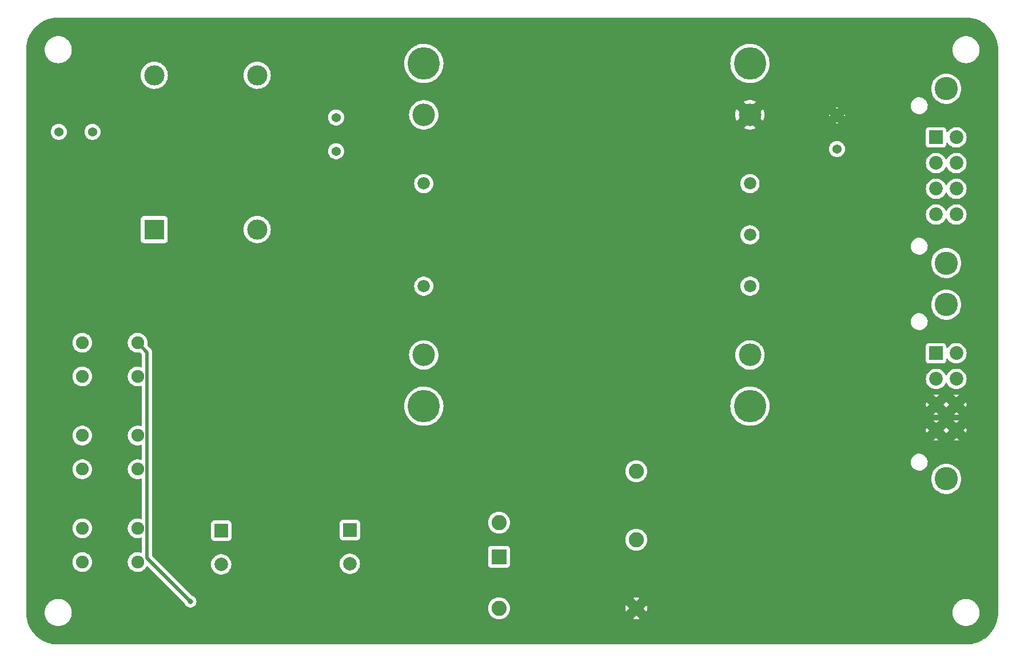
<source format=gbr>
%TF.GenerationSoftware,KiCad,Pcbnew,7.0.8*%
%TF.CreationDate,2023-12-07T15:37:41-07:00*%
%TF.ProjectId,GR-LRR-POWER-PCB,47522d4c-5252-42d5-904f-5745522d5043,rev?*%
%TF.SameCoordinates,Original*%
%TF.FileFunction,Copper,L1,Top*%
%TF.FilePolarity,Positive*%
%FSLAX46Y46*%
G04 Gerber Fmt 4.6, Leading zero omitted, Abs format (unit mm)*
G04 Created by KiCad (PCBNEW 7.0.8) date 2023-12-07 15:37:41*
%MOMM*%
%LPD*%
G01*
G04 APERTURE LIST*
%TA.AperFunction,ComponentPad*%
%ADD10C,3.345000*%
%TD*%
%TA.AperFunction,ComponentPad*%
%ADD11C,1.830000*%
%TD*%
%TA.AperFunction,ComponentPad*%
%ADD12C,4.800000*%
%TD*%
%TA.AperFunction,ComponentPad*%
%ADD13R,2.025000X2.025000*%
%TD*%
%TA.AperFunction,ComponentPad*%
%ADD14C,2.025000*%
%TD*%
%TA.AperFunction,ComponentPad*%
%ADD15C,3.450000*%
%TD*%
%TA.AperFunction,ComponentPad*%
%ADD16C,1.905000*%
%TD*%
%TA.AperFunction,ComponentPad*%
%ADD17C,1.371600*%
%TD*%
%TA.AperFunction,ComponentPad*%
%ADD18R,2.000000X2.000000*%
%TD*%
%TA.AperFunction,ComponentPad*%
%ADD19C,2.000000*%
%TD*%
%TA.AperFunction,ComponentPad*%
%ADD20R,3.000000X3.000000*%
%TD*%
%TA.AperFunction,ComponentPad*%
%ADD21C,3.000000*%
%TD*%
%TA.AperFunction,ComponentPad*%
%ADD22R,2.250000X2.250000*%
%TD*%
%TA.AperFunction,ComponentPad*%
%ADD23C,2.250000*%
%TD*%
%TA.AperFunction,ViaPad*%
%ADD24C,0.800000*%
%TD*%
%TA.AperFunction,Conductor*%
%ADD25C,0.500000*%
%TD*%
G04 APERTURE END LIST*
D10*
%TO.P,PS1,1,+VIN*%
%TO.N,Net-(PS1-+VIN)*%
X78658000Y-71204000D03*
D11*
%TO.P,PS1,2,REMOTE_ON/OFF*%
%TO.N,unconnected-(PS1-REMOTE_ON{slash}OFF-Pad2)*%
X78658000Y-61004000D03*
%TO.P,PS1,3,CASE*%
%TO.N,unconnected-(PS1-CASE-Pad3)*%
X78658000Y-45804000D03*
D10*
%TO.P,PS1,4,-VIN*%
%TO.N,Net-(PS1--VIN)*%
X78658000Y-35604000D03*
%TO.P,PS1,5,-VOUT*%
%TO.N,GND*%
X126958000Y-35604000D03*
D11*
%TO.P,PS1,6,-SENSE*%
%TO.N,unconnected-(PS1--SENSE-Pad6)*%
X126958000Y-45804000D03*
%TO.P,PS1,7,TRIM*%
%TO.N,unconnected-(PS1-TRIM-Pad7)*%
X126958000Y-53404000D03*
%TO.P,PS1,8,+SENSE*%
%TO.N,unconnected-(PS1-+SENSE-Pad8)*%
X126958000Y-61004000D03*
D10*
%TO.P,PS1,9,+VOUT*%
%TO.N,+24V*%
X126958000Y-71204000D03*
D12*
%TO.P,PS1,MH1,MH1*%
%TO.N,unconnected-(PS1-PadMH1)*%
X78658000Y-78804000D03*
%TO.P,PS1,MH2,MH2*%
%TO.N,unconnected-(PS1-PadMH2)*%
X78658000Y-28004000D03*
%TO.P,PS1,MH3,MH3*%
%TO.N,unconnected-(PS1-PadMH3)*%
X126958000Y-78804000D03*
%TO.P,PS1,MH4,MH4*%
%TO.N,unconnected-(PS1-PadMH4)*%
X126958000Y-28004000D03*
%TD*%
D13*
%TO.P,J5,A1,A1*%
%TO.N,+24V*%
X154526000Y-38952000D03*
D14*
%TO.P,J5,A2,A2*%
X157526000Y-38952000D03*
%TO.P,J5,B1,B1*%
X154526000Y-42762000D03*
%TO.P,J5,B2,B2*%
X157526000Y-42762000D03*
%TO.P,J5,C1,C1*%
%TO.N,BATT+*%
X154526000Y-46572000D03*
%TO.P,J5,C2,C2*%
X157526000Y-46572000D03*
%TO.P,J5,D1,D1*%
%TO.N,BATT-*%
X154526000Y-50382000D03*
%TO.P,J5,D2,D2*%
X157526000Y-50382000D03*
D15*
%TO.P,J5,MH1,MH1*%
%TO.N,unconnected-(J5-PadMH1)*%
X156026000Y-31752000D03*
%TO.P,J5,MH2,MH2*%
%TO.N,unconnected-(J5-PadMH2)*%
X156026000Y-57582000D03*
%TD*%
D13*
%TO.P,J4,A1,A1*%
%TO.N,+5V*%
X154526000Y-70952000D03*
D14*
%TO.P,J4,A2,A2*%
X157526000Y-70952000D03*
%TO.P,J4,B1,B1*%
%TO.N,+3.3V*%
X154526000Y-74762000D03*
%TO.P,J4,B2,B2*%
X157526000Y-74762000D03*
%TO.P,J4,C1,C1*%
%TO.N,GND*%
X154526000Y-78572000D03*
%TO.P,J4,C2,C2*%
X157526000Y-78572000D03*
%TO.P,J4,D1,D1*%
X154526000Y-82382000D03*
%TO.P,J4,D2,D2*%
X157526000Y-82382000D03*
D15*
%TO.P,J4,MH1,MH1*%
%TO.N,unconnected-(J4-PadMH1)*%
X156026000Y-63752000D03*
%TO.P,J4,MH2,MH2*%
%TO.N,unconnected-(J4-PadMH2)*%
X156026000Y-89582000D03*
%TD*%
D16*
%TO.P,J1,1_1,1_1*%
%TO.N,Net-(J1-Pad1_1)*%
X36281999Y-88142000D03*
%TO.P,J1,1_2,1_2*%
X28082000Y-88142000D03*
%TO.P,J1,2_1,2_1*%
X36281999Y-83142000D03*
%TO.P,J1,2_2,2_2*%
X28082000Y-83142000D03*
%TD*%
D17*
%TO.P,C3,1*%
%TO.N,+24V*%
X139842000Y-40684000D03*
%TO.P,C3,2*%
%TO.N,GND*%
X139842000Y-35684000D03*
%TD*%
D18*
%TO.P,C7,1*%
%TO.N,Net-(PS2-VIN)*%
X67706000Y-97152000D03*
D19*
%TO.P,C7,2*%
%TO.N,BATT-*%
X67706000Y-102152000D03*
%TD*%
D16*
%TO.P,J3,1_1,1_1*%
%TO.N,Net-(J1-Pad1_1)*%
X36281999Y-74386000D03*
%TO.P,J3,1_2,1_2*%
X28082000Y-74386000D03*
%TO.P,J3,2_1,2_1*%
%TO.N,BATT+*%
X36281999Y-69386000D03*
%TO.P,J3,2_2,2_2*%
X28082000Y-69386000D03*
%TD*%
D20*
%TO.P,L1,1,1*%
%TO.N,BATT+*%
X38750000Y-52622000D03*
D21*
%TO.P,L1,2,2*%
%TO.N,BATT-*%
X38750000Y-29762000D03*
%TO.P,L1,3,3*%
%TO.N,Net-(PS1--VIN)*%
X53990000Y-29762000D03*
%TO.P,L1,4,4*%
%TO.N,Net-(PS1-+VIN)*%
X53990000Y-52622000D03*
%TD*%
D18*
%TO.P,C4,1*%
%TO.N,BATT+*%
X48656000Y-97244323D03*
D19*
%TO.P,C4,2*%
%TO.N,BATT-*%
X48656000Y-102244323D03*
%TD*%
D22*
%TO.P,PS2,1,GND*%
%TO.N,BATT-*%
X89804000Y-101136000D03*
D23*
%TO.P,PS2,2,VIN*%
%TO.N,Net-(PS2-VIN)*%
X89804000Y-96056000D03*
%TO.P,PS2,3,+VO*%
%TO.N,+5V*%
X110124000Y-88436000D03*
%TO.P,PS2,4,TRIM*%
%TO.N,unconnected-(PS2-TRIM-Pad4)*%
X110124000Y-98596000D03*
%TO.P,PS2,5,0V*%
%TO.N,GND*%
X110124000Y-108756000D03*
%TO.P,PS2,6,CTRL*%
%TO.N,unconnected-(PS2-CTRL-Pad6)*%
X89804000Y-108756000D03*
%TD*%
D16*
%TO.P,J2,1_1,1_1*%
%TO.N,BATT-*%
X36281999Y-101898000D03*
%TO.P,J2,1_2,1_2*%
X28082000Y-101898000D03*
%TO.P,J2,2_1,2_1*%
X36281999Y-96898000D03*
%TO.P,J2,2_2,2_2*%
X28082000Y-96898000D03*
%TD*%
D17*
%TO.P,C2,1*%
%TO.N,Net-(PS1-+VIN)*%
X65674000Y-40993250D03*
%TO.P,C2,2*%
%TO.N,Net-(PS1--VIN)*%
X65674000Y-35993250D03*
%TD*%
%TO.P,C1,1*%
%TO.N,BATT+*%
X29606000Y-38144000D03*
%TO.P,C1,2*%
%TO.N,BATT-*%
X24606000Y-38144000D03*
%TD*%
D24*
%TO.N,BATT+*%
X44084000Y-107740000D03*
%TD*%
D25*
%TO.N,BATT+*%
X44084000Y-107740000D02*
X37684499Y-101340499D01*
X37684499Y-101340499D02*
X37684499Y-70788500D01*
X37684499Y-70788500D02*
X36281999Y-69386000D01*
%TD*%
%TA.AperFunction,Conductor*%
%TO.N,GND*%
G36*
X159150202Y-21198810D02*
G01*
X159367061Y-21208819D01*
X159372269Y-21209282D01*
X159586444Y-21237480D01*
X159790971Y-21266013D01*
X159795756Y-21266876D01*
X160007229Y-21313760D01*
X160207988Y-21360979D01*
X160212379Y-21362186D01*
X160419300Y-21427430D01*
X160614776Y-21492948D01*
X160618781Y-21494447D01*
X160819422Y-21577557D01*
X161008068Y-21660854D01*
X161011624Y-21662562D01*
X161204459Y-21762947D01*
X161384690Y-21863337D01*
X161387803Y-21865193D01*
X161571292Y-21982089D01*
X161741592Y-22098748D01*
X161744297Y-22100710D01*
X161834151Y-22169658D01*
X161916188Y-22232608D01*
X161917050Y-22233269D01*
X162075964Y-22365231D01*
X162078242Y-22367219D01*
X162238881Y-22514419D01*
X162312442Y-22587980D01*
X162385999Y-22661538D01*
X162533217Y-22822200D01*
X162535205Y-22824478D01*
X162667154Y-22983379D01*
X162799703Y-23156123D01*
X162801665Y-23158828D01*
X162918314Y-23329113D01*
X163035221Y-23512623D01*
X163037096Y-23515766D01*
X163137472Y-23695977D01*
X163237845Y-23888794D01*
X163239568Y-23892380D01*
X163322851Y-24080999D01*
X163375778Y-24208775D01*
X163405738Y-24281106D01*
X163405966Y-24281655D01*
X163407472Y-24285680D01*
X163472986Y-24481148D01*
X163538212Y-24688021D01*
X163539435Y-24692471D01*
X163586647Y-24893203D01*
X163633526Y-25104662D01*
X163634401Y-25109518D01*
X163662926Y-25314012D01*
X163691122Y-25528183D01*
X163691586Y-25533414D01*
X163701230Y-25741976D01*
X163710391Y-25951803D01*
X163710440Y-25952908D01*
X163710440Y-109371240D01*
X163701947Y-109565705D01*
X163691561Y-109790293D01*
X163691097Y-109795524D01*
X163663650Y-110004001D01*
X163634321Y-110214230D01*
X163633446Y-110219084D01*
X163587363Y-110426953D01*
X163539304Y-110631278D01*
X163538081Y-110635728D01*
X163473677Y-110839991D01*
X163407278Y-111038092D01*
X163405772Y-111042116D01*
X163323535Y-111240654D01*
X163301395Y-111290796D01*
X163239308Y-111431407D01*
X163237585Y-111434993D01*
X163138147Y-111626011D01*
X163036742Y-111808065D01*
X163034868Y-111811209D01*
X162918983Y-111993110D01*
X162801242Y-112164990D01*
X162799280Y-112167695D01*
X162667800Y-112339043D01*
X162534676Y-112499356D01*
X162532689Y-112501634D01*
X162386638Y-112661023D01*
X162238223Y-112809438D01*
X162078834Y-112955489D01*
X162076556Y-112957476D01*
X161916243Y-113090600D01*
X161744895Y-113222080D01*
X161742190Y-113224042D01*
X161570310Y-113341783D01*
X161388409Y-113457668D01*
X161385265Y-113459542D01*
X161203211Y-113560947D01*
X161012193Y-113660385D01*
X161008607Y-113662108D01*
X160867996Y-113724195D01*
X160817854Y-113746335D01*
X160619316Y-113828572D01*
X160615292Y-113830078D01*
X160417191Y-113896477D01*
X160212928Y-113960881D01*
X160208478Y-113962104D01*
X160004153Y-114010163D01*
X159796284Y-114056246D01*
X159791430Y-114057121D01*
X159581201Y-114086450D01*
X159372724Y-114113897D01*
X159367493Y-114114361D01*
X159142905Y-114124747D01*
X158948440Y-114133240D01*
X24526000Y-114133240D01*
X24331565Y-114124750D01*
X24106941Y-114114364D01*
X24101709Y-114113900D01*
X23893272Y-114086459D01*
X23683000Y-114057126D01*
X23678145Y-114056251D01*
X23470275Y-114010168D01*
X23265961Y-113962114D01*
X23261511Y-113960891D01*
X23057246Y-113896487D01*
X22859130Y-113830084D01*
X22855106Y-113828578D01*
X22656610Y-113746359D01*
X22465805Y-113662110D01*
X22462232Y-113660393D01*
X22271228Y-113560963D01*
X22089178Y-113459562D01*
X22086035Y-113457687D01*
X21960636Y-113377800D01*
X21904120Y-113341795D01*
X21732216Y-113224038D01*
X21729536Y-113222094D01*
X21643555Y-113156119D01*
X21558199Y-113090623D01*
X21397856Y-112957477D01*
X21395601Y-112955510D01*
X21236187Y-112809433D01*
X21087806Y-112661052D01*
X21024651Y-112592131D01*
X20941724Y-112501632D01*
X20939775Y-112499398D01*
X20806616Y-112339040D01*
X20787070Y-112313567D01*
X20675135Y-112167690D01*
X20673198Y-112165019D01*
X20555438Y-111993110D01*
X20479867Y-111874488D01*
X20439551Y-111811203D01*
X20437689Y-111808082D01*
X20336276Y-111626011D01*
X20236832Y-111434981D01*
X20235134Y-111431446D01*
X20150875Y-111240617D01*
X20068654Y-111042116D01*
X20067154Y-111038107D01*
X20051452Y-110991258D01*
X20000763Y-110840027D01*
X19936339Y-110635701D01*
X19935131Y-110631302D01*
X19887077Y-110426990D01*
X19840985Y-110219084D01*
X19840112Y-110214238D01*
X19816583Y-110045566D01*
X19810776Y-110003938D01*
X19809406Y-109993529D01*
X19783335Y-109795501D01*
X19782874Y-109790297D01*
X19776696Y-109656668D01*
X19772485Y-109565583D01*
X19769457Y-109496239D01*
X19764000Y-109371240D01*
X22520390Y-109371240D01*
X22527745Y-109474084D01*
X22528390Y-109483093D01*
X22528548Y-109487517D01*
X22528548Y-109514100D01*
X22532331Y-109540412D01*
X22532804Y-109544814D01*
X22540804Y-109656668D01*
X22540805Y-109656675D01*
X22564638Y-109766236D01*
X22565424Y-109770590D01*
X22569210Y-109796915D01*
X22576700Y-109822427D01*
X22577794Y-109826714D01*
X22601630Y-109936286D01*
X22601631Y-109936287D01*
X22640819Y-110041357D01*
X22642216Y-110045555D01*
X22649706Y-110071059D01*
X22649707Y-110071063D01*
X22660747Y-110095236D01*
X22662440Y-110099324D01*
X22701632Y-110204399D01*
X22701635Y-110204406D01*
X22755375Y-110302822D01*
X22757356Y-110306780D01*
X22768398Y-110330959D01*
X22768401Y-110330964D01*
X22782769Y-110353321D01*
X22785027Y-110357127D01*
X22838773Y-110455554D01*
X22838776Y-110455558D01*
X22905976Y-110545327D01*
X22908500Y-110548962D01*
X22917577Y-110563086D01*
X22922873Y-110571326D01*
X22922875Y-110571328D01*
X22922882Y-110571337D01*
X22940284Y-110591420D01*
X22943055Y-110594858D01*
X23010261Y-110684635D01*
X23010264Y-110684638D01*
X23089545Y-110763919D01*
X23092562Y-110767159D01*
X23109973Y-110787253D01*
X23109976Y-110787256D01*
X23109980Y-110787260D01*
X23130084Y-110804680D01*
X23133307Y-110807681D01*
X23212605Y-110886979D01*
X23302395Y-110954194D01*
X23305803Y-110956941D01*
X23325914Y-110974367D01*
X23325916Y-110974368D01*
X23325920Y-110974372D01*
X23348277Y-110988739D01*
X23351908Y-110991259D01*
X23403096Y-111029579D01*
X23441682Y-111058464D01*
X23441690Y-111058469D01*
X23540109Y-111112210D01*
X23543916Y-111114469D01*
X23566278Y-111128840D01*
X23566283Y-111128842D01*
X23566286Y-111128844D01*
X23573992Y-111132362D01*
X23590472Y-111139889D01*
X23594410Y-111141860D01*
X23692839Y-111195607D01*
X23797914Y-111234798D01*
X23802002Y-111236492D01*
X23826179Y-111247533D01*
X23851691Y-111255024D01*
X23855872Y-111256415D01*
X23960954Y-111295609D01*
X24070548Y-111319449D01*
X24074813Y-111320539D01*
X24082581Y-111322819D01*
X24100326Y-111328030D01*
X24126684Y-111331819D01*
X24130956Y-111332590D01*
X24240572Y-111356436D01*
X24352453Y-111364437D01*
X24356816Y-111364907D01*
X24383137Y-111368691D01*
X24383138Y-111368692D01*
X24409721Y-111368692D01*
X24414143Y-111368849D01*
X24463344Y-111372368D01*
X24525999Y-111376850D01*
X24526000Y-111376850D01*
X24526001Y-111376850D01*
X24588655Y-111372368D01*
X24637856Y-111368849D01*
X24642279Y-111368692D01*
X24668861Y-111368692D01*
X24695231Y-111364900D01*
X24699512Y-111364440D01*
X24811428Y-111356436D01*
X24921038Y-111332591D01*
X24925342Y-111331815D01*
X24951674Y-111328030D01*
X24951676Y-111328029D01*
X24951678Y-111328029D01*
X24956822Y-111326518D01*
X24977205Y-111320533D01*
X24981438Y-111319452D01*
X25091046Y-111295609D01*
X25196144Y-111256409D01*
X25200299Y-111255026D01*
X25225821Y-111247533D01*
X25250040Y-111236472D01*
X25254046Y-111234812D01*
X25359161Y-111195607D01*
X25359167Y-111195603D01*
X25359171Y-111195602D01*
X25391333Y-111178039D01*
X25457601Y-111141854D01*
X25461515Y-111139894D01*
X25485722Y-111128840D01*
X25508111Y-111114451D01*
X25511878Y-111112216D01*
X25610315Y-111058466D01*
X25700113Y-110991244D01*
X25703710Y-110988746D01*
X25726086Y-110974367D01*
X25746196Y-110956941D01*
X25749597Y-110954200D01*
X25839395Y-110886979D01*
X25918719Y-110807654D01*
X25921908Y-110804686D01*
X25942020Y-110787260D01*
X25959446Y-110767148D01*
X25962414Y-110763959D01*
X26041739Y-110684635D01*
X26108960Y-110594837D01*
X26111701Y-110591436D01*
X26129127Y-110571326D01*
X26143506Y-110548950D01*
X26146004Y-110545353D01*
X26213226Y-110455555D01*
X26266976Y-110357118D01*
X26269211Y-110353351D01*
X26283600Y-110330962D01*
X26294654Y-110306755D01*
X26296614Y-110302841D01*
X26342345Y-110219093D01*
X26350362Y-110204411D01*
X26350364Y-110204406D01*
X26350367Y-110204401D01*
X26389572Y-110099286D01*
X26391232Y-110095280D01*
X26402293Y-110071061D01*
X26409786Y-110045539D01*
X26411169Y-110041384D01*
X26450369Y-109936286D01*
X26474212Y-109826678D01*
X26475293Y-109822445D01*
X26482790Y-109796914D01*
X26486575Y-109770582D01*
X26487351Y-109766278D01*
X26511196Y-109656668D01*
X26519198Y-109544780D01*
X26519666Y-109540432D01*
X26523452Y-109514101D01*
X26524107Y-109477349D01*
X26524250Y-109474141D01*
X26531610Y-109371240D01*
X26524250Y-109268342D01*
X26524107Y-109265129D01*
X26523452Y-109228379D01*
X26519663Y-109202029D01*
X26519197Y-109197690D01*
X26511196Y-109085812D01*
X26487350Y-108976196D01*
X26486579Y-108971924D01*
X26482790Y-108945566D01*
X26475299Y-108920053D01*
X26474205Y-108915768D01*
X26450369Y-108806194D01*
X26431647Y-108756000D01*
X88173474Y-108756000D01*
X88193547Y-109011064D01*
X88193547Y-109011067D01*
X88193548Y-109011070D01*
X88211701Y-109086681D01*
X88253279Y-109259864D01*
X88351188Y-109496239D01*
X88351190Y-109496242D01*
X88484875Y-109714396D01*
X88484878Y-109714401D01*
X88549696Y-109790293D01*
X88651044Y-109908956D01*
X88762254Y-110003938D01*
X88845598Y-110075121D01*
X88845600Y-110075122D01*
X88845601Y-110075123D01*
X89046363Y-110198150D01*
X89063757Y-110208809D01*
X89063760Y-110208811D01*
X89300135Y-110306720D01*
X89300140Y-110306722D01*
X89548930Y-110366452D01*
X89804000Y-110386526D01*
X90059070Y-110366452D01*
X90298463Y-110308978D01*
X109631680Y-110308978D01*
X109869012Y-110365957D01*
X110124000Y-110386024D01*
X110378987Y-110365957D01*
X110616318Y-110308978D01*
X110124001Y-109816660D01*
X110124000Y-109816660D01*
X109631680Y-110308977D01*
X109631680Y-110308978D01*
X90298463Y-110308978D01*
X90307860Y-110306722D01*
X90426051Y-110257765D01*
X90544239Y-110208811D01*
X90544240Y-110208810D01*
X90544243Y-110208809D01*
X90762399Y-110075123D01*
X90956956Y-109908956D01*
X91123123Y-109714399D01*
X91256809Y-109496243D01*
X91259084Y-109490752D01*
X91351187Y-109268394D01*
X91354722Y-109259860D01*
X91414452Y-109011070D01*
X91434526Y-108756000D01*
X108493975Y-108756000D01*
X108514042Y-109010989D01*
X108571019Y-109248318D01*
X108571020Y-109248318D01*
X109019434Y-108799906D01*
X109370172Y-108799906D01*
X109400616Y-108972567D01*
X109470059Y-109133553D01*
X109574756Y-109274185D01*
X109709062Y-109386882D01*
X109865739Y-109465568D01*
X110036338Y-109506000D01*
X110167684Y-109506000D01*
X110298139Y-109490752D01*
X110462891Y-109430787D01*
X110553428Y-109371240D01*
X156942830Y-109371240D01*
X156950185Y-109474084D01*
X156950830Y-109483093D01*
X156950988Y-109487517D01*
X156950988Y-109514100D01*
X156954771Y-109540412D01*
X156955244Y-109544814D01*
X156963244Y-109656668D01*
X156963245Y-109656675D01*
X156987078Y-109766236D01*
X156987864Y-109770590D01*
X156991650Y-109796915D01*
X156999140Y-109822427D01*
X157000234Y-109826714D01*
X157024070Y-109936286D01*
X157024071Y-109936287D01*
X157063259Y-110041357D01*
X157064656Y-110045555D01*
X157072146Y-110071059D01*
X157072147Y-110071063D01*
X157083187Y-110095236D01*
X157084880Y-110099324D01*
X157124072Y-110204399D01*
X157124075Y-110204406D01*
X157177815Y-110302822D01*
X157179796Y-110306780D01*
X157190838Y-110330959D01*
X157190841Y-110330964D01*
X157205209Y-110353321D01*
X157207467Y-110357127D01*
X157261213Y-110455554D01*
X157261216Y-110455558D01*
X157328416Y-110545327D01*
X157330940Y-110548962D01*
X157340017Y-110563086D01*
X157345313Y-110571326D01*
X157345315Y-110571328D01*
X157345322Y-110571337D01*
X157362724Y-110591420D01*
X157365495Y-110594858D01*
X157432701Y-110684635D01*
X157432704Y-110684638D01*
X157511985Y-110763919D01*
X157515002Y-110767159D01*
X157532413Y-110787253D01*
X157532416Y-110787256D01*
X157532420Y-110787260D01*
X157552524Y-110804680D01*
X157555747Y-110807681D01*
X157635045Y-110886979D01*
X157724835Y-110954194D01*
X157728243Y-110956941D01*
X157748354Y-110974367D01*
X157748356Y-110974368D01*
X157748360Y-110974372D01*
X157770717Y-110988739D01*
X157774348Y-110991259D01*
X157825536Y-111029579D01*
X157864122Y-111058464D01*
X157864130Y-111058469D01*
X157962549Y-111112210D01*
X157966356Y-111114469D01*
X157988718Y-111128840D01*
X157988723Y-111128842D01*
X157988726Y-111128844D01*
X157996432Y-111132362D01*
X158012912Y-111139889D01*
X158016850Y-111141860D01*
X158115279Y-111195607D01*
X158220354Y-111234798D01*
X158224442Y-111236492D01*
X158248619Y-111247533D01*
X158274131Y-111255024D01*
X158278312Y-111256415D01*
X158383394Y-111295609D01*
X158492988Y-111319449D01*
X158497253Y-111320539D01*
X158505021Y-111322819D01*
X158522766Y-111328030D01*
X158549124Y-111331819D01*
X158553396Y-111332590D01*
X158663012Y-111356436D01*
X158774893Y-111364437D01*
X158779256Y-111364907D01*
X158805577Y-111368691D01*
X158805578Y-111368692D01*
X158832161Y-111368692D01*
X158836583Y-111368849D01*
X158885784Y-111372368D01*
X158948439Y-111376850D01*
X158948440Y-111376850D01*
X158948441Y-111376850D01*
X159011095Y-111372368D01*
X159060296Y-111368849D01*
X159064719Y-111368692D01*
X159091301Y-111368692D01*
X159117671Y-111364900D01*
X159121952Y-111364440D01*
X159233868Y-111356436D01*
X159343478Y-111332591D01*
X159347782Y-111331815D01*
X159374114Y-111328030D01*
X159374116Y-111328029D01*
X159374118Y-111328029D01*
X159379262Y-111326518D01*
X159399645Y-111320533D01*
X159403878Y-111319452D01*
X159513486Y-111295609D01*
X159618584Y-111256409D01*
X159622739Y-111255026D01*
X159648261Y-111247533D01*
X159672480Y-111236472D01*
X159676486Y-111234812D01*
X159781601Y-111195607D01*
X159781607Y-111195603D01*
X159781611Y-111195602D01*
X159813773Y-111178039D01*
X159880041Y-111141854D01*
X159883955Y-111139894D01*
X159908162Y-111128840D01*
X159930551Y-111114451D01*
X159934318Y-111112216D01*
X160032755Y-111058466D01*
X160122553Y-110991244D01*
X160126150Y-110988746D01*
X160148526Y-110974367D01*
X160168636Y-110956941D01*
X160172037Y-110954200D01*
X160261835Y-110886979D01*
X160341159Y-110807654D01*
X160344348Y-110804686D01*
X160364460Y-110787260D01*
X160381886Y-110767148D01*
X160384854Y-110763959D01*
X160464179Y-110684635D01*
X160531400Y-110594837D01*
X160534141Y-110591436D01*
X160551567Y-110571326D01*
X160565946Y-110548950D01*
X160568444Y-110545353D01*
X160635666Y-110455555D01*
X160689416Y-110357118D01*
X160691651Y-110353351D01*
X160706040Y-110330962D01*
X160717094Y-110306755D01*
X160719054Y-110302841D01*
X160764785Y-110219093D01*
X160772802Y-110204411D01*
X160772804Y-110204406D01*
X160772807Y-110204401D01*
X160812012Y-110099286D01*
X160813672Y-110095280D01*
X160824733Y-110071061D01*
X160832226Y-110045539D01*
X160833609Y-110041384D01*
X160872809Y-109936286D01*
X160896652Y-109826678D01*
X160897733Y-109822445D01*
X160905230Y-109796914D01*
X160909015Y-109770582D01*
X160909791Y-109766278D01*
X160933636Y-109656668D01*
X160941638Y-109544780D01*
X160942106Y-109540432D01*
X160945892Y-109514101D01*
X160946547Y-109477349D01*
X160946690Y-109474141D01*
X160954050Y-109371240D01*
X160946690Y-109268342D01*
X160946547Y-109265129D01*
X160945892Y-109228379D01*
X160942103Y-109202029D01*
X160941637Y-109197690D01*
X160933636Y-109085812D01*
X160909790Y-108976196D01*
X160909019Y-108971924D01*
X160905230Y-108945566D01*
X160897739Y-108920053D01*
X160896645Y-108915768D01*
X160872809Y-108806194D01*
X160833615Y-108701112D01*
X160832223Y-108696927D01*
X160824733Y-108671419D01*
X160813692Y-108647242D01*
X160811998Y-108643154D01*
X160796328Y-108601142D01*
X160772807Y-108538079D01*
X160719060Y-108439650D01*
X160717086Y-108435706D01*
X160706040Y-108411518D01*
X160691664Y-108389148D01*
X160689410Y-108385349D01*
X160635669Y-108286930D01*
X160635664Y-108286922D01*
X160568464Y-108197154D01*
X160565939Y-108193517D01*
X160551572Y-108171160D01*
X160551568Y-108171156D01*
X160551567Y-108171154D01*
X160534141Y-108151043D01*
X160531394Y-108147635D01*
X160464179Y-108057845D01*
X160384883Y-107978549D01*
X160381880Y-107975324D01*
X160364460Y-107955220D01*
X160364456Y-107955216D01*
X160364453Y-107955213D01*
X160344359Y-107937802D01*
X160341119Y-107934785D01*
X160261838Y-107855504D01*
X160261835Y-107855501D01*
X160172059Y-107788295D01*
X160168620Y-107785524D01*
X160148537Y-107768122D01*
X160148531Y-107768117D01*
X160148526Y-107768113D01*
X160140286Y-107762817D01*
X160126162Y-107753740D01*
X160122527Y-107751216D01*
X160032758Y-107684016D01*
X160032754Y-107684013D01*
X159934327Y-107630267D01*
X159930521Y-107628009D01*
X159908164Y-107613641D01*
X159908159Y-107613638D01*
X159883980Y-107602596D01*
X159880022Y-107600615D01*
X159781606Y-107546875D01*
X159781599Y-107546872D01*
X159676524Y-107507680D01*
X159672436Y-107505987D01*
X159648263Y-107494947D01*
X159648259Y-107494946D01*
X159622755Y-107487456D01*
X159618557Y-107486059D01*
X159513487Y-107446871D01*
X159513486Y-107446870D01*
X159403914Y-107423034D01*
X159399627Y-107421940D01*
X159374115Y-107414450D01*
X159347790Y-107410664D01*
X159343436Y-107409878D01*
X159233875Y-107386045D01*
X159233868Y-107386044D01*
X159122014Y-107378044D01*
X159117614Y-107377571D01*
X159091301Y-107373788D01*
X159091300Y-107373788D01*
X159064719Y-107373788D01*
X159060296Y-107373630D01*
X159011095Y-107370111D01*
X158948441Y-107365630D01*
X158948439Y-107365630D01*
X158885784Y-107370111D01*
X158836583Y-107373630D01*
X158832161Y-107373788D01*
X158805575Y-107373788D01*
X158779264Y-107377571D01*
X158774864Y-107378044D01*
X158663011Y-107386044D01*
X158663004Y-107386045D01*
X158553435Y-107409881D01*
X158549084Y-107410665D01*
X158544602Y-107411310D01*
X158522773Y-107414448D01*
X158522763Y-107414451D01*
X158497253Y-107421939D01*
X158492968Y-107423033D01*
X158383390Y-107446871D01*
X158383387Y-107446872D01*
X158278324Y-107486058D01*
X158274127Y-107487455D01*
X158248621Y-107494945D01*
X158224428Y-107505993D01*
X158220340Y-107507686D01*
X158115285Y-107546870D01*
X158115271Y-107546876D01*
X158016860Y-107600612D01*
X158012906Y-107602591D01*
X157988718Y-107613639D01*
X157966348Y-107628015D01*
X157962544Y-107630272D01*
X157864128Y-107684011D01*
X157774343Y-107751221D01*
X157770711Y-107753743D01*
X157748353Y-107768112D01*
X157728261Y-107785522D01*
X157724816Y-107788298D01*
X157635059Y-107855489D01*
X157635044Y-107855501D01*
X157555749Y-107934795D01*
X157552511Y-107937809D01*
X157532419Y-107955219D01*
X157515009Y-107975311D01*
X157511995Y-107978549D01*
X157432701Y-108057844D01*
X157432689Y-108057859D01*
X157365498Y-108147616D01*
X157362722Y-108151061D01*
X157345312Y-108171153D01*
X157330943Y-108193511D01*
X157328421Y-108197143D01*
X157261211Y-108286928D01*
X157207472Y-108385344D01*
X157205215Y-108389148D01*
X157190839Y-108411518D01*
X157179791Y-108435706D01*
X157177812Y-108439660D01*
X157124076Y-108538071D01*
X157124070Y-108538085D01*
X157084886Y-108643140D01*
X157083193Y-108647228D01*
X157072145Y-108671421D01*
X157064655Y-108696927D01*
X157063258Y-108701124D01*
X157024072Y-108806187D01*
X157024071Y-108806190D01*
X157000233Y-108915768D01*
X156999139Y-108920053D01*
X156991651Y-108945563D01*
X156991648Y-108945573D01*
X156987867Y-108971879D01*
X156987081Y-108976235D01*
X156963245Y-109085804D01*
X156963244Y-109085811D01*
X156955244Y-109197664D01*
X156954771Y-109202064D01*
X156950988Y-109228375D01*
X156950988Y-109254961D01*
X156950830Y-109259383D01*
X156942830Y-109371240D01*
X110553428Y-109371240D01*
X110609373Y-109334445D01*
X110729688Y-109206918D01*
X110817350Y-109055082D01*
X110867634Y-108887123D01*
X110875271Y-108756000D01*
X111184660Y-108756000D01*
X111676978Y-109248318D01*
X111733957Y-109010987D01*
X111754024Y-108756000D01*
X111733957Y-108501012D01*
X111676978Y-108263680D01*
X111676977Y-108263680D01*
X111184660Y-108755999D01*
X111184660Y-108756000D01*
X110875271Y-108756000D01*
X110877828Y-108712094D01*
X110847384Y-108539433D01*
X110777941Y-108378447D01*
X110673244Y-108237815D01*
X110538938Y-108125118D01*
X110382261Y-108046432D01*
X110211662Y-108006000D01*
X110080316Y-108006000D01*
X109949861Y-108021248D01*
X109785109Y-108081213D01*
X109638627Y-108177555D01*
X109518312Y-108305082D01*
X109430650Y-108456918D01*
X109380366Y-108624877D01*
X109370172Y-108799906D01*
X109019434Y-108799906D01*
X109063340Y-108756000D01*
X108571020Y-108263680D01*
X108571019Y-108263680D01*
X108514042Y-108501010D01*
X108493975Y-108756000D01*
X91434526Y-108756000D01*
X91414452Y-108500930D01*
X91354722Y-108252140D01*
X91354720Y-108252135D01*
X91256811Y-108015760D01*
X91256809Y-108015757D01*
X91123124Y-107797603D01*
X91123121Y-107797598D01*
X91035784Y-107695340D01*
X90956956Y-107603044D01*
X90843317Y-107505987D01*
X90762401Y-107436878D01*
X90762396Y-107436875D01*
X90544242Y-107303190D01*
X90544239Y-107303188D01*
X90307864Y-107205279D01*
X90298455Y-107203020D01*
X109631680Y-107203020D01*
X110124000Y-107695340D01*
X110124001Y-107695340D01*
X110616318Y-107203020D01*
X110616318Y-107203019D01*
X110378988Y-107146042D01*
X110378989Y-107146042D01*
X110124000Y-107125975D01*
X109869010Y-107146042D01*
X109631680Y-107203019D01*
X109631680Y-107203020D01*
X90298455Y-107203020D01*
X90059070Y-107145548D01*
X90059067Y-107145547D01*
X90059064Y-107145547D01*
X89804000Y-107125474D01*
X89548935Y-107145547D01*
X89548931Y-107145547D01*
X89548930Y-107145548D01*
X89424535Y-107175413D01*
X89300135Y-107205279D01*
X89063760Y-107303188D01*
X89063757Y-107303190D01*
X88845603Y-107436875D01*
X88845598Y-107436878D01*
X88651044Y-107603044D01*
X88484878Y-107797598D01*
X88484875Y-107797603D01*
X88351190Y-108015757D01*
X88351188Y-108015760D01*
X88253279Y-108252135D01*
X88223413Y-108376535D01*
X88204115Y-108456918D01*
X88193547Y-108500935D01*
X88173474Y-108756000D01*
X26431647Y-108756000D01*
X26411175Y-108701112D01*
X26409783Y-108696927D01*
X26402293Y-108671419D01*
X26391252Y-108647242D01*
X26389558Y-108643154D01*
X26373888Y-108601142D01*
X26350367Y-108538079D01*
X26296620Y-108439650D01*
X26294646Y-108435706D01*
X26283600Y-108411518D01*
X26269224Y-108389148D01*
X26266970Y-108385349D01*
X26213229Y-108286930D01*
X26213224Y-108286922D01*
X26146024Y-108197154D01*
X26143499Y-108193517D01*
X26129132Y-108171160D01*
X26129128Y-108171156D01*
X26129127Y-108171154D01*
X26111701Y-108151043D01*
X26108954Y-108147635D01*
X26041739Y-108057845D01*
X25962443Y-107978549D01*
X25959440Y-107975324D01*
X25942020Y-107955220D01*
X25942016Y-107955216D01*
X25942013Y-107955213D01*
X25921919Y-107937802D01*
X25918679Y-107934785D01*
X25839398Y-107855504D01*
X25839395Y-107855501D01*
X25749619Y-107788295D01*
X25746180Y-107785524D01*
X25726097Y-107768122D01*
X25726091Y-107768117D01*
X25726086Y-107768113D01*
X25717846Y-107762817D01*
X25703722Y-107753740D01*
X25700087Y-107751216D01*
X25610318Y-107684016D01*
X25610314Y-107684013D01*
X25511887Y-107630267D01*
X25508081Y-107628009D01*
X25485724Y-107613641D01*
X25485719Y-107613638D01*
X25461540Y-107602596D01*
X25457582Y-107600615D01*
X25359166Y-107546875D01*
X25359159Y-107546872D01*
X25254084Y-107507680D01*
X25249996Y-107505987D01*
X25225823Y-107494947D01*
X25225819Y-107494946D01*
X25200315Y-107487456D01*
X25196117Y-107486059D01*
X25091047Y-107446871D01*
X25091046Y-107446870D01*
X24981474Y-107423034D01*
X24977187Y-107421940D01*
X24951675Y-107414450D01*
X24925350Y-107410664D01*
X24920996Y-107409878D01*
X24811435Y-107386045D01*
X24811428Y-107386044D01*
X24699574Y-107378044D01*
X24695174Y-107377571D01*
X24668861Y-107373788D01*
X24668860Y-107373788D01*
X24642279Y-107373788D01*
X24637856Y-107373630D01*
X24588655Y-107370111D01*
X24526001Y-107365630D01*
X24525999Y-107365630D01*
X24463344Y-107370111D01*
X24414143Y-107373630D01*
X24409721Y-107373788D01*
X24383135Y-107373788D01*
X24356824Y-107377571D01*
X24352424Y-107378044D01*
X24240571Y-107386044D01*
X24240564Y-107386045D01*
X24130995Y-107409881D01*
X24126644Y-107410665D01*
X24122162Y-107411310D01*
X24100333Y-107414448D01*
X24100323Y-107414451D01*
X24074813Y-107421939D01*
X24070528Y-107423033D01*
X23960950Y-107446871D01*
X23960947Y-107446872D01*
X23855884Y-107486058D01*
X23851687Y-107487455D01*
X23826181Y-107494945D01*
X23801988Y-107505993D01*
X23797900Y-107507686D01*
X23692845Y-107546870D01*
X23692831Y-107546876D01*
X23594420Y-107600612D01*
X23590466Y-107602591D01*
X23566278Y-107613639D01*
X23543908Y-107628015D01*
X23540104Y-107630272D01*
X23441688Y-107684011D01*
X23351903Y-107751221D01*
X23348271Y-107753743D01*
X23325913Y-107768112D01*
X23305821Y-107785522D01*
X23302376Y-107788298D01*
X23212619Y-107855489D01*
X23212604Y-107855501D01*
X23133309Y-107934795D01*
X23130071Y-107937809D01*
X23109979Y-107955219D01*
X23092569Y-107975311D01*
X23089555Y-107978549D01*
X23010261Y-108057844D01*
X23010249Y-108057859D01*
X22943058Y-108147616D01*
X22940282Y-108151061D01*
X22922872Y-108171153D01*
X22908503Y-108193511D01*
X22905981Y-108197143D01*
X22838771Y-108286928D01*
X22785032Y-108385344D01*
X22782775Y-108389148D01*
X22768399Y-108411518D01*
X22757351Y-108435706D01*
X22755372Y-108439660D01*
X22701636Y-108538071D01*
X22701630Y-108538085D01*
X22662446Y-108643140D01*
X22660753Y-108647228D01*
X22649705Y-108671421D01*
X22642215Y-108696927D01*
X22640818Y-108701124D01*
X22601632Y-108806187D01*
X22601631Y-108806190D01*
X22577793Y-108915768D01*
X22576699Y-108920053D01*
X22569211Y-108945563D01*
X22569208Y-108945573D01*
X22565427Y-108971879D01*
X22564641Y-108976235D01*
X22540805Y-109085804D01*
X22540804Y-109085811D01*
X22532804Y-109197664D01*
X22532331Y-109202064D01*
X22528548Y-109228375D01*
X22528548Y-109254961D01*
X22528390Y-109259383D01*
X22520390Y-109371240D01*
X19764000Y-109371240D01*
X19764000Y-109370740D01*
X19764000Y-101898005D01*
X26624020Y-101898005D01*
X26643904Y-102137972D01*
X26703017Y-102371405D01*
X26761426Y-102504565D01*
X26799745Y-102591922D01*
X26931449Y-102793510D01*
X27094537Y-102970671D01*
X27284561Y-103118572D01*
X27496336Y-103233179D01*
X27573700Y-103259738D01*
X27724083Y-103311365D01*
X27724085Y-103311365D01*
X27724087Y-103311366D01*
X27961601Y-103351000D01*
X27961602Y-103351000D01*
X28202398Y-103351000D01*
X28202399Y-103351000D01*
X28439913Y-103311366D01*
X28667664Y-103233179D01*
X28879439Y-103118572D01*
X29069463Y-102970671D01*
X29232551Y-102793510D01*
X29364255Y-102591922D01*
X29460983Y-102371405D01*
X29520095Y-102137976D01*
X29531818Y-101996498D01*
X29539980Y-101898005D01*
X34824019Y-101898005D01*
X34843903Y-102137972D01*
X34903016Y-102371405D01*
X34961425Y-102504565D01*
X34999744Y-102591922D01*
X35131448Y-102793510D01*
X35294536Y-102970671D01*
X35484560Y-103118572D01*
X35696335Y-103233179D01*
X35773699Y-103259738D01*
X35924082Y-103311365D01*
X35924084Y-103311365D01*
X35924086Y-103311366D01*
X36161600Y-103351000D01*
X36161601Y-103351000D01*
X36402397Y-103351000D01*
X36402398Y-103351000D01*
X36639912Y-103311366D01*
X36867663Y-103233179D01*
X37079438Y-103118572D01*
X37269462Y-102970671D01*
X37432550Y-102793510D01*
X37564254Y-102591922D01*
X37585961Y-102542434D01*
X37630915Y-102488951D01*
X37697650Y-102468260D01*
X37764979Y-102486934D01*
X37787197Y-102504565D01*
X43171228Y-107888595D01*
X43201478Y-107937958D01*
X43256818Y-108108277D01*
X43256821Y-108108284D01*
X43351467Y-108272216D01*
X43381060Y-108305082D01*
X43478129Y-108412888D01*
X43631265Y-108524148D01*
X43631270Y-108524151D01*
X43804192Y-108601142D01*
X43804197Y-108601144D01*
X43989354Y-108640500D01*
X43989355Y-108640500D01*
X44178644Y-108640500D01*
X44178646Y-108640500D01*
X44363803Y-108601144D01*
X44536730Y-108524151D01*
X44689871Y-108412888D01*
X44816533Y-108272216D01*
X44911179Y-108108284D01*
X44969674Y-107928256D01*
X44989460Y-107740000D01*
X44969674Y-107551744D01*
X44911179Y-107371716D01*
X44816533Y-107207784D01*
X44689871Y-107067112D01*
X44689870Y-107067111D01*
X44536734Y-106955851D01*
X44536729Y-106955848D01*
X44363807Y-106878857D01*
X44363803Y-106878856D01*
X44298669Y-106865011D01*
X44237188Y-106831818D01*
X44236770Y-106831402D01*
X39649696Y-102244328D01*
X47150357Y-102244328D01*
X47170890Y-102492135D01*
X47170892Y-102492147D01*
X47231936Y-102733204D01*
X47331826Y-102960929D01*
X47467833Y-103169105D01*
X47467836Y-103169108D01*
X47636256Y-103352061D01*
X47832491Y-103504797D01*
X48051190Y-103623151D01*
X48286386Y-103703894D01*
X48531665Y-103744823D01*
X48780335Y-103744823D01*
X49025614Y-103703894D01*
X49260810Y-103623151D01*
X49479509Y-103504797D01*
X49675744Y-103352061D01*
X49844164Y-103169108D01*
X49980173Y-102960930D01*
X50080063Y-102733204D01*
X50141108Y-102492144D01*
X50151355Y-102368482D01*
X50161643Y-102244328D01*
X50161643Y-102244317D01*
X50153994Y-102152005D01*
X66200357Y-102152005D01*
X66220890Y-102399812D01*
X66220892Y-102399824D01*
X66281936Y-102640881D01*
X66381826Y-102868606D01*
X66517833Y-103076782D01*
X66517836Y-103076785D01*
X66686256Y-103259738D01*
X66882491Y-103412474D01*
X67101190Y-103530828D01*
X67336386Y-103611571D01*
X67581665Y-103652500D01*
X67830335Y-103652500D01*
X68075614Y-103611571D01*
X68310810Y-103530828D01*
X68529509Y-103412474D01*
X68725744Y-103259738D01*
X68894164Y-103076785D01*
X69030173Y-102868607D01*
X69130063Y-102640881D01*
X69191108Y-102399821D01*
X69193705Y-102368482D01*
X69198645Y-102308870D01*
X88178500Y-102308870D01*
X88178501Y-102308876D01*
X88184908Y-102368483D01*
X88235202Y-102503328D01*
X88235206Y-102503335D01*
X88321452Y-102618544D01*
X88321455Y-102618547D01*
X88436664Y-102704793D01*
X88436671Y-102704797D01*
X88571517Y-102755091D01*
X88571516Y-102755091D01*
X88578444Y-102755835D01*
X88631127Y-102761500D01*
X90976872Y-102761499D01*
X91036483Y-102755091D01*
X91171331Y-102704796D01*
X91286546Y-102618546D01*
X91372796Y-102503331D01*
X91423091Y-102368483D01*
X91429500Y-102308873D01*
X91429499Y-99963128D01*
X91423091Y-99903517D01*
X91372796Y-99768669D01*
X91372795Y-99768668D01*
X91372793Y-99768664D01*
X91286547Y-99653455D01*
X91286544Y-99653452D01*
X91171335Y-99567206D01*
X91171328Y-99567202D01*
X91036482Y-99516908D01*
X91036483Y-99516908D01*
X90976883Y-99510501D01*
X90976881Y-99510500D01*
X90976873Y-99510500D01*
X90976864Y-99510500D01*
X88631129Y-99510500D01*
X88631123Y-99510501D01*
X88571516Y-99516908D01*
X88436671Y-99567202D01*
X88436664Y-99567206D01*
X88321455Y-99653452D01*
X88321452Y-99653455D01*
X88235206Y-99768664D01*
X88235202Y-99768671D01*
X88184908Y-99903517D01*
X88178501Y-99963116D01*
X88178501Y-99963123D01*
X88178500Y-99963135D01*
X88178500Y-102308870D01*
X69198645Y-102308870D01*
X69211643Y-102152005D01*
X69211643Y-102151994D01*
X69191109Y-101904187D01*
X69191107Y-101904175D01*
X69130063Y-101663118D01*
X69030173Y-101435393D01*
X68894166Y-101227217D01*
X68810732Y-101136584D01*
X68725744Y-101044262D01*
X68529509Y-100891526D01*
X68529507Y-100891525D01*
X68529506Y-100891524D01*
X68310811Y-100773172D01*
X68310802Y-100773169D01*
X68075616Y-100692429D01*
X67830335Y-100651500D01*
X67581665Y-100651500D01*
X67336383Y-100692429D01*
X67101197Y-100773169D01*
X67101188Y-100773172D01*
X66882493Y-100891524D01*
X66686257Y-101044261D01*
X66517833Y-101227217D01*
X66381826Y-101435393D01*
X66281936Y-101663118D01*
X66220892Y-101904175D01*
X66220890Y-101904187D01*
X66200357Y-102151994D01*
X66200357Y-102152005D01*
X50153994Y-102152005D01*
X50141109Y-101996510D01*
X50141107Y-101996498D01*
X50080063Y-101755441D01*
X49980173Y-101527716D01*
X49844166Y-101319540D01*
X49822557Y-101296067D01*
X49675744Y-101136585D01*
X49479509Y-100983849D01*
X49479507Y-100983848D01*
X49479506Y-100983847D01*
X49260811Y-100865495D01*
X49260802Y-100865492D01*
X49025616Y-100784752D01*
X48780335Y-100743823D01*
X48531665Y-100743823D01*
X48286383Y-100784752D01*
X48051197Y-100865492D01*
X48051188Y-100865495D01*
X47832493Y-100983847D01*
X47636257Y-101136584D01*
X47467833Y-101319540D01*
X47331826Y-101527716D01*
X47231936Y-101755441D01*
X47170892Y-101996498D01*
X47170890Y-101996510D01*
X47150357Y-102244317D01*
X47150357Y-102244328D01*
X39649696Y-102244328D01*
X38471318Y-101065950D01*
X38437833Y-101004627D01*
X38434999Y-100978269D01*
X38434999Y-98292193D01*
X47155500Y-98292193D01*
X47155501Y-98292199D01*
X47161908Y-98351806D01*
X47212202Y-98486651D01*
X47212206Y-98486658D01*
X47298452Y-98601867D01*
X47298455Y-98601870D01*
X47413664Y-98688116D01*
X47413671Y-98688120D01*
X47548517Y-98738414D01*
X47548516Y-98738414D01*
X47555444Y-98739158D01*
X47608127Y-98744823D01*
X49703872Y-98744822D01*
X49763483Y-98738414D01*
X49898331Y-98688119D01*
X50013546Y-98601869D01*
X50099796Y-98486654D01*
X50150091Y-98351806D01*
X50156500Y-98292196D01*
X50156500Y-98199870D01*
X66205500Y-98199870D01*
X66205501Y-98199876D01*
X66211908Y-98259483D01*
X66262202Y-98394328D01*
X66262206Y-98394335D01*
X66348452Y-98509544D01*
X66348455Y-98509547D01*
X66463664Y-98595793D01*
X66463671Y-98595797D01*
X66598517Y-98646091D01*
X66598516Y-98646091D01*
X66605444Y-98646835D01*
X66658127Y-98652500D01*
X68753872Y-98652499D01*
X68813483Y-98646091D01*
X68947784Y-98596000D01*
X108493474Y-98596000D01*
X108513547Y-98851064D01*
X108573279Y-99099864D01*
X108671188Y-99336239D01*
X108671190Y-99336242D01*
X108804875Y-99554396D01*
X108804878Y-99554401D01*
X108815813Y-99567204D01*
X108971044Y-99748956D01*
X109095579Y-99855319D01*
X109165598Y-99915121D01*
X109165603Y-99915124D01*
X109383757Y-100048809D01*
X109383760Y-100048811D01*
X109620135Y-100146720D01*
X109620140Y-100146722D01*
X109868930Y-100206452D01*
X110124000Y-100226526D01*
X110379070Y-100206452D01*
X110627860Y-100146722D01*
X110746051Y-100097765D01*
X110864239Y-100048811D01*
X110864240Y-100048810D01*
X110864243Y-100048809D01*
X111082399Y-99915123D01*
X111276956Y-99748956D01*
X111443123Y-99554399D01*
X111576809Y-99336243D01*
X111674722Y-99099860D01*
X111734452Y-98851070D01*
X111754526Y-98596000D01*
X111734452Y-98340930D01*
X111674722Y-98092140D01*
X111624408Y-97970671D01*
X111576811Y-97855760D01*
X111576809Y-97855757D01*
X111473104Y-97686526D01*
X111443123Y-97637601D01*
X111443122Y-97637600D01*
X111443121Y-97637598D01*
X111333124Y-97508809D01*
X111276956Y-97443044D01*
X111170591Y-97352200D01*
X111082401Y-97276878D01*
X111082396Y-97276875D01*
X110864242Y-97143190D01*
X110864239Y-97143188D01*
X110627864Y-97045279D01*
X110627860Y-97045278D01*
X110379070Y-96985548D01*
X110379067Y-96985547D01*
X110379064Y-96985547D01*
X110124000Y-96965474D01*
X109868935Y-96985547D01*
X109868931Y-96985547D01*
X109868930Y-96985548D01*
X109748771Y-97014396D01*
X109620135Y-97045279D01*
X109383760Y-97143188D01*
X109383757Y-97143190D01*
X109165603Y-97276875D01*
X109165598Y-97276878D01*
X108971044Y-97443044D01*
X108804878Y-97637598D01*
X108804875Y-97637603D01*
X108671190Y-97855757D01*
X108671188Y-97855760D01*
X108573279Y-98092135D01*
X108547411Y-98199883D01*
X108525248Y-98292199D01*
X108513547Y-98340935D01*
X108493474Y-98596000D01*
X68947784Y-98596000D01*
X68948331Y-98595796D01*
X69063546Y-98509546D01*
X69149796Y-98394331D01*
X69200091Y-98259483D01*
X69206500Y-98199873D01*
X69206499Y-96104128D01*
X69201325Y-96056000D01*
X88173474Y-96056000D01*
X88193547Y-96311064D01*
X88193547Y-96311067D01*
X88193548Y-96311070D01*
X88253278Y-96559860D01*
X88253279Y-96559864D01*
X88351188Y-96796239D01*
X88351190Y-96796242D01*
X88484875Y-97014396D01*
X88484878Y-97014401D01*
X88560200Y-97102591D01*
X88651044Y-97208956D01*
X88730571Y-97276878D01*
X88845598Y-97375121D01*
X88845603Y-97375124D01*
X89063757Y-97508809D01*
X89063760Y-97508811D01*
X89300135Y-97606720D01*
X89300140Y-97606722D01*
X89548930Y-97666452D01*
X89804000Y-97686526D01*
X90059070Y-97666452D01*
X90307860Y-97606722D01*
X90426051Y-97557765D01*
X90544239Y-97508811D01*
X90544240Y-97508810D01*
X90544243Y-97508809D01*
X90762399Y-97375123D01*
X90956956Y-97208956D01*
X91123123Y-97014399D01*
X91256809Y-96796243D01*
X91354722Y-96559860D01*
X91414452Y-96311070D01*
X91434526Y-96056000D01*
X91414452Y-95800930D01*
X91354722Y-95552140D01*
X91324410Y-95478960D01*
X91256811Y-95315760D01*
X91256809Y-95315757D01*
X91123124Y-95097603D01*
X91123121Y-95097598D01*
X91063319Y-95027579D01*
X90956956Y-94903044D01*
X90850591Y-94812200D01*
X90762401Y-94736878D01*
X90762396Y-94736875D01*
X90544242Y-94603190D01*
X90544239Y-94603188D01*
X90307864Y-94505279D01*
X90307860Y-94505278D01*
X90059070Y-94445548D01*
X90059067Y-94445547D01*
X90059064Y-94445547D01*
X89804000Y-94425474D01*
X89548935Y-94445547D01*
X89548931Y-94445547D01*
X89548930Y-94445548D01*
X89424535Y-94475413D01*
X89300135Y-94505279D01*
X89063760Y-94603188D01*
X89063757Y-94603190D01*
X88845603Y-94736875D01*
X88845598Y-94736878D01*
X88651044Y-94903044D01*
X88484878Y-95097598D01*
X88484875Y-95097603D01*
X88351190Y-95315757D01*
X88351188Y-95315760D01*
X88253279Y-95552135D01*
X88193547Y-95800935D01*
X88173474Y-96056000D01*
X69201325Y-96056000D01*
X69200091Y-96044517D01*
X69184230Y-96001992D01*
X69149797Y-95909671D01*
X69149793Y-95909664D01*
X69063547Y-95794455D01*
X69063544Y-95794452D01*
X68948335Y-95708206D01*
X68948328Y-95708202D01*
X68813482Y-95657908D01*
X68813483Y-95657908D01*
X68753883Y-95651501D01*
X68753881Y-95651500D01*
X68753873Y-95651500D01*
X68753864Y-95651500D01*
X66658129Y-95651500D01*
X66658123Y-95651501D01*
X66598516Y-95657908D01*
X66463671Y-95708202D01*
X66463664Y-95708206D01*
X66348455Y-95794452D01*
X66348452Y-95794455D01*
X66262206Y-95909664D01*
X66262202Y-95909671D01*
X66211908Y-96044517D01*
X66210674Y-96056000D01*
X66205501Y-96104123D01*
X66205500Y-96104135D01*
X66205500Y-98199870D01*
X50156500Y-98199870D01*
X50156499Y-96196451D01*
X50150091Y-96136840D01*
X50137890Y-96104128D01*
X50099797Y-96001994D01*
X50099793Y-96001987D01*
X50013547Y-95886778D01*
X50013544Y-95886775D01*
X49898335Y-95800529D01*
X49898328Y-95800525D01*
X49763482Y-95750231D01*
X49763483Y-95750231D01*
X49703883Y-95743824D01*
X49703881Y-95743823D01*
X49703873Y-95743823D01*
X49703864Y-95743823D01*
X47608129Y-95743823D01*
X47608123Y-95743824D01*
X47548516Y-95750231D01*
X47413671Y-95800525D01*
X47413664Y-95800529D01*
X47298455Y-95886775D01*
X47298452Y-95886778D01*
X47212206Y-96001987D01*
X47212202Y-96001994D01*
X47161908Y-96136840D01*
X47155501Y-96196439D01*
X47155501Y-96196446D01*
X47155500Y-96196458D01*
X47155500Y-98292193D01*
X38434999Y-98292193D01*
X38434999Y-88436000D01*
X108493474Y-88436000D01*
X108513547Y-88691064D01*
X108513547Y-88691067D01*
X108513548Y-88691070D01*
X108573278Y-88939860D01*
X108573279Y-88939864D01*
X108671188Y-89176239D01*
X108671190Y-89176242D01*
X108804875Y-89394396D01*
X108804878Y-89394401D01*
X108844916Y-89441279D01*
X108971044Y-89588956D01*
X109095579Y-89695319D01*
X109165598Y-89755121D01*
X109165603Y-89755124D01*
X109383757Y-89888809D01*
X109383760Y-89888811D01*
X109620135Y-89986720D01*
X109620140Y-89986722D01*
X109868930Y-90046452D01*
X110124000Y-90066526D01*
X110379070Y-90046452D01*
X110627860Y-89986722D01*
X110746051Y-89937765D01*
X110864239Y-89888811D01*
X110864240Y-89888810D01*
X110864243Y-89888809D01*
X111082399Y-89755123D01*
X111276956Y-89588956D01*
X111282897Y-89582000D01*
X153795725Y-89582000D01*
X153814805Y-89873107D01*
X153814806Y-89873119D01*
X153871718Y-90159230D01*
X153871722Y-90159245D01*
X153965493Y-90435484D01*
X153965502Y-90435505D01*
X154094521Y-90697130D01*
X154094528Y-90697143D01*
X154256605Y-90939706D01*
X154448956Y-91159043D01*
X154620235Y-91309249D01*
X154668295Y-91351396D01*
X154910862Y-91513475D01*
X155052420Y-91583283D01*
X155172494Y-91642497D01*
X155172499Y-91642499D01*
X155172511Y-91642505D01*
X155448762Y-91736280D01*
X155642186Y-91774754D01*
X155734880Y-91793193D01*
X155734881Y-91793193D01*
X155734891Y-91793195D01*
X156026000Y-91812275D01*
X156317109Y-91793195D01*
X156603238Y-91736280D01*
X156879489Y-91642505D01*
X157141138Y-91513475D01*
X157383705Y-91351396D01*
X157603043Y-91159043D01*
X157795396Y-90939705D01*
X157957475Y-90697138D01*
X158086505Y-90435489D01*
X158180280Y-90159238D01*
X158237195Y-89873109D01*
X158256275Y-89582000D01*
X158237195Y-89290891D01*
X158180280Y-89004762D01*
X158086505Y-88728511D01*
X158068038Y-88691064D01*
X157957478Y-88466870D01*
X157957475Y-88466863D01*
X157795396Y-88224295D01*
X157723226Y-88142000D01*
X157603043Y-88004956D01*
X157383706Y-87812605D01*
X157141143Y-87650528D01*
X157141140Y-87650526D01*
X157141138Y-87650525D01*
X157141130Y-87650521D01*
X156879505Y-87521502D01*
X156879484Y-87521493D01*
X156603245Y-87427722D01*
X156603239Y-87427720D01*
X156603238Y-87427720D01*
X156603236Y-87427719D01*
X156603230Y-87427718D01*
X156317119Y-87370806D01*
X156317110Y-87370805D01*
X156317109Y-87370805D01*
X156026000Y-87351725D01*
X155734891Y-87370805D01*
X155734890Y-87370805D01*
X155734880Y-87370806D01*
X155448769Y-87427718D01*
X155448754Y-87427722D01*
X155172515Y-87521493D01*
X155172494Y-87521502D01*
X154910870Y-87650521D01*
X154910857Y-87650528D01*
X154668293Y-87812605D01*
X154448956Y-88004956D01*
X154256605Y-88224293D01*
X154094528Y-88466857D01*
X154094521Y-88466870D01*
X153965502Y-88728494D01*
X153965493Y-88728515D01*
X153871722Y-89004754D01*
X153871718Y-89004769D01*
X153814806Y-89290880D01*
X153814805Y-89290892D01*
X153795725Y-89582000D01*
X111282897Y-89582000D01*
X111443123Y-89394399D01*
X111576809Y-89176243D01*
X111674722Y-88939860D01*
X111734452Y-88691070D01*
X111754526Y-88436000D01*
X111734452Y-88180930D01*
X111674722Y-87932140D01*
X111646839Y-87864825D01*
X111576811Y-87695760D01*
X111576809Y-87695757D01*
X111560164Y-87668595D01*
X111443123Y-87477601D01*
X111443122Y-87477600D01*
X111443121Y-87477598D01*
X111383319Y-87407579D01*
X111276956Y-87283044D01*
X111170591Y-87192200D01*
X111107518Y-87138330D01*
X150771710Y-87138330D01*
X150801925Y-87361387D01*
X150801926Y-87361390D01*
X150871483Y-87575465D01*
X150978146Y-87773678D01*
X150978148Y-87773681D01*
X151118489Y-87949663D01*
X151118491Y-87949664D01*
X151118492Y-87949666D01*
X151288004Y-88097765D01*
X151481236Y-88213215D01*
X151691976Y-88292307D01*
X151913450Y-88332500D01*
X151913453Y-88332500D01*
X152082148Y-88332500D01*
X152082155Y-88332500D01*
X152250188Y-88317377D01*
X152250192Y-88317376D01*
X152467160Y-88257496D01*
X152467162Y-88257495D01*
X152467170Y-88257493D01*
X152669973Y-88159829D01*
X152852078Y-88027522D01*
X153007632Y-87864825D01*
X153131635Y-87676968D01*
X153220103Y-87469988D01*
X153270191Y-87250537D01*
X153280290Y-87025670D01*
X153250075Y-86802613D01*
X153180517Y-86588536D01*
X153073852Y-86390319D01*
X152933508Y-86214334D01*
X152763996Y-86066235D01*
X152570764Y-85950785D01*
X152452775Y-85906503D01*
X152360023Y-85871692D01*
X152138550Y-85831500D01*
X152138547Y-85831500D01*
X151969845Y-85831500D01*
X151931399Y-85834960D01*
X151801813Y-85846622D01*
X151801807Y-85846623D01*
X151584839Y-85906503D01*
X151584826Y-85906508D01*
X151382033Y-86004167D01*
X151382025Y-86004171D01*
X151199927Y-86136473D01*
X151199925Y-86136474D01*
X151044366Y-86299176D01*
X150920363Y-86487033D01*
X150831899Y-86694004D01*
X150831895Y-86694017D01*
X150781810Y-86913457D01*
X150781808Y-86913468D01*
X150772673Y-87116877D01*
X150771710Y-87138330D01*
X111107518Y-87138330D01*
X111082401Y-87116878D01*
X111082396Y-87116875D01*
X110864242Y-86983190D01*
X110864239Y-86983188D01*
X110627864Y-86885279D01*
X110627860Y-86885278D01*
X110379070Y-86825548D01*
X110379067Y-86825547D01*
X110379064Y-86825547D01*
X110124000Y-86805474D01*
X109868935Y-86825547D01*
X109868931Y-86825547D01*
X109868930Y-86825548D01*
X109744535Y-86855413D01*
X109620135Y-86885279D01*
X109383760Y-86983188D01*
X109383757Y-86983190D01*
X109165603Y-87116875D01*
X109165598Y-87116878D01*
X108971044Y-87283044D01*
X108804878Y-87477598D01*
X108804875Y-87477603D01*
X108671190Y-87695757D01*
X108671188Y-87695760D01*
X108573279Y-87932135D01*
X108543413Y-88056535D01*
X108522895Y-88142000D01*
X108513547Y-88180935D01*
X108493474Y-88436000D01*
X38434999Y-88436000D01*
X38434999Y-83841680D01*
X154126978Y-83841680D01*
X154288659Y-83880497D01*
X154526000Y-83899176D01*
X154763340Y-83880497D01*
X154925020Y-83841680D01*
X157126978Y-83841680D01*
X157288659Y-83880497D01*
X157526000Y-83899176D01*
X157763340Y-83880497D01*
X157925020Y-83841680D01*
X157526001Y-83442660D01*
X157526000Y-83442660D01*
X157126978Y-83841679D01*
X157126978Y-83841680D01*
X154925020Y-83841680D01*
X154526001Y-83442660D01*
X154526000Y-83442660D01*
X154126978Y-83841679D01*
X154126978Y-83841680D01*
X38434999Y-83841680D01*
X38434999Y-82382000D01*
X153008823Y-82382000D01*
X153027501Y-82619336D01*
X153066317Y-82781020D01*
X153066318Y-82781020D01*
X153383380Y-82463960D01*
X153851000Y-82463960D01*
X153890228Y-82623116D01*
X153966406Y-82768260D01*
X154075104Y-82890956D01*
X154210008Y-82984073D01*
X154363275Y-83042200D01*
X154485166Y-83057000D01*
X154566834Y-83057000D01*
X154688725Y-83042200D01*
X154841992Y-82984073D01*
X154976896Y-82890956D01*
X155085594Y-82768260D01*
X155161772Y-82623116D01*
X155201000Y-82463960D01*
X155201000Y-82382000D01*
X155586660Y-82382000D01*
X155985680Y-82781021D01*
X155992340Y-82779143D01*
X156059658Y-82779143D01*
X156066317Y-82781021D01*
X156383380Y-82463960D01*
X156851000Y-82463960D01*
X156890228Y-82623116D01*
X156966406Y-82768260D01*
X157075104Y-82890956D01*
X157210008Y-82984073D01*
X157363275Y-83042200D01*
X157485166Y-83057000D01*
X157566834Y-83057000D01*
X157688725Y-83042200D01*
X157841992Y-82984073D01*
X157976896Y-82890956D01*
X158085594Y-82768260D01*
X158161772Y-82623116D01*
X158201000Y-82463960D01*
X158201000Y-82382000D01*
X158586660Y-82382000D01*
X158985680Y-82781020D01*
X159024497Y-82619340D01*
X159043176Y-82382000D01*
X159024497Y-82144659D01*
X158985680Y-81982978D01*
X158985679Y-81982978D01*
X158586660Y-82381999D01*
X158586660Y-82382000D01*
X158201000Y-82382000D01*
X158201000Y-82300040D01*
X158161772Y-82140884D01*
X158085594Y-81995740D01*
X157976896Y-81873044D01*
X157841992Y-81779927D01*
X157688725Y-81721800D01*
X157566834Y-81707000D01*
X157485166Y-81707000D01*
X157363275Y-81721800D01*
X157210008Y-81779927D01*
X157075104Y-81873044D01*
X156966406Y-81995740D01*
X156890228Y-82140884D01*
X156851000Y-82300040D01*
X156851000Y-82463960D01*
X156383380Y-82463960D01*
X156465340Y-82382000D01*
X156066317Y-81982977D01*
X156059656Y-81984856D01*
X155992342Y-81984856D01*
X155985680Y-81982977D01*
X155586660Y-82381999D01*
X155586660Y-82382000D01*
X155201000Y-82382000D01*
X155201000Y-82300040D01*
X155161772Y-82140884D01*
X155085594Y-81995740D01*
X154976896Y-81873044D01*
X154841992Y-81779927D01*
X154688725Y-81721800D01*
X154566834Y-81707000D01*
X154485166Y-81707000D01*
X154363275Y-81721800D01*
X154210008Y-81779927D01*
X154075104Y-81873044D01*
X153966406Y-81995740D01*
X153890228Y-82140884D01*
X153851000Y-82300040D01*
X153851000Y-82463960D01*
X153383380Y-82463960D01*
X153465340Y-82382000D01*
X153066318Y-81982978D01*
X153066317Y-81982978D01*
X153027501Y-82144663D01*
X153008823Y-82382000D01*
X38434999Y-82382000D01*
X38434999Y-78804003D01*
X75752584Y-78804003D01*
X75772229Y-79141298D01*
X75772230Y-79141309D01*
X75830896Y-79474017D01*
X75830899Y-79474031D01*
X75927801Y-79797710D01*
X76061621Y-80107939D01*
X76061627Y-80107952D01*
X76230560Y-80400553D01*
X76432318Y-80671561D01*
X76432323Y-80671567D01*
X76552069Y-80798489D01*
X76664183Y-80917323D01*
X76664189Y-80917328D01*
X76664191Y-80917330D01*
X76923001Y-81134499D01*
X76923006Y-81134502D01*
X77205292Y-81320164D01*
X77507224Y-81471800D01*
X77824717Y-81587358D01*
X78153480Y-81665276D01*
X78489065Y-81704500D01*
X78489072Y-81704500D01*
X78826928Y-81704500D01*
X78826935Y-81704500D01*
X79162520Y-81665276D01*
X79491283Y-81587358D01*
X79808776Y-81471800D01*
X80110708Y-81320164D01*
X80392994Y-81134502D01*
X80651817Y-80917323D01*
X80883678Y-80671565D01*
X81085440Y-80400552D01*
X81254375Y-80107948D01*
X81388198Y-79797711D01*
X81485100Y-79474035D01*
X81543771Y-79141298D01*
X81563416Y-78804003D01*
X124052584Y-78804003D01*
X124072229Y-79141298D01*
X124072230Y-79141309D01*
X124130896Y-79474017D01*
X124130899Y-79474031D01*
X124227801Y-79797710D01*
X124361621Y-80107939D01*
X124361627Y-80107952D01*
X124530560Y-80400553D01*
X124732318Y-80671561D01*
X124732323Y-80671567D01*
X124852069Y-80798489D01*
X124964183Y-80917323D01*
X124964189Y-80917328D01*
X124964191Y-80917330D01*
X125223001Y-81134499D01*
X125223006Y-81134502D01*
X125505292Y-81320164D01*
X125807224Y-81471800D01*
X126124717Y-81587358D01*
X126453480Y-81665276D01*
X126789065Y-81704500D01*
X126789072Y-81704500D01*
X127126928Y-81704500D01*
X127126935Y-81704500D01*
X127462520Y-81665276D01*
X127791283Y-81587358D01*
X128108776Y-81471800D01*
X128410708Y-81320164D01*
X128692994Y-81134502D01*
X128945864Y-80922318D01*
X154126978Y-80922318D01*
X154526000Y-81321340D01*
X154526001Y-81321340D01*
X154925020Y-80922318D01*
X157126978Y-80922318D01*
X157526000Y-81321340D01*
X157526001Y-81321340D01*
X157925020Y-80922318D01*
X157925020Y-80922317D01*
X157763335Y-80883501D01*
X157763336Y-80883501D01*
X157526000Y-80864823D01*
X157288663Y-80883501D01*
X157126978Y-80922317D01*
X157126978Y-80922318D01*
X154925020Y-80922318D01*
X154925020Y-80922317D01*
X154763335Y-80883501D01*
X154763336Y-80883501D01*
X154526000Y-80864823D01*
X154288663Y-80883501D01*
X154126978Y-80922317D01*
X154126978Y-80922318D01*
X128945864Y-80922318D01*
X128951817Y-80917323D01*
X129183678Y-80671565D01*
X129385440Y-80400552D01*
X129554375Y-80107948D01*
X129587274Y-80031680D01*
X154126978Y-80031680D01*
X154288659Y-80070497D01*
X154526000Y-80089176D01*
X154763340Y-80070497D01*
X154925020Y-80031680D01*
X157126978Y-80031680D01*
X157288659Y-80070497D01*
X157526000Y-80089176D01*
X157763340Y-80070497D01*
X157925020Y-80031680D01*
X157526001Y-79632660D01*
X157526000Y-79632660D01*
X157126978Y-80031679D01*
X157126978Y-80031680D01*
X154925020Y-80031680D01*
X154526001Y-79632660D01*
X154526000Y-79632660D01*
X154126978Y-80031679D01*
X154126978Y-80031680D01*
X129587274Y-80031680D01*
X129688198Y-79797711D01*
X129785100Y-79474035D01*
X129843771Y-79141298D01*
X129863416Y-78804000D01*
X129849904Y-78572000D01*
X153008823Y-78572000D01*
X153027501Y-78809336D01*
X153066317Y-78971020D01*
X153066318Y-78971020D01*
X153383380Y-78653960D01*
X153851000Y-78653960D01*
X153890228Y-78813116D01*
X153966406Y-78958260D01*
X154075104Y-79080956D01*
X154210008Y-79174073D01*
X154363275Y-79232200D01*
X154485166Y-79247000D01*
X154566834Y-79247000D01*
X154688725Y-79232200D01*
X154841992Y-79174073D01*
X154976896Y-79080956D01*
X155085594Y-78958260D01*
X155161772Y-78813116D01*
X155201000Y-78653960D01*
X155201000Y-78572000D01*
X155586660Y-78572000D01*
X155985680Y-78971021D01*
X155992340Y-78969143D01*
X156059658Y-78969143D01*
X156066317Y-78971021D01*
X156383380Y-78653960D01*
X156851000Y-78653960D01*
X156890228Y-78813116D01*
X156966406Y-78958260D01*
X157075104Y-79080956D01*
X157210008Y-79174073D01*
X157363275Y-79232200D01*
X157485166Y-79247000D01*
X157566834Y-79247000D01*
X157688725Y-79232200D01*
X157841992Y-79174073D01*
X157976896Y-79080956D01*
X158085594Y-78958260D01*
X158161772Y-78813116D01*
X158201000Y-78653960D01*
X158201000Y-78572000D01*
X158586660Y-78572000D01*
X158985680Y-78971020D01*
X159024497Y-78809340D01*
X159043176Y-78572000D01*
X159024497Y-78334659D01*
X158985680Y-78172978D01*
X158985679Y-78172978D01*
X158586660Y-78571999D01*
X158586660Y-78572000D01*
X158201000Y-78572000D01*
X158201000Y-78490040D01*
X158161772Y-78330884D01*
X158085594Y-78185740D01*
X157976896Y-78063044D01*
X157841992Y-77969927D01*
X157688725Y-77911800D01*
X157566834Y-77897000D01*
X157485166Y-77897000D01*
X157363275Y-77911800D01*
X157210008Y-77969927D01*
X157075104Y-78063044D01*
X156966406Y-78185740D01*
X156890228Y-78330884D01*
X156851000Y-78490040D01*
X156851000Y-78653960D01*
X156383380Y-78653960D01*
X156465340Y-78572000D01*
X156066317Y-78172977D01*
X156059656Y-78174856D01*
X155992342Y-78174856D01*
X155985680Y-78172977D01*
X155586660Y-78571999D01*
X155586660Y-78572000D01*
X155201000Y-78572000D01*
X155201000Y-78490040D01*
X155161772Y-78330884D01*
X155085594Y-78185740D01*
X154976896Y-78063044D01*
X154841992Y-77969927D01*
X154688725Y-77911800D01*
X154566834Y-77897000D01*
X154485166Y-77897000D01*
X154363275Y-77911800D01*
X154210008Y-77969927D01*
X154075104Y-78063044D01*
X153966406Y-78185740D01*
X153890228Y-78330884D01*
X153851000Y-78490040D01*
X153851000Y-78653960D01*
X153383380Y-78653960D01*
X153465340Y-78572000D01*
X153066318Y-78172978D01*
X153066317Y-78172978D01*
X153027501Y-78334663D01*
X153008823Y-78572000D01*
X129849904Y-78572000D01*
X129843771Y-78466702D01*
X129785100Y-78133965D01*
X129688198Y-77810289D01*
X129554375Y-77500052D01*
X129385440Y-77207448D01*
X129385439Y-77207446D01*
X129314619Y-77112318D01*
X154126978Y-77112318D01*
X154526000Y-77511340D01*
X154526001Y-77511340D01*
X154925020Y-77112318D01*
X157126978Y-77112318D01*
X157526000Y-77511340D01*
X157526001Y-77511340D01*
X157925020Y-77112318D01*
X157925020Y-77112317D01*
X157763335Y-77073501D01*
X157763336Y-77073501D01*
X157526000Y-77054823D01*
X157288663Y-77073501D01*
X157126978Y-77112317D01*
X157126978Y-77112318D01*
X154925020Y-77112318D01*
X154925020Y-77112317D01*
X154763335Y-77073501D01*
X154763336Y-77073501D01*
X154526000Y-77054823D01*
X154288663Y-77073501D01*
X154126978Y-77112317D01*
X154126978Y-77112318D01*
X129314619Y-77112318D01*
X129183681Y-76936438D01*
X129183676Y-76936432D01*
X129071564Y-76817601D01*
X128951817Y-76690677D01*
X128951810Y-76690671D01*
X128951808Y-76690669D01*
X128692998Y-76473500D01*
X128551851Y-76380667D01*
X128410708Y-76287836D01*
X128357259Y-76260993D01*
X128108783Y-76136203D01*
X128108777Y-76136200D01*
X127791284Y-76020642D01*
X127791281Y-76020641D01*
X127564639Y-75966926D01*
X127462520Y-75942724D01*
X127126935Y-75903500D01*
X126789065Y-75903500D01*
X126453480Y-75942724D01*
X126124718Y-76020641D01*
X126124715Y-76020642D01*
X125807222Y-76136200D01*
X125807216Y-76136203D01*
X125505295Y-76287834D01*
X125223001Y-76473500D01*
X124964191Y-76690669D01*
X124964181Y-76690679D01*
X124732323Y-76936432D01*
X124732318Y-76936438D01*
X124530560Y-77207446D01*
X124361627Y-77500047D01*
X124361621Y-77500060D01*
X124227801Y-77810289D01*
X124130899Y-78133968D01*
X124130896Y-78133982D01*
X124072230Y-78466690D01*
X124072229Y-78466701D01*
X124052584Y-78803996D01*
X124052584Y-78804003D01*
X81563416Y-78804003D01*
X81563416Y-78804000D01*
X81543771Y-78466702D01*
X81485100Y-78133965D01*
X81388198Y-77810289D01*
X81254375Y-77500052D01*
X81085440Y-77207448D01*
X81085439Y-77207446D01*
X80883681Y-76936438D01*
X80883676Y-76936432D01*
X80771564Y-76817601D01*
X80651817Y-76690677D01*
X80651810Y-76690671D01*
X80651808Y-76690669D01*
X80392998Y-76473500D01*
X80251851Y-76380667D01*
X80110708Y-76287836D01*
X80057259Y-76260993D01*
X79808783Y-76136203D01*
X79808777Y-76136200D01*
X79491284Y-76020642D01*
X79491281Y-76020641D01*
X79264639Y-75966926D01*
X79162520Y-75942724D01*
X78826935Y-75903500D01*
X78489065Y-75903500D01*
X78153480Y-75942724D01*
X77824718Y-76020641D01*
X77824715Y-76020642D01*
X77507222Y-76136200D01*
X77507216Y-76136203D01*
X77205295Y-76287834D01*
X76923001Y-76473500D01*
X76664191Y-76690669D01*
X76664181Y-76690679D01*
X76432323Y-76936432D01*
X76432318Y-76936438D01*
X76230560Y-77207446D01*
X76061627Y-77500047D01*
X76061621Y-77500060D01*
X75927801Y-77810289D01*
X75830899Y-78133968D01*
X75830896Y-78133982D01*
X75772230Y-78466690D01*
X75772229Y-78466701D01*
X75752584Y-78803996D01*
X75752584Y-78804003D01*
X38434999Y-78804003D01*
X38434999Y-74762000D01*
X153008322Y-74762000D01*
X153027006Y-74999414D01*
X153082600Y-75230983D01*
X153173738Y-75451011D01*
X153298169Y-75654064D01*
X153298170Y-75654065D01*
X153298171Y-75654067D01*
X153298173Y-75654069D01*
X153452840Y-75835160D01*
X153633931Y-75989827D01*
X153633933Y-75989828D01*
X153633934Y-75989829D01*
X153633935Y-75989830D01*
X153836988Y-76114261D01*
X153889954Y-76136200D01*
X154057012Y-76205398D01*
X154288583Y-76260993D01*
X154526000Y-76279678D01*
X154763417Y-76260993D01*
X154994988Y-76205398D01*
X155215011Y-76114261D01*
X155418069Y-75989827D01*
X155599160Y-75835160D01*
X155753827Y-75654069D01*
X155878261Y-75451011D01*
X155911439Y-75370913D01*
X155955280Y-75316509D01*
X156021574Y-75294444D01*
X156089273Y-75311723D01*
X156136884Y-75362860D01*
X156140561Y-75370913D01*
X156173736Y-75451007D01*
X156173738Y-75451010D01*
X156298169Y-75654064D01*
X156298170Y-75654065D01*
X156298171Y-75654067D01*
X156298173Y-75654069D01*
X156452840Y-75835160D01*
X156633931Y-75989827D01*
X156633933Y-75989828D01*
X156633934Y-75989829D01*
X156633935Y-75989830D01*
X156836988Y-76114261D01*
X156889954Y-76136200D01*
X157057012Y-76205398D01*
X157288583Y-76260993D01*
X157526000Y-76279678D01*
X157763417Y-76260993D01*
X157994988Y-76205398D01*
X158215011Y-76114261D01*
X158418069Y-75989827D01*
X158599160Y-75835160D01*
X158753827Y-75654069D01*
X158878261Y-75451011D01*
X158969398Y-75230988D01*
X159024993Y-74999417D01*
X159043678Y-74762000D01*
X159024993Y-74524583D01*
X158969398Y-74293012D01*
X158911439Y-74153087D01*
X158878261Y-74072988D01*
X158753830Y-73869935D01*
X158753829Y-73869934D01*
X158753828Y-73869933D01*
X158753827Y-73869931D01*
X158599160Y-73688840D01*
X158418069Y-73534173D01*
X158418067Y-73534171D01*
X158418065Y-73534170D01*
X158418064Y-73534169D01*
X158215011Y-73409738D01*
X157994983Y-73318600D01*
X157763413Y-73263006D01*
X157763414Y-73263006D01*
X157526000Y-73244322D01*
X157288585Y-73263006D01*
X157057016Y-73318600D01*
X156836988Y-73409738D01*
X156633935Y-73534169D01*
X156633934Y-73534170D01*
X156452840Y-73688840D01*
X156298170Y-73869934D01*
X156298169Y-73869935D01*
X156173738Y-74072988D01*
X156140561Y-74153087D01*
X156096720Y-74207490D01*
X156030426Y-74229555D01*
X155962727Y-74212276D01*
X155915116Y-74161139D01*
X155911439Y-74153087D01*
X155878261Y-74072988D01*
X155753830Y-73869935D01*
X155753829Y-73869934D01*
X155753828Y-73869933D01*
X155753827Y-73869931D01*
X155599160Y-73688840D01*
X155418069Y-73534173D01*
X155418067Y-73534171D01*
X155418065Y-73534170D01*
X155418064Y-73534169D01*
X155215011Y-73409738D01*
X154994983Y-73318600D01*
X154763413Y-73263006D01*
X154763414Y-73263006D01*
X154526000Y-73244322D01*
X154288585Y-73263006D01*
X154057016Y-73318600D01*
X153836988Y-73409738D01*
X153633935Y-73534169D01*
X153633934Y-73534170D01*
X153452840Y-73688840D01*
X153298170Y-73869934D01*
X153298169Y-73869935D01*
X153173738Y-74072988D01*
X153082600Y-74293016D01*
X153027006Y-74524585D01*
X153008322Y-74762000D01*
X38434999Y-74762000D01*
X38434999Y-71204000D01*
X76479922Y-71204000D01*
X76500208Y-71500582D01*
X76500209Y-71500584D01*
X76560687Y-71791627D01*
X76560692Y-71791643D01*
X76660241Y-72071747D01*
X76797008Y-72335695D01*
X76797012Y-72335701D01*
X76968437Y-72578556D01*
X76968440Y-72578559D01*
X77171346Y-72795818D01*
X77401945Y-72983424D01*
X77401947Y-72983425D01*
X77401948Y-72983426D01*
X77655943Y-73137884D01*
X77842164Y-73218770D01*
X77928606Y-73256318D01*
X78214857Y-73336522D01*
X78509360Y-73376999D01*
X78509361Y-73377000D01*
X78509363Y-73377000D01*
X78806639Y-73377000D01*
X78806639Y-73376999D01*
X79101143Y-73336522D01*
X79387394Y-73256318D01*
X79660058Y-73137883D01*
X79914055Y-72983424D01*
X80144654Y-72795818D01*
X80347560Y-72578559D01*
X80518992Y-72335694D01*
X80655758Y-72071749D01*
X80755309Y-71791638D01*
X80755309Y-71791633D01*
X80755312Y-71791627D01*
X80788573Y-71631561D01*
X80815791Y-71500582D01*
X80836078Y-71204000D01*
X124779922Y-71204000D01*
X124800208Y-71500582D01*
X124800209Y-71500584D01*
X124860687Y-71791627D01*
X124860692Y-71791643D01*
X124960241Y-72071747D01*
X125097008Y-72335695D01*
X125097012Y-72335701D01*
X125268437Y-72578556D01*
X125268440Y-72578559D01*
X125471346Y-72795818D01*
X125701945Y-72983424D01*
X125701947Y-72983425D01*
X125701948Y-72983426D01*
X125955943Y-73137884D01*
X126142164Y-73218770D01*
X126228606Y-73256318D01*
X126514857Y-73336522D01*
X126809360Y-73376999D01*
X126809361Y-73377000D01*
X126809363Y-73377000D01*
X127106639Y-73377000D01*
X127106639Y-73376999D01*
X127401143Y-73336522D01*
X127687394Y-73256318D01*
X127960058Y-73137883D01*
X128214055Y-72983424D01*
X128444654Y-72795818D01*
X128647560Y-72578559D01*
X128818992Y-72335694D01*
X128955758Y-72071749D01*
X128976861Y-72012370D01*
X153013000Y-72012370D01*
X153013001Y-72012376D01*
X153019408Y-72071983D01*
X153069702Y-72206828D01*
X153069706Y-72206835D01*
X153155952Y-72322044D01*
X153155955Y-72322047D01*
X153271164Y-72408293D01*
X153271171Y-72408297D01*
X153406017Y-72458591D01*
X153406016Y-72458591D01*
X153412944Y-72459335D01*
X153465627Y-72465000D01*
X155586372Y-72464999D01*
X155645983Y-72458591D01*
X155780831Y-72408296D01*
X155896046Y-72322046D01*
X155982296Y-72206831D01*
X156032591Y-72071983D01*
X156039000Y-72012373D01*
X156038999Y-71860806D01*
X156058683Y-71793769D01*
X156111487Y-71748014D01*
X156180645Y-71738070D01*
X156244201Y-71767095D01*
X156268726Y-71796017D01*
X156298171Y-71844067D01*
X156298173Y-71844069D01*
X156452840Y-72025160D01*
X156633931Y-72179827D01*
X156633933Y-72179828D01*
X156633934Y-72179829D01*
X156633935Y-72179830D01*
X156836988Y-72304261D01*
X156912877Y-72335695D01*
X157057012Y-72395398D01*
X157288583Y-72450993D01*
X157526000Y-72469678D01*
X157763417Y-72450993D01*
X157994988Y-72395398D01*
X158215011Y-72304261D01*
X158418069Y-72179827D01*
X158599160Y-72025160D01*
X158753827Y-71844069D01*
X158878261Y-71641011D01*
X158969398Y-71420988D01*
X159024993Y-71189417D01*
X159043678Y-70952000D01*
X159024993Y-70714583D01*
X158969398Y-70483012D01*
X158901812Y-70319845D01*
X158878261Y-70262988D01*
X158753830Y-70059935D01*
X158753829Y-70059934D01*
X158753828Y-70059933D01*
X158753827Y-70059931D01*
X158599160Y-69878840D01*
X158418069Y-69724173D01*
X158418067Y-69724171D01*
X158418065Y-69724170D01*
X158418064Y-69724169D01*
X158215011Y-69599738D01*
X157994983Y-69508600D01*
X157763413Y-69453006D01*
X157763414Y-69453006D01*
X157526000Y-69434322D01*
X157288585Y-69453006D01*
X157057016Y-69508600D01*
X156836988Y-69599738D01*
X156633935Y-69724169D01*
X156633934Y-69724170D01*
X156452840Y-69878840D01*
X156298170Y-70059934D01*
X156298169Y-70059936D01*
X156268726Y-70107983D01*
X156216914Y-70154858D01*
X156147985Y-70166281D01*
X156083822Y-70138624D01*
X156044797Y-70080668D01*
X156038999Y-70043193D01*
X156038999Y-69891629D01*
X156038998Y-69891623D01*
X156038997Y-69891616D01*
X156032591Y-69832017D01*
X156031630Y-69829441D01*
X155982297Y-69697171D01*
X155982293Y-69697164D01*
X155896047Y-69581955D01*
X155896044Y-69581952D01*
X155780835Y-69495706D01*
X155780828Y-69495702D01*
X155645982Y-69445408D01*
X155645983Y-69445408D01*
X155586383Y-69439001D01*
X155586381Y-69439000D01*
X155586373Y-69439000D01*
X155586364Y-69439000D01*
X153465629Y-69439000D01*
X153465623Y-69439001D01*
X153406016Y-69445408D01*
X153271171Y-69495702D01*
X153271164Y-69495706D01*
X153155955Y-69581952D01*
X153155952Y-69581955D01*
X153069706Y-69697164D01*
X153069702Y-69697171D01*
X153019408Y-69832017D01*
X153013001Y-69891616D01*
X153013001Y-69891623D01*
X153013000Y-69891635D01*
X153013000Y-72012370D01*
X128976861Y-72012370D01*
X129055309Y-71791638D01*
X129055309Y-71791633D01*
X129055312Y-71791627D01*
X129088573Y-71631561D01*
X129115791Y-71500582D01*
X129136078Y-71204000D01*
X129115791Y-70907418D01*
X129095696Y-70810716D01*
X129055312Y-70616372D01*
X129055307Y-70616356D01*
X129002996Y-70469166D01*
X128955758Y-70336251D01*
X128818992Y-70072306D01*
X128818991Y-70072304D01*
X128818987Y-70072298D01*
X128647562Y-69829443D01*
X128605976Y-69784916D01*
X128444654Y-69612182D01*
X128214055Y-69424576D01*
X128214053Y-69424575D01*
X128214051Y-69424573D01*
X127960056Y-69270115D01*
X127687397Y-69151683D01*
X127687395Y-69151682D01*
X127687394Y-69151682D01*
X127605953Y-69128863D01*
X127401148Y-69071479D01*
X127401140Y-69071477D01*
X127106639Y-69031000D01*
X127106637Y-69031000D01*
X126809363Y-69031000D01*
X126809361Y-69031000D01*
X126514859Y-69071477D01*
X126514851Y-69071479D01*
X126228602Y-69151683D01*
X125955943Y-69270115D01*
X125701948Y-69424573D01*
X125471349Y-69612179D01*
X125268437Y-69829443D01*
X125097012Y-70072298D01*
X125097008Y-70072304D01*
X124960241Y-70336252D01*
X124860692Y-70616356D01*
X124860687Y-70616372D01*
X124800209Y-70907415D01*
X124800208Y-70907417D01*
X124779922Y-71204000D01*
X80836078Y-71204000D01*
X80815791Y-70907418D01*
X80795696Y-70810716D01*
X80755312Y-70616372D01*
X80755307Y-70616356D01*
X80702996Y-70469166D01*
X80655758Y-70336251D01*
X80518992Y-70072306D01*
X80518991Y-70072304D01*
X80518987Y-70072298D01*
X80347562Y-69829443D01*
X80305976Y-69784916D01*
X80144654Y-69612182D01*
X79914055Y-69424576D01*
X79914053Y-69424575D01*
X79914051Y-69424573D01*
X79660056Y-69270115D01*
X79387397Y-69151683D01*
X79387395Y-69151682D01*
X79387394Y-69151682D01*
X79305953Y-69128863D01*
X79101148Y-69071479D01*
X79101140Y-69071477D01*
X78806639Y-69031000D01*
X78806637Y-69031000D01*
X78509363Y-69031000D01*
X78509361Y-69031000D01*
X78214859Y-69071477D01*
X78214851Y-69071479D01*
X77928602Y-69151683D01*
X77655943Y-69270115D01*
X77401948Y-69424573D01*
X77171349Y-69612179D01*
X76968437Y-69829443D01*
X76797012Y-70072298D01*
X76797008Y-70072304D01*
X76660241Y-70336252D01*
X76560692Y-70616356D01*
X76560687Y-70616372D01*
X76500209Y-70907415D01*
X76500208Y-70907417D01*
X76479922Y-71204000D01*
X38434999Y-71204000D01*
X38434999Y-70852205D01*
X38436308Y-70834236D01*
X38439788Y-70810474D01*
X38435235Y-70758434D01*
X38434999Y-70753028D01*
X38434999Y-70744797D01*
X38434999Y-70744791D01*
X38431192Y-70712224D01*
X38424498Y-70635703D01*
X38424498Y-70635701D01*
X38423038Y-70628629D01*
X38423096Y-70628616D01*
X38421464Y-70621257D01*
X38421405Y-70621272D01*
X38419741Y-70614253D01*
X38419740Y-70614245D01*
X38393473Y-70542076D01*
X38369313Y-70469166D01*
X38369308Y-70469159D01*
X38366259Y-70462618D01*
X38366314Y-70462591D01*
X38363032Y-70455813D01*
X38362979Y-70455840D01*
X38359734Y-70449380D01*
X38317527Y-70385208D01*
X38277209Y-70319842D01*
X38272733Y-70314182D01*
X38272780Y-70314144D01*
X38268018Y-70308299D01*
X38267973Y-70308338D01*
X38263333Y-70302809D01*
X38263331Y-70302807D01*
X38263329Y-70302804D01*
X38221127Y-70262988D01*
X38207464Y-70250097D01*
X37742282Y-69784916D01*
X37708797Y-69723593D01*
X37709758Y-69666794D01*
X37720091Y-69625988D01*
X37720091Y-69625987D01*
X37720094Y-69625976D01*
X37721237Y-69612182D01*
X37739979Y-69386005D01*
X37739979Y-69385994D01*
X37720094Y-69146027D01*
X37720094Y-69146024D01*
X37660982Y-68912595D01*
X37564254Y-68692078D01*
X37432550Y-68490490D01*
X37269462Y-68313329D01*
X37135357Y-68208951D01*
X37079440Y-68165429D01*
X36867664Y-68050821D01*
X36867655Y-68050818D01*
X36639915Y-67972634D01*
X36461776Y-67942908D01*
X36402398Y-67933000D01*
X36161600Y-67933000D01*
X36114097Y-67940926D01*
X35924082Y-67972634D01*
X35696342Y-68050818D01*
X35696333Y-68050821D01*
X35484557Y-68165429D01*
X35350455Y-68269805D01*
X35294536Y-68313329D01*
X35294533Y-68313331D01*
X35294533Y-68313332D01*
X35131448Y-68490490D01*
X34999742Y-68692081D01*
X34903016Y-68912594D01*
X34843903Y-69146027D01*
X34824019Y-69385994D01*
X34824019Y-69386005D01*
X34843903Y-69625972D01*
X34843903Y-69625975D01*
X34843904Y-69625976D01*
X34903016Y-69859405D01*
X34999744Y-70079922D01*
X35131448Y-70281510D01*
X35294536Y-70458671D01*
X35484560Y-70606572D01*
X35696335Y-70721179D01*
X35765132Y-70744797D01*
X35924082Y-70799365D01*
X35924084Y-70799365D01*
X35924086Y-70799366D01*
X36161600Y-70839000D01*
X36161601Y-70839000D01*
X36402396Y-70839000D01*
X36402398Y-70839000D01*
X36571888Y-70810716D01*
X36641249Y-70819098D01*
X36679976Y-70845344D01*
X36897680Y-71063048D01*
X36931165Y-71124371D01*
X36933999Y-71150729D01*
X36933999Y-72899921D01*
X36914314Y-72966960D01*
X36861510Y-73012715D01*
X36792352Y-73022659D01*
X36769736Y-73017202D01*
X36639915Y-72972634D01*
X36461776Y-72942908D01*
X36402398Y-72933000D01*
X36161600Y-72933000D01*
X36114097Y-72940926D01*
X35924082Y-72972634D01*
X35696342Y-73050818D01*
X35696333Y-73050821D01*
X35484557Y-73165429D01*
X35367784Y-73256318D01*
X35294536Y-73313329D01*
X35294533Y-73313331D01*
X35294533Y-73313332D01*
X35131448Y-73490490D01*
X34999742Y-73692081D01*
X34903016Y-73912594D01*
X34843903Y-74146027D01*
X34824019Y-74385994D01*
X34824019Y-74386005D01*
X34843903Y-74625972D01*
X34843903Y-74625975D01*
X34843904Y-74625976D01*
X34903016Y-74859405D01*
X34999744Y-75079922D01*
X35131448Y-75281510D01*
X35294536Y-75458671D01*
X35484560Y-75606572D01*
X35696335Y-75721179D01*
X35794261Y-75754797D01*
X35924082Y-75799365D01*
X35924084Y-75799365D01*
X35924086Y-75799366D01*
X36161600Y-75839000D01*
X36161601Y-75839000D01*
X36402397Y-75839000D01*
X36402398Y-75839000D01*
X36639912Y-75799366D01*
X36769737Y-75754796D01*
X36839534Y-75751647D01*
X36899956Y-75786733D01*
X36931816Y-75848915D01*
X36933999Y-75872078D01*
X36933999Y-81655921D01*
X36914314Y-81722960D01*
X36861510Y-81768715D01*
X36792352Y-81778659D01*
X36769736Y-81773202D01*
X36639915Y-81728634D01*
X36461776Y-81698908D01*
X36402398Y-81689000D01*
X36161600Y-81689000D01*
X36114097Y-81696926D01*
X35924082Y-81728634D01*
X35696342Y-81806818D01*
X35696333Y-81806821D01*
X35484557Y-81921429D01*
X35350455Y-82025805D01*
X35294536Y-82069329D01*
X35294533Y-82069331D01*
X35294533Y-82069332D01*
X35131448Y-82246490D01*
X34999742Y-82448081D01*
X34903016Y-82668594D01*
X34843903Y-82902027D01*
X34824019Y-83141994D01*
X34824019Y-83142005D01*
X34843903Y-83381972D01*
X34843903Y-83381975D01*
X34843904Y-83381976D01*
X34903016Y-83615405D01*
X34999744Y-83835922D01*
X35131448Y-84037510D01*
X35294536Y-84214671D01*
X35484560Y-84362572D01*
X35696335Y-84477179D01*
X35794261Y-84510797D01*
X35924082Y-84555365D01*
X35924084Y-84555365D01*
X35924086Y-84555366D01*
X36161600Y-84595000D01*
X36161601Y-84595000D01*
X36402397Y-84595000D01*
X36402398Y-84595000D01*
X36639912Y-84555366D01*
X36769737Y-84510796D01*
X36839534Y-84507647D01*
X36899956Y-84542733D01*
X36931816Y-84604915D01*
X36933999Y-84628078D01*
X36933999Y-86655921D01*
X36914314Y-86722960D01*
X36861510Y-86768715D01*
X36792352Y-86778659D01*
X36769736Y-86773202D01*
X36639915Y-86728634D01*
X36432385Y-86694004D01*
X36402398Y-86689000D01*
X36161600Y-86689000D01*
X36131613Y-86694004D01*
X35924082Y-86728634D01*
X35696342Y-86806818D01*
X35696333Y-86806821D01*
X35484557Y-86921429D01*
X35350629Y-87025670D01*
X35294536Y-87069329D01*
X35294533Y-87069331D01*
X35294533Y-87069332D01*
X35131448Y-87246490D01*
X34999742Y-87448081D01*
X34903016Y-87668594D01*
X34843903Y-87902027D01*
X34824019Y-88141994D01*
X34824019Y-88142005D01*
X34843903Y-88381972D01*
X34903016Y-88615405D01*
X34952621Y-88728494D01*
X34999744Y-88835922D01*
X35131448Y-89037510D01*
X35294536Y-89214671D01*
X35484560Y-89362572D01*
X35696335Y-89477179D01*
X35794261Y-89510797D01*
X35924082Y-89555365D01*
X35924084Y-89555365D01*
X35924086Y-89555366D01*
X36161600Y-89595000D01*
X36161601Y-89595000D01*
X36402397Y-89595000D01*
X36402398Y-89595000D01*
X36639912Y-89555366D01*
X36769737Y-89510796D01*
X36839534Y-89507647D01*
X36899956Y-89542733D01*
X36931816Y-89604915D01*
X36933999Y-89628078D01*
X36933999Y-95411921D01*
X36914314Y-95478960D01*
X36861510Y-95524715D01*
X36792352Y-95534659D01*
X36769736Y-95529202D01*
X36639915Y-95484634D01*
X36461776Y-95454908D01*
X36402398Y-95445000D01*
X36161600Y-95445000D01*
X36114097Y-95452926D01*
X35924082Y-95484634D01*
X35696342Y-95562818D01*
X35696333Y-95562821D01*
X35484557Y-95677429D01*
X35391022Y-95750231D01*
X35294536Y-95825329D01*
X35294533Y-95825331D01*
X35294533Y-95825332D01*
X35131448Y-96002490D01*
X34999742Y-96204081D01*
X34903016Y-96424594D01*
X34843903Y-96658027D01*
X34824019Y-96897994D01*
X34824019Y-96898005D01*
X34843903Y-97137972D01*
X34843903Y-97137975D01*
X34843904Y-97137976D01*
X34903016Y-97371405D01*
X34999744Y-97591922D01*
X35131448Y-97793510D01*
X35294536Y-97970671D01*
X35484560Y-98118572D01*
X35696335Y-98233179D01*
X35794261Y-98266797D01*
X35924082Y-98311365D01*
X35924084Y-98311365D01*
X35924086Y-98311366D01*
X36161600Y-98351000D01*
X36161601Y-98351000D01*
X36402397Y-98351000D01*
X36402398Y-98351000D01*
X36639912Y-98311366D01*
X36769737Y-98266796D01*
X36839534Y-98263647D01*
X36899956Y-98298733D01*
X36931816Y-98360915D01*
X36933999Y-98384078D01*
X36933999Y-100411921D01*
X36914314Y-100478960D01*
X36861510Y-100524715D01*
X36792352Y-100534659D01*
X36769736Y-100529202D01*
X36639915Y-100484634D01*
X36461776Y-100454908D01*
X36402398Y-100445000D01*
X36161600Y-100445000D01*
X36114097Y-100452926D01*
X35924082Y-100484634D01*
X35696342Y-100562818D01*
X35696333Y-100562821D01*
X35484557Y-100677429D01*
X35350455Y-100781805D01*
X35294536Y-100825329D01*
X35294533Y-100825331D01*
X35294533Y-100825332D01*
X35131448Y-101002490D01*
X34999742Y-101204081D01*
X34903016Y-101424594D01*
X34843903Y-101658027D01*
X34824019Y-101897994D01*
X34824019Y-101898005D01*
X29539980Y-101898005D01*
X29539980Y-101897994D01*
X29520095Y-101658027D01*
X29520095Y-101658024D01*
X29460983Y-101424595D01*
X29364255Y-101204078D01*
X29232551Y-101002490D01*
X29069463Y-100825329D01*
X28935358Y-100720951D01*
X28879441Y-100677429D01*
X28667665Y-100562821D01*
X28667656Y-100562818D01*
X28439916Y-100484634D01*
X28261777Y-100454908D01*
X28202399Y-100445000D01*
X27961601Y-100445000D01*
X27914098Y-100452926D01*
X27724083Y-100484634D01*
X27496343Y-100562818D01*
X27496334Y-100562821D01*
X27284558Y-100677429D01*
X27150456Y-100781805D01*
X27094537Y-100825329D01*
X27094534Y-100825331D01*
X27094534Y-100825332D01*
X26931449Y-101002490D01*
X26799743Y-101204081D01*
X26703017Y-101424594D01*
X26643904Y-101658027D01*
X26624020Y-101897994D01*
X26624020Y-101898005D01*
X19764000Y-101898005D01*
X19764000Y-96898005D01*
X26624020Y-96898005D01*
X26643904Y-97137972D01*
X26643904Y-97137975D01*
X26643905Y-97137976D01*
X26703017Y-97371405D01*
X26799745Y-97591922D01*
X26931449Y-97793510D01*
X27094537Y-97970671D01*
X27284561Y-98118572D01*
X27496336Y-98233179D01*
X27594262Y-98266797D01*
X27724083Y-98311365D01*
X27724085Y-98311365D01*
X27724087Y-98311366D01*
X27961601Y-98351000D01*
X27961602Y-98351000D01*
X28202398Y-98351000D01*
X28202399Y-98351000D01*
X28439913Y-98311366D01*
X28667664Y-98233179D01*
X28879439Y-98118572D01*
X29069463Y-97970671D01*
X29232551Y-97793510D01*
X29364255Y-97591922D01*
X29460983Y-97371405D01*
X29520095Y-97137976D01*
X29539980Y-96898000D01*
X29520095Y-96658024D01*
X29460983Y-96424595D01*
X29364255Y-96204078D01*
X29232551Y-96002490D01*
X29069463Y-95825329D01*
X28918978Y-95708202D01*
X28879441Y-95677429D01*
X28667665Y-95562821D01*
X28667656Y-95562818D01*
X28439916Y-95484634D01*
X28261777Y-95454908D01*
X28202399Y-95445000D01*
X27961601Y-95445000D01*
X27914098Y-95452926D01*
X27724083Y-95484634D01*
X27496343Y-95562818D01*
X27496334Y-95562821D01*
X27284558Y-95677429D01*
X27191023Y-95750231D01*
X27094537Y-95825329D01*
X27094534Y-95825331D01*
X27094534Y-95825332D01*
X26931449Y-96002490D01*
X26799743Y-96204081D01*
X26703017Y-96424594D01*
X26643904Y-96658027D01*
X26624020Y-96897994D01*
X26624020Y-96898005D01*
X19764000Y-96898005D01*
X19764000Y-88142005D01*
X26624020Y-88142005D01*
X26643904Y-88381972D01*
X26703017Y-88615405D01*
X26752622Y-88728494D01*
X26799745Y-88835922D01*
X26931449Y-89037510D01*
X27094537Y-89214671D01*
X27284561Y-89362572D01*
X27496336Y-89477179D01*
X27594262Y-89510797D01*
X27724083Y-89555365D01*
X27724085Y-89555365D01*
X27724087Y-89555366D01*
X27961601Y-89595000D01*
X27961602Y-89595000D01*
X28202398Y-89595000D01*
X28202399Y-89595000D01*
X28439913Y-89555366D01*
X28667664Y-89477179D01*
X28879439Y-89362572D01*
X29069463Y-89214671D01*
X29232551Y-89037510D01*
X29364255Y-88835922D01*
X29460983Y-88615405D01*
X29520095Y-88381976D01*
X29536754Y-88180930D01*
X29539980Y-88142005D01*
X29539980Y-88141994D01*
X29520095Y-87902027D01*
X29520095Y-87902024D01*
X29460983Y-87668595D01*
X29364255Y-87448078D01*
X29232551Y-87246490D01*
X29069463Y-87069329D01*
X28935358Y-86964951D01*
X28879441Y-86921429D01*
X28667665Y-86806821D01*
X28667656Y-86806818D01*
X28439916Y-86728634D01*
X28232386Y-86694004D01*
X28202399Y-86689000D01*
X27961601Y-86689000D01*
X27931614Y-86694004D01*
X27724083Y-86728634D01*
X27496343Y-86806818D01*
X27496334Y-86806821D01*
X27284558Y-86921429D01*
X27150630Y-87025670D01*
X27094537Y-87069329D01*
X27094534Y-87069331D01*
X27094534Y-87069332D01*
X26931449Y-87246490D01*
X26799743Y-87448081D01*
X26703017Y-87668594D01*
X26643904Y-87902027D01*
X26624020Y-88141994D01*
X26624020Y-88142005D01*
X19764000Y-88142005D01*
X19764000Y-83142005D01*
X26624020Y-83142005D01*
X26643904Y-83381972D01*
X26643904Y-83381975D01*
X26643905Y-83381976D01*
X26703017Y-83615405D01*
X26799745Y-83835922D01*
X26931449Y-84037510D01*
X27094537Y-84214671D01*
X27284561Y-84362572D01*
X27496336Y-84477179D01*
X27594262Y-84510797D01*
X27724083Y-84555365D01*
X27724085Y-84555365D01*
X27724087Y-84555366D01*
X27961601Y-84595000D01*
X27961602Y-84595000D01*
X28202398Y-84595000D01*
X28202399Y-84595000D01*
X28439913Y-84555366D01*
X28667664Y-84477179D01*
X28879439Y-84362572D01*
X29069463Y-84214671D01*
X29232551Y-84037510D01*
X29364255Y-83835922D01*
X29460983Y-83615405D01*
X29520095Y-83381976D01*
X29539980Y-83142000D01*
X29531710Y-83042200D01*
X29520095Y-82902027D01*
X29520095Y-82902024D01*
X29460983Y-82668595D01*
X29364255Y-82448078D01*
X29232551Y-82246490D01*
X29069463Y-82069329D01*
X28935358Y-81964951D01*
X28879441Y-81921429D01*
X28667665Y-81806821D01*
X28667656Y-81806818D01*
X28439916Y-81728634D01*
X28261777Y-81698908D01*
X28202399Y-81689000D01*
X27961601Y-81689000D01*
X27914098Y-81696926D01*
X27724083Y-81728634D01*
X27496343Y-81806818D01*
X27496334Y-81806821D01*
X27284558Y-81921429D01*
X27150456Y-82025805D01*
X27094537Y-82069329D01*
X27094534Y-82069331D01*
X27094534Y-82069332D01*
X26931449Y-82246490D01*
X26799743Y-82448081D01*
X26703017Y-82668594D01*
X26643904Y-82902027D01*
X26624020Y-83141994D01*
X26624020Y-83142005D01*
X19764000Y-83142005D01*
X19764000Y-74386005D01*
X26624020Y-74386005D01*
X26643904Y-74625972D01*
X26643904Y-74625975D01*
X26643905Y-74625976D01*
X26703017Y-74859405D01*
X26799745Y-75079922D01*
X26931449Y-75281510D01*
X27094537Y-75458671D01*
X27284561Y-75606572D01*
X27496336Y-75721179D01*
X27594262Y-75754797D01*
X27724083Y-75799365D01*
X27724085Y-75799365D01*
X27724087Y-75799366D01*
X27961601Y-75839000D01*
X27961602Y-75839000D01*
X28202398Y-75839000D01*
X28202399Y-75839000D01*
X28439913Y-75799366D01*
X28667664Y-75721179D01*
X28879439Y-75606572D01*
X29069463Y-75458671D01*
X29232551Y-75281510D01*
X29364255Y-75079922D01*
X29460983Y-74859405D01*
X29520095Y-74625976D01*
X29539980Y-74386000D01*
X29520095Y-74146024D01*
X29460983Y-73912595D01*
X29364255Y-73692078D01*
X29232551Y-73490490D01*
X29069463Y-73313329D01*
X28935358Y-73208951D01*
X28879441Y-73165429D01*
X28667665Y-73050821D01*
X28667656Y-73050818D01*
X28439916Y-72972634D01*
X28261777Y-72942908D01*
X28202399Y-72933000D01*
X27961601Y-72933000D01*
X27914098Y-72940926D01*
X27724083Y-72972634D01*
X27496343Y-73050818D01*
X27496334Y-73050821D01*
X27284558Y-73165429D01*
X27167785Y-73256318D01*
X27094537Y-73313329D01*
X27094534Y-73313331D01*
X27094534Y-73313332D01*
X26931449Y-73490490D01*
X26799743Y-73692081D01*
X26703017Y-73912594D01*
X26643904Y-74146027D01*
X26624020Y-74385994D01*
X26624020Y-74386005D01*
X19764000Y-74386005D01*
X19764000Y-69386005D01*
X26624020Y-69386005D01*
X26643904Y-69625972D01*
X26643904Y-69625975D01*
X26643905Y-69625976D01*
X26703017Y-69859405D01*
X26799745Y-70079922D01*
X26931449Y-70281510D01*
X27094537Y-70458671D01*
X27284561Y-70606572D01*
X27496336Y-70721179D01*
X27565133Y-70744797D01*
X27724083Y-70799365D01*
X27724085Y-70799365D01*
X27724087Y-70799366D01*
X27961601Y-70839000D01*
X27961602Y-70839000D01*
X28202398Y-70839000D01*
X28202399Y-70839000D01*
X28439913Y-70799366D01*
X28667664Y-70721179D01*
X28879439Y-70606572D01*
X29069463Y-70458671D01*
X29232551Y-70281510D01*
X29364255Y-70079922D01*
X29460983Y-69859405D01*
X29520095Y-69625976D01*
X29529821Y-69508600D01*
X29539980Y-69386005D01*
X29539980Y-69385994D01*
X29520095Y-69146027D01*
X29520095Y-69146024D01*
X29460983Y-68912595D01*
X29364255Y-68692078D01*
X29232551Y-68490490D01*
X29069463Y-68313329D01*
X28935358Y-68208951D01*
X28879441Y-68165429D01*
X28667665Y-68050821D01*
X28667656Y-68050818D01*
X28439916Y-67972634D01*
X28261777Y-67942908D01*
X28202399Y-67933000D01*
X27961601Y-67933000D01*
X27914098Y-67940926D01*
X27724083Y-67972634D01*
X27496343Y-68050818D01*
X27496334Y-68050821D01*
X27284558Y-68165429D01*
X27150456Y-68269805D01*
X27094537Y-68313329D01*
X27094534Y-68313331D01*
X27094534Y-68313332D01*
X26931449Y-68490490D01*
X26799743Y-68692081D01*
X26703017Y-68912594D01*
X26643904Y-69146027D01*
X26624020Y-69385994D01*
X26624020Y-69386005D01*
X19764000Y-69386005D01*
X19764000Y-66308330D01*
X150771710Y-66308330D01*
X150801925Y-66531387D01*
X150801926Y-66531390D01*
X150871483Y-66745465D01*
X150978146Y-66943678D01*
X150978148Y-66943681D01*
X151118489Y-67119663D01*
X151118491Y-67119664D01*
X151118492Y-67119666D01*
X151288004Y-67267765D01*
X151481236Y-67383215D01*
X151691976Y-67462307D01*
X151913450Y-67502500D01*
X151913453Y-67502500D01*
X152082148Y-67502500D01*
X152082155Y-67502500D01*
X152250188Y-67487377D01*
X152250192Y-67487376D01*
X152467160Y-67427496D01*
X152467162Y-67427495D01*
X152467170Y-67427493D01*
X152669973Y-67329829D01*
X152852078Y-67197522D01*
X153007632Y-67034825D01*
X153131635Y-66846968D01*
X153220103Y-66639988D01*
X153270191Y-66420537D01*
X153280290Y-66195670D01*
X153250075Y-65972613D01*
X153180517Y-65758536D01*
X153073852Y-65560319D01*
X152933508Y-65384334D01*
X152763996Y-65236235D01*
X152570764Y-65120785D01*
X152452775Y-65076503D01*
X152360023Y-65041692D01*
X152138550Y-65001500D01*
X152138547Y-65001500D01*
X151969845Y-65001500D01*
X151931399Y-65004960D01*
X151801813Y-65016622D01*
X151801807Y-65016623D01*
X151584839Y-65076503D01*
X151584826Y-65076508D01*
X151382033Y-65174167D01*
X151382025Y-65174171D01*
X151199927Y-65306473D01*
X151199925Y-65306474D01*
X151044366Y-65469176D01*
X150920363Y-65657033D01*
X150831899Y-65864004D01*
X150831895Y-65864017D01*
X150781810Y-66083457D01*
X150781808Y-66083468D01*
X150776769Y-66195674D01*
X150771710Y-66308330D01*
X19764000Y-66308330D01*
X19764000Y-63752000D01*
X153795725Y-63752000D01*
X153814805Y-64043107D01*
X153814806Y-64043119D01*
X153871718Y-64329230D01*
X153871722Y-64329245D01*
X153965493Y-64605484D01*
X153965502Y-64605505D01*
X154094521Y-64867130D01*
X154094525Y-64867138D01*
X154234422Y-65076508D01*
X154256605Y-65109706D01*
X154448956Y-65329043D01*
X154608748Y-65469175D01*
X154668295Y-65521396D01*
X154910862Y-65683475D01*
X155052420Y-65753283D01*
X155172494Y-65812497D01*
X155172499Y-65812499D01*
X155172511Y-65812505D01*
X155448762Y-65906280D01*
X155642186Y-65944754D01*
X155734880Y-65963193D01*
X155734881Y-65963193D01*
X155734891Y-65963195D01*
X156026000Y-65982275D01*
X156317109Y-65963195D01*
X156603238Y-65906280D01*
X156879489Y-65812505D01*
X157141138Y-65683475D01*
X157383705Y-65521396D01*
X157603043Y-65329043D01*
X157795396Y-65109705D01*
X157957475Y-64867138D01*
X158086505Y-64605489D01*
X158180280Y-64329238D01*
X158237195Y-64043109D01*
X158256275Y-63752000D01*
X158237195Y-63460891D01*
X158180280Y-63174762D01*
X158086505Y-62898511D01*
X157957475Y-62636863D01*
X157795396Y-62394295D01*
X157716843Y-62304722D01*
X157603043Y-62174956D01*
X157383706Y-61982605D01*
X157141143Y-61820528D01*
X157141140Y-61820526D01*
X157141138Y-61820525D01*
X157141130Y-61820521D01*
X156879505Y-61691502D01*
X156879484Y-61691493D01*
X156603245Y-61597722D01*
X156603239Y-61597720D01*
X156603238Y-61597720D01*
X156603236Y-61597719D01*
X156603230Y-61597718D01*
X156317119Y-61540806D01*
X156317110Y-61540805D01*
X156317109Y-61540805D01*
X156026000Y-61521725D01*
X155734891Y-61540805D01*
X155734890Y-61540805D01*
X155734880Y-61540806D01*
X155448769Y-61597718D01*
X155448754Y-61597722D01*
X155172515Y-61691493D01*
X155172494Y-61691502D01*
X154910870Y-61820521D01*
X154910857Y-61820528D01*
X154668293Y-61982605D01*
X154448956Y-62174956D01*
X154256605Y-62394293D01*
X154094528Y-62636857D01*
X154094521Y-62636870D01*
X153965502Y-62898494D01*
X153965493Y-62898515D01*
X153871722Y-63174754D01*
X153871718Y-63174769D01*
X153814806Y-63460880D01*
X153814805Y-63460892D01*
X153795725Y-63752000D01*
X19764000Y-63752000D01*
X19764000Y-61004005D01*
X77237649Y-61004005D01*
X77257019Y-61237773D01*
X77257021Y-61237785D01*
X77314607Y-61465187D01*
X77408838Y-61680011D01*
X77537140Y-61876395D01*
X77537143Y-61876398D01*
X77696022Y-62048986D01*
X77881142Y-62193070D01*
X78087452Y-62304720D01*
X78202662Y-62344272D01*
X78309320Y-62380888D01*
X78309322Y-62380888D01*
X78309324Y-62380889D01*
X78540708Y-62419500D01*
X78540709Y-62419500D01*
X78775291Y-62419500D01*
X78775292Y-62419500D01*
X79006676Y-62380889D01*
X79228548Y-62304720D01*
X79434858Y-62193070D01*
X79619978Y-62048986D01*
X79778857Y-61876398D01*
X79907161Y-61680012D01*
X80001392Y-61465187D01*
X80058979Y-61237782D01*
X80078351Y-61004005D01*
X125537649Y-61004005D01*
X125557019Y-61237773D01*
X125557021Y-61237785D01*
X125614607Y-61465187D01*
X125708838Y-61680011D01*
X125837140Y-61876395D01*
X125837143Y-61876398D01*
X125996022Y-62048986D01*
X126181142Y-62193070D01*
X126387452Y-62304720D01*
X126502662Y-62344272D01*
X126609320Y-62380888D01*
X126609322Y-62380888D01*
X126609324Y-62380889D01*
X126840708Y-62419500D01*
X126840709Y-62419500D01*
X127075291Y-62419500D01*
X127075292Y-62419500D01*
X127306676Y-62380889D01*
X127528548Y-62304720D01*
X127734858Y-62193070D01*
X127919978Y-62048986D01*
X128078857Y-61876398D01*
X128207161Y-61680012D01*
X128301392Y-61465187D01*
X128358979Y-61237782D01*
X128378351Y-61004000D01*
X128358979Y-60770218D01*
X128301392Y-60542813D01*
X128207161Y-60327988D01*
X128078859Y-60131604D01*
X128051441Y-60101820D01*
X127919978Y-59959014D01*
X127789334Y-59857330D01*
X127734860Y-59814931D01*
X127528548Y-59703280D01*
X127528540Y-59703277D01*
X127306679Y-59627111D01*
X127133138Y-59598152D01*
X127075292Y-59588500D01*
X126840708Y-59588500D01*
X126794431Y-59596222D01*
X126609320Y-59627111D01*
X126387459Y-59703277D01*
X126387451Y-59703280D01*
X126181139Y-59814931D01*
X126050498Y-59916613D01*
X125996022Y-59959014D01*
X125996019Y-59959016D01*
X125996019Y-59959017D01*
X125837140Y-60131604D01*
X125708838Y-60327988D01*
X125614607Y-60542812D01*
X125557021Y-60770214D01*
X125557019Y-60770226D01*
X125537649Y-61003994D01*
X125537649Y-61004005D01*
X80078351Y-61004005D01*
X80078351Y-61004000D01*
X80058979Y-60770218D01*
X80001392Y-60542813D01*
X79907161Y-60327988D01*
X79778859Y-60131604D01*
X79751441Y-60101820D01*
X79619978Y-59959014D01*
X79489334Y-59857330D01*
X79434860Y-59814931D01*
X79228548Y-59703280D01*
X79228540Y-59703277D01*
X79006679Y-59627111D01*
X78833138Y-59598152D01*
X78775292Y-59588500D01*
X78540708Y-59588500D01*
X78494431Y-59596222D01*
X78309320Y-59627111D01*
X78087459Y-59703277D01*
X78087451Y-59703280D01*
X77881139Y-59814931D01*
X77750498Y-59916613D01*
X77696022Y-59959014D01*
X77696019Y-59959016D01*
X77696019Y-59959017D01*
X77537140Y-60131604D01*
X77408838Y-60327988D01*
X77314607Y-60542812D01*
X77257021Y-60770214D01*
X77257019Y-60770226D01*
X77237649Y-61003994D01*
X77237649Y-61004005D01*
X19764000Y-61004005D01*
X19764000Y-57582000D01*
X153795725Y-57582000D01*
X153814805Y-57873107D01*
X153814806Y-57873119D01*
X153871718Y-58159230D01*
X153871722Y-58159245D01*
X153965493Y-58435484D01*
X153965502Y-58435505D01*
X154094521Y-58697130D01*
X154094528Y-58697143D01*
X154256605Y-58939706D01*
X154448956Y-59159043D01*
X154620235Y-59309249D01*
X154668295Y-59351396D01*
X154910862Y-59513475D01*
X155052420Y-59583283D01*
X155172494Y-59642497D01*
X155172499Y-59642499D01*
X155172511Y-59642505D01*
X155448762Y-59736280D01*
X155642186Y-59774754D01*
X155734880Y-59793193D01*
X155734881Y-59793193D01*
X155734891Y-59793195D01*
X156026000Y-59812275D01*
X156317109Y-59793195D01*
X156603238Y-59736280D01*
X156879489Y-59642505D01*
X157141138Y-59513475D01*
X157383705Y-59351396D01*
X157603043Y-59159043D01*
X157795396Y-58939705D01*
X157957475Y-58697138D01*
X158086505Y-58435489D01*
X158180280Y-58159238D01*
X158237195Y-57873109D01*
X158256275Y-57582000D01*
X158237195Y-57290891D01*
X158180280Y-57004762D01*
X158086505Y-56728511D01*
X157957475Y-56466863D01*
X157795396Y-56224295D01*
X157684433Y-56097765D01*
X157603043Y-56004956D01*
X157383706Y-55812605D01*
X157141143Y-55650528D01*
X157141140Y-55650526D01*
X157141138Y-55650525D01*
X157141130Y-55650521D01*
X156879505Y-55521502D01*
X156879484Y-55521493D01*
X156603245Y-55427722D01*
X156603239Y-55427720D01*
X156603238Y-55427720D01*
X156603236Y-55427719D01*
X156603230Y-55427718D01*
X156317119Y-55370806D01*
X156317110Y-55370805D01*
X156317109Y-55370805D01*
X156026000Y-55351725D01*
X155734891Y-55370805D01*
X155734890Y-55370805D01*
X155734880Y-55370806D01*
X155448769Y-55427718D01*
X155448754Y-55427722D01*
X155172515Y-55521493D01*
X155172494Y-55521502D01*
X154910870Y-55650521D01*
X154910857Y-55650528D01*
X154668293Y-55812605D01*
X154448956Y-56004956D01*
X154256605Y-56224293D01*
X154094528Y-56466857D01*
X154094521Y-56466870D01*
X153965502Y-56728494D01*
X153965493Y-56728515D01*
X153871722Y-57004754D01*
X153871718Y-57004769D01*
X153814806Y-57290880D01*
X153814805Y-57290892D01*
X153795725Y-57582000D01*
X19764000Y-57582000D01*
X19764000Y-55138330D01*
X150771710Y-55138330D01*
X150801925Y-55361387D01*
X150801926Y-55361390D01*
X150871483Y-55575465D01*
X150978146Y-55773678D01*
X150978148Y-55773681D01*
X151118489Y-55949663D01*
X151118491Y-55949664D01*
X151118492Y-55949666D01*
X151288004Y-56097765D01*
X151481236Y-56213215D01*
X151691976Y-56292307D01*
X151913450Y-56332500D01*
X151913453Y-56332500D01*
X152082148Y-56332500D01*
X152082155Y-56332500D01*
X152250188Y-56317377D01*
X152250192Y-56317376D01*
X152467160Y-56257496D01*
X152467162Y-56257495D01*
X152467170Y-56257493D01*
X152669973Y-56159829D01*
X152852078Y-56027522D01*
X153007632Y-55864825D01*
X153131635Y-55676968D01*
X153220103Y-55469988D01*
X153270191Y-55250537D01*
X153280290Y-55025670D01*
X153250075Y-54802613D01*
X153180517Y-54588536D01*
X153168278Y-54565793D01*
X153073853Y-54390321D01*
X153073851Y-54390318D01*
X152933510Y-54214336D01*
X152933508Y-54214334D01*
X152763996Y-54066235D01*
X152570764Y-53950785D01*
X152452775Y-53906503D01*
X152360023Y-53871692D01*
X152138550Y-53831500D01*
X152138547Y-53831500D01*
X151969845Y-53831500D01*
X151931399Y-53834960D01*
X151801813Y-53846622D01*
X151801807Y-53846623D01*
X151584839Y-53906503D01*
X151584826Y-53906508D01*
X151382033Y-54004167D01*
X151382025Y-54004171D01*
X151199927Y-54136473D01*
X151199925Y-54136474D01*
X151044366Y-54299176D01*
X150920363Y-54487033D01*
X150831899Y-54694004D01*
X150831895Y-54694017D01*
X150781810Y-54913457D01*
X150781808Y-54913468D01*
X150776769Y-55025674D01*
X150771710Y-55138330D01*
X19764000Y-55138330D01*
X19764000Y-54169870D01*
X36749500Y-54169870D01*
X36749501Y-54169876D01*
X36755908Y-54229483D01*
X36806202Y-54364328D01*
X36806206Y-54364335D01*
X36892452Y-54479544D01*
X36892455Y-54479547D01*
X37007664Y-54565793D01*
X37007671Y-54565797D01*
X37142517Y-54616091D01*
X37142516Y-54616091D01*
X37149444Y-54616835D01*
X37202127Y-54622500D01*
X40297872Y-54622499D01*
X40357483Y-54616091D01*
X40492331Y-54565796D01*
X40607546Y-54479546D01*
X40693796Y-54364331D01*
X40744091Y-54229483D01*
X40750500Y-54169873D01*
X40750500Y-52622001D01*
X51984390Y-52622001D01*
X52004804Y-52907433D01*
X52065628Y-53187037D01*
X52165635Y-53455166D01*
X52302770Y-53706309D01*
X52302775Y-53706317D01*
X52474254Y-53935387D01*
X52474270Y-53935405D01*
X52676594Y-54137729D01*
X52676612Y-54137745D01*
X52905682Y-54309224D01*
X52905690Y-54309229D01*
X53156833Y-54446364D01*
X53156832Y-54446364D01*
X53156836Y-54446365D01*
X53156839Y-54446367D01*
X53424954Y-54546369D01*
X53424960Y-54546370D01*
X53424962Y-54546371D01*
X53704566Y-54607195D01*
X53704568Y-54607195D01*
X53704572Y-54607196D01*
X53958220Y-54625337D01*
X53989999Y-54627610D01*
X53990000Y-54627610D01*
X53990001Y-54627610D01*
X54018595Y-54625564D01*
X54275428Y-54607196D01*
X54340365Y-54593070D01*
X54555037Y-54546371D01*
X54555037Y-54546370D01*
X54555046Y-54546369D01*
X54823161Y-54446367D01*
X55074315Y-54309226D01*
X55303395Y-54137739D01*
X55505739Y-53935395D01*
X55677226Y-53706315D01*
X55814367Y-53455161D01*
X55833447Y-53404005D01*
X125537649Y-53404005D01*
X125557019Y-53637773D01*
X125557021Y-53637785D01*
X125614607Y-53865187D01*
X125708838Y-54080011D01*
X125837140Y-54276395D01*
X125837143Y-54276398D01*
X125996022Y-54448986D01*
X126148357Y-54567553D01*
X126175316Y-54588536D01*
X126181142Y-54593070D01*
X126387452Y-54704720D01*
X126502662Y-54744272D01*
X126609320Y-54780888D01*
X126609322Y-54780888D01*
X126609324Y-54780889D01*
X126840708Y-54819500D01*
X126840709Y-54819500D01*
X127075291Y-54819500D01*
X127075292Y-54819500D01*
X127306676Y-54780889D01*
X127528548Y-54704720D01*
X127734858Y-54593070D01*
X127919978Y-54448986D01*
X128078857Y-54276398D01*
X128207161Y-54080012D01*
X128301392Y-53865187D01*
X128358979Y-53637782D01*
X128358980Y-53637773D01*
X128378351Y-53404005D01*
X128378351Y-53403994D01*
X128358980Y-53170226D01*
X128358978Y-53170214D01*
X128301392Y-52942812D01*
X128207161Y-52727988D01*
X128078859Y-52531604D01*
X128051441Y-52501820D01*
X127919978Y-52359014D01*
X127789334Y-52257330D01*
X127734860Y-52214931D01*
X127528548Y-52103280D01*
X127528540Y-52103277D01*
X127306679Y-52027111D01*
X127133138Y-51998152D01*
X127075292Y-51988500D01*
X126840708Y-51988500D01*
X126794431Y-51996222D01*
X126609320Y-52027111D01*
X126387459Y-52103277D01*
X126387451Y-52103280D01*
X126181139Y-52214931D01*
X126050498Y-52316613D01*
X125996022Y-52359014D01*
X125996019Y-52359016D01*
X125996019Y-52359017D01*
X125837140Y-52531604D01*
X125708838Y-52727988D01*
X125614607Y-52942812D01*
X125557021Y-53170214D01*
X125557019Y-53170226D01*
X125537649Y-53403994D01*
X125537649Y-53404005D01*
X55833447Y-53404005D01*
X55914369Y-53187046D01*
X55918031Y-53170214D01*
X55975195Y-52907433D01*
X55975195Y-52907432D01*
X55975196Y-52907428D01*
X55995610Y-52622000D01*
X55975196Y-52336572D01*
X55948734Y-52214930D01*
X55914371Y-52056962D01*
X55914370Y-52056960D01*
X55914369Y-52056954D01*
X55814367Y-51788839D01*
X55716620Y-51609830D01*
X55677229Y-51537690D01*
X55677224Y-51537682D01*
X55505745Y-51308612D01*
X55505729Y-51308594D01*
X55303405Y-51106270D01*
X55303387Y-51106254D01*
X55074317Y-50934775D01*
X55074309Y-50934770D01*
X54823166Y-50797635D01*
X54823167Y-50797635D01*
X54715915Y-50757632D01*
X54555046Y-50697631D01*
X54555043Y-50697630D01*
X54555037Y-50697628D01*
X54275433Y-50636804D01*
X53990001Y-50616390D01*
X53989999Y-50616390D01*
X53704566Y-50636804D01*
X53424962Y-50697628D01*
X53156833Y-50797635D01*
X52905690Y-50934770D01*
X52905682Y-50934775D01*
X52676612Y-51106254D01*
X52676594Y-51106270D01*
X52474270Y-51308594D01*
X52474254Y-51308612D01*
X52302775Y-51537682D01*
X52302770Y-51537690D01*
X52165635Y-51788833D01*
X52065628Y-52056962D01*
X52004804Y-52336566D01*
X51984390Y-52621998D01*
X51984390Y-52622001D01*
X40750500Y-52622001D01*
X40750499Y-51074128D01*
X40744091Y-51014517D01*
X40735287Y-50990913D01*
X40693797Y-50879671D01*
X40693793Y-50879664D01*
X40607547Y-50764455D01*
X40607544Y-50764452D01*
X40492335Y-50678206D01*
X40492328Y-50678202D01*
X40357482Y-50627908D01*
X40357483Y-50627908D01*
X40297883Y-50621501D01*
X40297881Y-50621500D01*
X40297873Y-50621500D01*
X40297864Y-50621500D01*
X37202129Y-50621500D01*
X37202123Y-50621501D01*
X37142516Y-50627908D01*
X37007671Y-50678202D01*
X37007664Y-50678206D01*
X36892455Y-50764452D01*
X36892452Y-50764455D01*
X36806206Y-50879664D01*
X36806202Y-50879671D01*
X36755908Y-51014517D01*
X36749835Y-51071007D01*
X36749501Y-51074123D01*
X36749500Y-51074135D01*
X36749500Y-54169870D01*
X19764000Y-54169870D01*
X19764000Y-50382000D01*
X153008322Y-50382000D01*
X153027006Y-50619414D01*
X153082600Y-50850983D01*
X153173738Y-51071011D01*
X153298169Y-51274064D01*
X153298170Y-51274065D01*
X153298171Y-51274067D01*
X153298173Y-51274069D01*
X153452840Y-51455160D01*
X153633931Y-51609827D01*
X153633933Y-51609828D01*
X153633934Y-51609829D01*
X153633935Y-51609830D01*
X153836988Y-51734261D01*
X153922078Y-51769506D01*
X154057012Y-51825398D01*
X154288583Y-51880993D01*
X154526000Y-51899678D01*
X154763417Y-51880993D01*
X154994988Y-51825398D01*
X155215011Y-51734261D01*
X155418069Y-51609827D01*
X155599160Y-51455160D01*
X155753827Y-51274069D01*
X155878261Y-51071011D01*
X155911439Y-50990913D01*
X155955280Y-50936509D01*
X156021574Y-50914444D01*
X156089273Y-50931723D01*
X156136884Y-50982860D01*
X156140561Y-50990913D01*
X156173736Y-51071007D01*
X156173738Y-51071010D01*
X156298169Y-51274064D01*
X156298170Y-51274065D01*
X156298171Y-51274067D01*
X156298173Y-51274069D01*
X156452840Y-51455160D01*
X156633931Y-51609827D01*
X156633933Y-51609828D01*
X156633934Y-51609829D01*
X156633935Y-51609830D01*
X156836988Y-51734261D01*
X156922078Y-51769506D01*
X157057012Y-51825398D01*
X157288583Y-51880993D01*
X157526000Y-51899678D01*
X157763417Y-51880993D01*
X157994988Y-51825398D01*
X158215011Y-51734261D01*
X158418069Y-51609827D01*
X158599160Y-51455160D01*
X158753827Y-51274069D01*
X158878261Y-51071011D01*
X158969398Y-50850988D01*
X159024993Y-50619417D01*
X159043678Y-50382000D01*
X159024993Y-50144583D01*
X158969398Y-49913012D01*
X158878261Y-49692989D01*
X158878261Y-49692988D01*
X158753830Y-49489935D01*
X158753829Y-49489934D01*
X158753828Y-49489933D01*
X158753827Y-49489931D01*
X158599160Y-49308840D01*
X158418069Y-49154173D01*
X158418067Y-49154171D01*
X158418065Y-49154170D01*
X158418064Y-49154169D01*
X158215011Y-49029738D01*
X157994983Y-48938600D01*
X157763413Y-48883006D01*
X157763414Y-48883006D01*
X157526000Y-48864322D01*
X157288585Y-48883006D01*
X157057016Y-48938600D01*
X156836988Y-49029738D01*
X156633935Y-49154169D01*
X156633934Y-49154170D01*
X156452840Y-49308840D01*
X156298170Y-49489934D01*
X156298169Y-49489935D01*
X156173738Y-49692988D01*
X156140561Y-49773087D01*
X156096720Y-49827490D01*
X156030426Y-49849555D01*
X155962727Y-49832276D01*
X155915116Y-49781139D01*
X155911439Y-49773087D01*
X155878261Y-49692988D01*
X155753830Y-49489935D01*
X155753829Y-49489934D01*
X155753828Y-49489933D01*
X155753827Y-49489931D01*
X155599160Y-49308840D01*
X155418069Y-49154173D01*
X155418067Y-49154171D01*
X155418065Y-49154170D01*
X155418064Y-49154169D01*
X155215011Y-49029738D01*
X154994983Y-48938600D01*
X154763413Y-48883006D01*
X154763414Y-48883006D01*
X154526000Y-48864322D01*
X154288585Y-48883006D01*
X154057016Y-48938600D01*
X153836988Y-49029738D01*
X153633935Y-49154169D01*
X153633934Y-49154170D01*
X153452840Y-49308840D01*
X153298170Y-49489934D01*
X153298169Y-49489935D01*
X153173738Y-49692988D01*
X153082600Y-49913016D01*
X153027006Y-50144585D01*
X153008322Y-50382000D01*
X19764000Y-50382000D01*
X19764000Y-45804005D01*
X77237649Y-45804005D01*
X77257019Y-46037773D01*
X77257021Y-46037785D01*
X77314607Y-46265187D01*
X77408838Y-46480011D01*
X77537140Y-46676395D01*
X77537143Y-46676398D01*
X77696022Y-46848986D01*
X77881142Y-46993070D01*
X78087452Y-47104720D01*
X78202662Y-47144272D01*
X78309320Y-47180888D01*
X78309322Y-47180888D01*
X78309324Y-47180889D01*
X78540708Y-47219500D01*
X78540709Y-47219500D01*
X78775291Y-47219500D01*
X78775292Y-47219500D01*
X79006676Y-47180889D01*
X79228548Y-47104720D01*
X79434858Y-46993070D01*
X79619978Y-46848986D01*
X79778857Y-46676398D01*
X79907161Y-46480012D01*
X80001392Y-46265187D01*
X80058979Y-46037782D01*
X80060264Y-46022276D01*
X80078351Y-45804005D01*
X125537649Y-45804005D01*
X125557019Y-46037773D01*
X125557021Y-46037785D01*
X125614607Y-46265187D01*
X125708838Y-46480011D01*
X125837140Y-46676395D01*
X125837143Y-46676398D01*
X125996022Y-46848986D01*
X126181142Y-46993070D01*
X126387452Y-47104720D01*
X126502662Y-47144272D01*
X126609320Y-47180888D01*
X126609322Y-47180888D01*
X126609324Y-47180889D01*
X126840708Y-47219500D01*
X126840709Y-47219500D01*
X127075291Y-47219500D01*
X127075292Y-47219500D01*
X127306676Y-47180889D01*
X127528548Y-47104720D01*
X127734858Y-46993070D01*
X127919978Y-46848986D01*
X128078857Y-46676398D01*
X128147063Y-46572000D01*
X153008322Y-46572000D01*
X153027006Y-46809414D01*
X153082600Y-47040983D01*
X153173738Y-47261011D01*
X153298169Y-47464064D01*
X153298170Y-47464065D01*
X153298171Y-47464067D01*
X153298173Y-47464069D01*
X153452840Y-47645160D01*
X153633931Y-47799827D01*
X153633933Y-47799828D01*
X153633934Y-47799829D01*
X153633935Y-47799830D01*
X153836988Y-47924261D01*
X153922078Y-47959506D01*
X154057012Y-48015398D01*
X154288583Y-48070993D01*
X154526000Y-48089678D01*
X154763417Y-48070993D01*
X154994988Y-48015398D01*
X155215011Y-47924261D01*
X155418069Y-47799827D01*
X155599160Y-47645160D01*
X155753827Y-47464069D01*
X155878261Y-47261011D01*
X155911439Y-47180913D01*
X155955280Y-47126509D01*
X156021574Y-47104444D01*
X156089273Y-47121723D01*
X156136884Y-47172860D01*
X156140561Y-47180913D01*
X156173736Y-47261007D01*
X156173738Y-47261010D01*
X156298169Y-47464064D01*
X156298170Y-47464065D01*
X156298171Y-47464067D01*
X156298173Y-47464069D01*
X156452840Y-47645160D01*
X156633931Y-47799827D01*
X156633933Y-47799828D01*
X156633934Y-47799829D01*
X156633935Y-47799830D01*
X156836988Y-47924261D01*
X156922078Y-47959506D01*
X157057012Y-48015398D01*
X157288583Y-48070993D01*
X157526000Y-48089678D01*
X157763417Y-48070993D01*
X157994988Y-48015398D01*
X158215011Y-47924261D01*
X158418069Y-47799827D01*
X158599160Y-47645160D01*
X158753827Y-47464069D01*
X158878261Y-47261011D01*
X158969398Y-47040988D01*
X159024993Y-46809417D01*
X159043678Y-46572000D01*
X159024993Y-46334583D01*
X158969398Y-46103012D01*
X158878261Y-45882989D01*
X158878261Y-45882988D01*
X158753830Y-45679935D01*
X158753829Y-45679934D01*
X158753828Y-45679933D01*
X158753827Y-45679931D01*
X158599160Y-45498840D01*
X158418069Y-45344173D01*
X158418067Y-45344171D01*
X158418065Y-45344170D01*
X158418064Y-45344169D01*
X158215011Y-45219738D01*
X157994983Y-45128600D01*
X157763413Y-45073006D01*
X157763414Y-45073006D01*
X157526000Y-45054322D01*
X157288585Y-45073006D01*
X157057016Y-45128600D01*
X156836988Y-45219738D01*
X156633935Y-45344169D01*
X156633934Y-45344170D01*
X156452840Y-45498840D01*
X156298170Y-45679934D01*
X156298169Y-45679935D01*
X156173738Y-45882988D01*
X156140561Y-45963087D01*
X156096720Y-46017490D01*
X156030426Y-46039555D01*
X155962727Y-46022276D01*
X155915116Y-45971139D01*
X155911439Y-45963087D01*
X155878261Y-45882988D01*
X155753830Y-45679935D01*
X155753829Y-45679934D01*
X155753828Y-45679933D01*
X155753827Y-45679931D01*
X155599160Y-45498840D01*
X155418069Y-45344173D01*
X155418067Y-45344171D01*
X155418065Y-45344170D01*
X155418064Y-45344169D01*
X155215011Y-45219738D01*
X154994983Y-45128600D01*
X154763413Y-45073006D01*
X154763414Y-45073006D01*
X154526000Y-45054322D01*
X154288585Y-45073006D01*
X154057016Y-45128600D01*
X153836988Y-45219738D01*
X153633935Y-45344169D01*
X153633934Y-45344170D01*
X153452840Y-45498840D01*
X153298170Y-45679934D01*
X153298169Y-45679935D01*
X153173738Y-45882988D01*
X153082600Y-46103016D01*
X153027006Y-46334585D01*
X153008322Y-46572000D01*
X128147063Y-46572000D01*
X128207161Y-46480012D01*
X128301392Y-46265187D01*
X128358979Y-46037782D01*
X128360264Y-46022276D01*
X128378351Y-45804005D01*
X128378351Y-45803994D01*
X128358980Y-45570226D01*
X128358978Y-45570214D01*
X128301392Y-45342812D01*
X128207161Y-45127988D01*
X128078859Y-44931604D01*
X128051441Y-44901820D01*
X127919978Y-44759014D01*
X127789334Y-44657330D01*
X127734860Y-44614931D01*
X127528548Y-44503280D01*
X127528540Y-44503277D01*
X127306679Y-44427111D01*
X127133138Y-44398152D01*
X127075292Y-44388500D01*
X126840708Y-44388500D01*
X126794431Y-44396222D01*
X126609320Y-44427111D01*
X126387459Y-44503277D01*
X126387451Y-44503280D01*
X126181139Y-44614931D01*
X126050498Y-44716613D01*
X125996022Y-44759014D01*
X125996019Y-44759016D01*
X125996019Y-44759017D01*
X125837140Y-44931604D01*
X125708838Y-45127988D01*
X125614607Y-45342812D01*
X125557021Y-45570214D01*
X125557019Y-45570226D01*
X125537649Y-45803994D01*
X125537649Y-45804005D01*
X80078351Y-45804005D01*
X80078351Y-45803994D01*
X80058980Y-45570226D01*
X80058978Y-45570214D01*
X80001392Y-45342812D01*
X79907161Y-45127988D01*
X79778859Y-44931604D01*
X79751441Y-44901820D01*
X79619978Y-44759014D01*
X79489334Y-44657330D01*
X79434860Y-44614931D01*
X79228548Y-44503280D01*
X79228540Y-44503277D01*
X79006679Y-44427111D01*
X78833138Y-44398152D01*
X78775292Y-44388500D01*
X78540708Y-44388500D01*
X78494431Y-44396222D01*
X78309320Y-44427111D01*
X78087459Y-44503277D01*
X78087451Y-44503280D01*
X77881139Y-44614931D01*
X77750498Y-44716613D01*
X77696022Y-44759014D01*
X77696019Y-44759016D01*
X77696019Y-44759017D01*
X77537140Y-44931604D01*
X77408838Y-45127988D01*
X77314607Y-45342812D01*
X77257021Y-45570214D01*
X77257019Y-45570226D01*
X77237649Y-45803994D01*
X77237649Y-45804005D01*
X19764000Y-45804005D01*
X19764000Y-42762000D01*
X153008322Y-42762000D01*
X153027006Y-42999414D01*
X153082600Y-43230983D01*
X153173738Y-43451011D01*
X153298169Y-43654064D01*
X153298170Y-43654065D01*
X153298171Y-43654067D01*
X153298173Y-43654069D01*
X153452840Y-43835160D01*
X153633931Y-43989827D01*
X153633933Y-43989828D01*
X153633934Y-43989829D01*
X153633935Y-43989830D01*
X153836988Y-44114261D01*
X153922078Y-44149506D01*
X154057012Y-44205398D01*
X154288583Y-44260993D01*
X154526000Y-44279678D01*
X154763417Y-44260993D01*
X154994988Y-44205398D01*
X155215011Y-44114261D01*
X155418069Y-43989827D01*
X155599160Y-43835160D01*
X155753827Y-43654069D01*
X155878261Y-43451011D01*
X155911439Y-43370913D01*
X155955280Y-43316509D01*
X156021574Y-43294444D01*
X156089273Y-43311723D01*
X156136884Y-43362860D01*
X156140561Y-43370913D01*
X156173736Y-43451007D01*
X156173738Y-43451010D01*
X156298169Y-43654064D01*
X156298170Y-43654065D01*
X156298171Y-43654067D01*
X156298173Y-43654069D01*
X156452840Y-43835160D01*
X156633931Y-43989827D01*
X156633933Y-43989828D01*
X156633934Y-43989829D01*
X156633935Y-43989830D01*
X156836988Y-44114261D01*
X156922078Y-44149506D01*
X157057012Y-44205398D01*
X157288583Y-44260993D01*
X157526000Y-44279678D01*
X157763417Y-44260993D01*
X157994988Y-44205398D01*
X158215011Y-44114261D01*
X158418069Y-43989827D01*
X158599160Y-43835160D01*
X158753827Y-43654069D01*
X158878261Y-43451011D01*
X158969398Y-43230988D01*
X159024993Y-42999417D01*
X159043678Y-42762000D01*
X159024993Y-42524583D01*
X158969398Y-42293012D01*
X158878261Y-42072989D01*
X158878261Y-42072988D01*
X158753830Y-41869935D01*
X158753829Y-41869934D01*
X158753828Y-41869933D01*
X158753827Y-41869931D01*
X158599160Y-41688840D01*
X158418069Y-41534173D01*
X158418067Y-41534171D01*
X158418065Y-41534170D01*
X158418064Y-41534169D01*
X158215011Y-41409738D01*
X157994983Y-41318600D01*
X157763413Y-41263006D01*
X157763414Y-41263006D01*
X157526000Y-41244322D01*
X157288585Y-41263006D01*
X157057016Y-41318600D01*
X156836988Y-41409738D01*
X156633935Y-41534169D01*
X156633934Y-41534170D01*
X156452840Y-41688840D01*
X156298170Y-41869934D01*
X156298169Y-41869935D01*
X156173738Y-42072988D01*
X156140561Y-42153087D01*
X156096720Y-42207490D01*
X156030426Y-42229555D01*
X155962727Y-42212276D01*
X155915116Y-42161139D01*
X155911439Y-42153087D01*
X155878261Y-42072988D01*
X155753830Y-41869935D01*
X155753829Y-41869934D01*
X155753828Y-41869933D01*
X155753827Y-41869931D01*
X155599160Y-41688840D01*
X155418069Y-41534173D01*
X155418067Y-41534171D01*
X155418065Y-41534170D01*
X155418064Y-41534169D01*
X155215011Y-41409738D01*
X154994983Y-41318600D01*
X154763413Y-41263006D01*
X154763414Y-41263006D01*
X154526000Y-41244322D01*
X154288585Y-41263006D01*
X154057016Y-41318600D01*
X153836988Y-41409738D01*
X153633935Y-41534169D01*
X153633934Y-41534170D01*
X153452840Y-41688840D01*
X153298170Y-41869934D01*
X153298169Y-41869935D01*
X153173738Y-42072988D01*
X153082600Y-42293016D01*
X153027006Y-42524585D01*
X153008322Y-42762000D01*
X19764000Y-42762000D01*
X19764000Y-40993250D01*
X64482618Y-40993250D01*
X64502903Y-41212163D01*
X64563069Y-41423629D01*
X64661063Y-41620426D01*
X64661068Y-41620434D01*
X64712726Y-41688840D01*
X64793558Y-41795879D01*
X64956032Y-41943993D01*
X65142955Y-42059731D01*
X65347963Y-42139152D01*
X65564073Y-42179550D01*
X65564075Y-42179550D01*
X65783925Y-42179550D01*
X65783927Y-42179550D01*
X66000037Y-42139152D01*
X66205045Y-42059731D01*
X66391968Y-41943993D01*
X66554442Y-41795879D01*
X66686933Y-41620432D01*
X66784931Y-41423627D01*
X66845096Y-41212166D01*
X66865382Y-40993250D01*
X66845096Y-40774334D01*
X66819394Y-40684000D01*
X138650618Y-40684000D01*
X138670903Y-40902913D01*
X138731069Y-41114379D01*
X138829063Y-41311176D01*
X138829068Y-41311184D01*
X138834670Y-41318602D01*
X138961558Y-41486629D01*
X139124032Y-41634743D01*
X139310955Y-41750481D01*
X139515963Y-41829902D01*
X139732073Y-41870300D01*
X139732075Y-41870300D01*
X139951925Y-41870300D01*
X139951927Y-41870300D01*
X140168037Y-41829902D01*
X140373045Y-41750481D01*
X140559968Y-41634743D01*
X140722442Y-41486629D01*
X140854933Y-41311182D01*
X140952931Y-41114377D01*
X141013096Y-40902916D01*
X141033382Y-40684000D01*
X141013096Y-40465084D01*
X140952931Y-40253623D01*
X140952930Y-40253620D01*
X140854936Y-40056823D01*
X140854931Y-40056815D01*
X140821367Y-40012370D01*
X153013000Y-40012370D01*
X153013001Y-40012376D01*
X153019408Y-40071983D01*
X153069702Y-40206828D01*
X153069706Y-40206835D01*
X153155952Y-40322044D01*
X153155955Y-40322047D01*
X153271164Y-40408293D01*
X153271171Y-40408297D01*
X153406017Y-40458591D01*
X153406016Y-40458591D01*
X153412944Y-40459335D01*
X153465627Y-40465000D01*
X155586372Y-40464999D01*
X155645983Y-40458591D01*
X155780831Y-40408296D01*
X155896046Y-40322046D01*
X155982296Y-40206831D01*
X156032591Y-40071983D01*
X156039000Y-40012373D01*
X156038999Y-39860806D01*
X156058683Y-39793769D01*
X156111487Y-39748014D01*
X156180645Y-39738070D01*
X156244201Y-39767095D01*
X156268726Y-39796017D01*
X156298171Y-39844067D01*
X156312470Y-39860809D01*
X156452840Y-40025160D01*
X156633931Y-40179827D01*
X156633933Y-40179828D01*
X156633934Y-40179829D01*
X156633935Y-40179830D01*
X156836988Y-40304261D01*
X156922078Y-40339506D01*
X157057012Y-40395398D01*
X157288583Y-40450993D01*
X157526000Y-40469678D01*
X157763417Y-40450993D01*
X157994988Y-40395398D01*
X158215011Y-40304261D01*
X158418069Y-40179827D01*
X158599160Y-40025160D01*
X158753827Y-39844069D01*
X158878261Y-39641011D01*
X158969398Y-39420988D01*
X159024993Y-39189417D01*
X159043678Y-38952000D01*
X159024993Y-38714583D01*
X158969398Y-38483012D01*
X158878261Y-38262989D01*
X158878261Y-38262988D01*
X158753830Y-38059935D01*
X158753829Y-38059934D01*
X158753828Y-38059933D01*
X158753827Y-38059931D01*
X158599160Y-37878840D01*
X158418069Y-37724173D01*
X158418067Y-37724171D01*
X158418065Y-37724170D01*
X158418064Y-37724169D01*
X158215011Y-37599738D01*
X157994983Y-37508600D01*
X157763413Y-37453006D01*
X157763414Y-37453006D01*
X157526000Y-37434322D01*
X157288585Y-37453006D01*
X157057016Y-37508600D01*
X156836988Y-37599738D01*
X156633935Y-37724169D01*
X156633934Y-37724170D01*
X156452840Y-37878840D01*
X156298170Y-38059934D01*
X156298169Y-38059936D01*
X156268726Y-38107983D01*
X156216914Y-38154858D01*
X156147985Y-38166281D01*
X156083822Y-38138624D01*
X156044797Y-38080668D01*
X156038999Y-38043193D01*
X156038999Y-37891629D01*
X156038998Y-37891623D01*
X156038997Y-37891616D01*
X156032591Y-37832017D01*
X155996789Y-37736028D01*
X155982297Y-37697171D01*
X155982293Y-37697164D01*
X155896047Y-37581955D01*
X155896044Y-37581952D01*
X155780835Y-37495706D01*
X155780828Y-37495702D01*
X155645982Y-37445408D01*
X155645983Y-37445408D01*
X155586383Y-37439001D01*
X155586381Y-37439000D01*
X155586373Y-37439000D01*
X155586364Y-37439000D01*
X153465629Y-37439000D01*
X153465623Y-37439001D01*
X153406016Y-37445408D01*
X153271171Y-37495702D01*
X153271164Y-37495706D01*
X153155955Y-37581952D01*
X153155952Y-37581955D01*
X153069706Y-37697164D01*
X153069702Y-37697171D01*
X153019408Y-37832017D01*
X153013001Y-37891616D01*
X153013001Y-37891623D01*
X153013000Y-37891635D01*
X153013000Y-40012370D01*
X140821367Y-40012370D01*
X140820468Y-40011179D01*
X140722442Y-39881371D01*
X140559968Y-39733257D01*
X140534901Y-39717736D01*
X140373046Y-39617519D01*
X140373044Y-39617518D01*
X140302282Y-39590105D01*
X140168037Y-39538098D01*
X139951927Y-39497700D01*
X139732073Y-39497700D01*
X139515963Y-39538098D01*
X139458719Y-39560274D01*
X139310955Y-39617518D01*
X139310953Y-39617519D01*
X139124036Y-39733254D01*
X139124034Y-39733255D01*
X139124032Y-39733257D01*
X139002482Y-39844064D01*
X138961557Y-39881372D01*
X138829068Y-40056815D01*
X138829063Y-40056823D01*
X138731069Y-40253620D01*
X138670903Y-40465086D01*
X138650618Y-40684000D01*
X66819394Y-40684000D01*
X66784931Y-40562873D01*
X66784930Y-40562870D01*
X66686936Y-40366073D01*
X66686931Y-40366065D01*
X66640259Y-40304261D01*
X66554442Y-40190621D01*
X66391968Y-40042507D01*
X66343300Y-40012373D01*
X66205046Y-39926769D01*
X66205044Y-39926768D01*
X66134282Y-39899355D01*
X66000037Y-39847348D01*
X65783927Y-39806950D01*
X65564073Y-39806950D01*
X65347963Y-39847348D01*
X65290719Y-39869524D01*
X65142955Y-39926768D01*
X65142953Y-39926769D01*
X64956036Y-40042504D01*
X64956034Y-40042505D01*
X64956032Y-40042507D01*
X64805399Y-40179827D01*
X64793557Y-40190622D01*
X64661068Y-40366065D01*
X64661063Y-40366073D01*
X64563069Y-40562870D01*
X64502903Y-40774336D01*
X64482618Y-40993250D01*
X19764000Y-40993250D01*
X19764000Y-38144000D01*
X23414618Y-38144000D01*
X23434903Y-38362913D01*
X23495069Y-38574379D01*
X23593063Y-38771176D01*
X23593068Y-38771184D01*
X23659312Y-38858905D01*
X23725558Y-38946629D01*
X23888032Y-39094743D01*
X24012647Y-39171901D01*
X24040935Y-39189417D01*
X24074955Y-39210481D01*
X24279963Y-39289902D01*
X24496073Y-39330300D01*
X24496075Y-39330300D01*
X24715925Y-39330300D01*
X24715927Y-39330300D01*
X24932037Y-39289902D01*
X25137045Y-39210481D01*
X25323968Y-39094743D01*
X25486442Y-38946629D01*
X25618933Y-38771182D01*
X25716931Y-38574377D01*
X25777096Y-38362916D01*
X25797382Y-38144000D01*
X28414618Y-38144000D01*
X28434903Y-38362913D01*
X28495069Y-38574379D01*
X28593063Y-38771176D01*
X28593068Y-38771184D01*
X28659312Y-38858905D01*
X28725558Y-38946629D01*
X28888032Y-39094743D01*
X29012647Y-39171901D01*
X29040935Y-39189417D01*
X29074955Y-39210481D01*
X29279963Y-39289902D01*
X29496073Y-39330300D01*
X29496075Y-39330300D01*
X29715925Y-39330300D01*
X29715927Y-39330300D01*
X29932037Y-39289902D01*
X30137045Y-39210481D01*
X30323968Y-39094743D01*
X30486442Y-38946629D01*
X30618933Y-38771182D01*
X30716931Y-38574377D01*
X30777096Y-38362916D01*
X30797382Y-38144000D01*
X30777096Y-37925084D01*
X30716931Y-37713623D01*
X30708738Y-37697169D01*
X30618936Y-37516823D01*
X30618931Y-37516815D01*
X30570745Y-37453007D01*
X30486442Y-37341371D01*
X30323968Y-37193257D01*
X30236584Y-37139151D01*
X30137046Y-37077519D01*
X30137044Y-37077518D01*
X30066282Y-37050105D01*
X29932037Y-36998098D01*
X29715927Y-36957700D01*
X29496073Y-36957700D01*
X29279963Y-36998098D01*
X29222719Y-37020274D01*
X29074955Y-37077518D01*
X29074953Y-37077519D01*
X28888036Y-37193254D01*
X28888034Y-37193255D01*
X28888032Y-37193257D01*
X28885223Y-37195818D01*
X28725557Y-37341372D01*
X28593068Y-37516815D01*
X28593063Y-37516823D01*
X28495069Y-37713620D01*
X28434903Y-37925086D01*
X28414618Y-38144000D01*
X25797382Y-38144000D01*
X25777096Y-37925084D01*
X25716931Y-37713623D01*
X25708738Y-37697169D01*
X25618936Y-37516823D01*
X25618931Y-37516815D01*
X25570745Y-37453007D01*
X25486442Y-37341371D01*
X25323968Y-37193257D01*
X25236584Y-37139151D01*
X25137046Y-37077519D01*
X25137044Y-37077518D01*
X25066282Y-37050105D01*
X24932037Y-36998098D01*
X24715927Y-36957700D01*
X24496073Y-36957700D01*
X24279963Y-36998098D01*
X24222719Y-37020274D01*
X24074955Y-37077518D01*
X24074953Y-37077519D01*
X23888036Y-37193254D01*
X23888034Y-37193255D01*
X23888032Y-37193257D01*
X23885223Y-37195818D01*
X23725557Y-37341372D01*
X23593068Y-37516815D01*
X23593063Y-37516823D01*
X23495069Y-37713620D01*
X23434903Y-37925086D01*
X23414618Y-38144000D01*
X19764000Y-38144000D01*
X19764000Y-35993250D01*
X64482618Y-35993250D01*
X64502903Y-36212163D01*
X64563069Y-36423629D01*
X64661063Y-36620426D01*
X64661068Y-36620434D01*
X64713741Y-36690184D01*
X64793558Y-36795879D01*
X64956032Y-36943993D01*
X65142955Y-37059731D01*
X65347963Y-37139152D01*
X65564073Y-37179550D01*
X65564075Y-37179550D01*
X65783925Y-37179550D01*
X65783927Y-37179550D01*
X66000037Y-37139152D01*
X66205045Y-37059731D01*
X66391968Y-36943993D01*
X66554442Y-36795879D01*
X66686933Y-36620432D01*
X66784931Y-36423627D01*
X66845096Y-36212166D01*
X66865382Y-35993250D01*
X66845096Y-35774334D01*
X66796632Y-35604000D01*
X76479922Y-35604000D01*
X76500208Y-35900582D01*
X76500209Y-35900584D01*
X76560687Y-36191627D01*
X76560692Y-36191643D01*
X76660241Y-36471747D01*
X76797008Y-36735695D01*
X76797012Y-36735701D01*
X76968437Y-36978556D01*
X76968440Y-36978559D01*
X77171346Y-37195818D01*
X77401945Y-37383424D01*
X77401947Y-37383425D01*
X77401948Y-37383426D01*
X77655943Y-37537884D01*
X77798346Y-37599738D01*
X77928606Y-37656318D01*
X78214857Y-37736522D01*
X78509360Y-37776999D01*
X78509361Y-37777000D01*
X78509363Y-37777000D01*
X78806639Y-37777000D01*
X78806639Y-37776999D01*
X79101143Y-37736522D01*
X79387394Y-37656318D01*
X79660058Y-37537883D01*
X79914055Y-37383424D01*
X80144654Y-37195818D01*
X80347560Y-36978559D01*
X80518992Y-36735694D01*
X80655758Y-36471749D01*
X80755309Y-36191638D01*
X80755309Y-36191633D01*
X80755312Y-36191627D01*
X80815426Y-35902338D01*
X80815791Y-35900582D01*
X80836078Y-35604000D01*
X124780424Y-35604000D01*
X124800705Y-35900507D01*
X124861174Y-36191505D01*
X124861175Y-36191508D01*
X124960697Y-36471536D01*
X124960700Y-36471542D01*
X124984283Y-36517055D01*
X124984283Y-36517056D01*
X125844264Y-35657075D01*
X125849329Y-35763403D01*
X125899531Y-35970340D01*
X125987989Y-36164036D01*
X126111506Y-36337491D01*
X126265617Y-36484436D01*
X126444753Y-36599560D01*
X126642439Y-36678701D01*
X126851530Y-36719000D01*
X126903660Y-36719000D01*
X126046141Y-37576516D01*
X126228772Y-37655844D01*
X126514952Y-37736028D01*
X126514959Y-37736029D01*
X126809396Y-37776500D01*
X127106604Y-37776500D01*
X127401040Y-37736029D01*
X127401047Y-37736028D01*
X127687227Y-37655844D01*
X127869857Y-37576516D01*
X127146436Y-36853096D01*
X139642768Y-36853096D01*
X139732121Y-36869800D01*
X139951878Y-36869800D01*
X140041230Y-36853096D01*
X139838531Y-36650397D01*
X139825350Y-36659204D01*
X139822315Y-36669542D01*
X139805681Y-36690184D01*
X139642768Y-36853096D01*
X127146436Y-36853096D01*
X127012233Y-36718893D01*
X127169975Y-36703831D01*
X127374289Y-36643839D01*
X127563557Y-36546265D01*
X127730938Y-36414634D01*
X127870384Y-36253706D01*
X127976853Y-36069295D01*
X128046499Y-35868067D01*
X128076193Y-35661533D01*
X128931716Y-36517056D01*
X128955297Y-36471549D01*
X128955298Y-36471546D01*
X129054824Y-36191508D01*
X129054825Y-36191505D01*
X129115294Y-35900507D01*
X129130103Y-35684000D01*
X138651120Y-35684000D01*
X138669862Y-35886269D01*
X138872132Y-35683999D01*
X138839500Y-35651367D01*
X139406544Y-35651367D01*
X139416271Y-35781170D01*
X139463827Y-35902338D01*
X139544984Y-36004107D01*
X139652533Y-36077432D01*
X139776917Y-36115800D01*
X139874357Y-36115800D01*
X139970713Y-36101277D01*
X140087989Y-36044799D01*
X140183408Y-35956264D01*
X140248491Y-35843536D01*
X140277456Y-35716633D01*
X140274751Y-35680531D01*
X140808397Y-35680531D01*
X141014135Y-35886268D01*
X141032879Y-35683999D01*
X141014135Y-35481730D01*
X140848185Y-35647681D01*
X140820100Y-35663016D01*
X140808397Y-35680531D01*
X140274751Y-35680531D01*
X140267729Y-35586830D01*
X140220173Y-35465662D01*
X140139016Y-35363893D01*
X140031467Y-35290568D01*
X139907083Y-35252200D01*
X139809643Y-35252200D01*
X139713287Y-35266723D01*
X139596011Y-35323201D01*
X139500592Y-35411736D01*
X139435509Y-35524464D01*
X139406544Y-35651367D01*
X138839500Y-35651367D01*
X138669862Y-35481729D01*
X138651120Y-35683999D01*
X138651120Y-35684000D01*
X129130103Y-35684000D01*
X129135575Y-35604000D01*
X129115294Y-35307492D01*
X129054825Y-35016494D01*
X129054824Y-35016491D01*
X128955300Y-34736458D01*
X128955297Y-34736451D01*
X128931716Y-34690942D01*
X128071735Y-35550923D01*
X128066671Y-35444597D01*
X128016469Y-35237660D01*
X127928011Y-35043964D01*
X127804494Y-34870509D01*
X127650383Y-34723564D01*
X127471247Y-34608440D01*
X127273561Y-34529299D01*
X127198862Y-34514902D01*
X139642769Y-34514902D01*
X139841999Y-34714132D01*
X139842000Y-34714132D01*
X139842000Y-34714131D01*
X140041229Y-34514902D01*
X140041229Y-34514901D01*
X139951879Y-34498200D01*
X139732121Y-34498200D01*
X139642769Y-34514902D01*
X127198862Y-34514902D01*
X127064470Y-34489000D01*
X127012341Y-34489000D01*
X127193011Y-34308330D01*
X150771710Y-34308330D01*
X150801925Y-34531387D01*
X150801926Y-34531390D01*
X150871483Y-34745465D01*
X150978146Y-34943678D01*
X150978148Y-34943681D01*
X151118489Y-35119663D01*
X151118491Y-35119664D01*
X151118492Y-35119666D01*
X151288004Y-35267765D01*
X151481236Y-35383215D01*
X151691976Y-35462307D01*
X151913450Y-35502500D01*
X151913453Y-35502500D01*
X152082148Y-35502500D01*
X152082155Y-35502500D01*
X152250188Y-35487377D01*
X152250192Y-35487376D01*
X152467160Y-35427496D01*
X152467162Y-35427495D01*
X152467170Y-35427493D01*
X152669973Y-35329829D01*
X152852078Y-35197522D01*
X153007632Y-35034825D01*
X153131635Y-34846968D01*
X153220103Y-34639988D01*
X153270191Y-34420537D01*
X153280290Y-34195670D01*
X153250075Y-33972613D01*
X153180517Y-33758536D01*
X153073852Y-33560319D01*
X153027070Y-33501657D01*
X152933510Y-33384336D01*
X152933508Y-33384334D01*
X152763996Y-33236235D01*
X152570764Y-33120785D01*
X152452775Y-33076503D01*
X152360023Y-33041692D01*
X152138550Y-33001500D01*
X152138547Y-33001500D01*
X151969845Y-33001500D01*
X151931399Y-33004960D01*
X151801813Y-33016622D01*
X151801807Y-33016623D01*
X151584839Y-33076503D01*
X151584826Y-33076508D01*
X151382033Y-33174167D01*
X151382025Y-33174171D01*
X151199927Y-33306473D01*
X151199925Y-33306474D01*
X151044366Y-33469176D01*
X150920363Y-33657033D01*
X150831899Y-33864004D01*
X150831895Y-33864017D01*
X150781810Y-34083457D01*
X150781808Y-34083468D01*
X150771710Y-34308325D01*
X150771710Y-34308330D01*
X127193011Y-34308330D01*
X127869857Y-33631482D01*
X127869857Y-33631481D01*
X127687232Y-33552157D01*
X127687231Y-33552156D01*
X127401046Y-33471971D01*
X127401040Y-33471970D01*
X127106604Y-33431500D01*
X126809396Y-33431500D01*
X126514959Y-33471970D01*
X126514953Y-33471971D01*
X126228768Y-33552156D01*
X126228767Y-33552157D01*
X126046141Y-33631482D01*
X126903766Y-34489106D01*
X126746025Y-34504169D01*
X126541711Y-34564161D01*
X126352443Y-34661735D01*
X126185062Y-34793366D01*
X126045616Y-34954294D01*
X125939147Y-35138705D01*
X125869501Y-35339933D01*
X125839806Y-35546465D01*
X124984283Y-34690942D01*
X124984283Y-34690943D01*
X124960702Y-34736452D01*
X124861175Y-35016491D01*
X124861174Y-35016494D01*
X124800705Y-35307492D01*
X124780424Y-35604000D01*
X80836078Y-35604000D01*
X80815791Y-35307418D01*
X80792955Y-35197525D01*
X80755312Y-35016372D01*
X80755307Y-35016356D01*
X80695242Y-34847348D01*
X80655758Y-34736251D01*
X80518992Y-34472306D01*
X80518991Y-34472304D01*
X80518987Y-34472298D01*
X80347562Y-34229443D01*
X80316020Y-34195670D01*
X80144654Y-34012182D01*
X79914055Y-33824576D01*
X79914053Y-33824575D01*
X79914051Y-33824573D01*
X79660056Y-33670115D01*
X79387397Y-33551683D01*
X79387395Y-33551682D01*
X79387394Y-33551682D01*
X79279295Y-33521394D01*
X79101148Y-33471479D01*
X79101140Y-33471477D01*
X78806639Y-33431000D01*
X78806637Y-33431000D01*
X78509363Y-33431000D01*
X78509361Y-33431000D01*
X78214859Y-33471477D01*
X78214851Y-33471479D01*
X77928602Y-33551683D01*
X77655943Y-33670115D01*
X77401948Y-33824573D01*
X77171349Y-34012179D01*
X76968437Y-34229443D01*
X76797012Y-34472298D01*
X76797008Y-34472304D01*
X76660241Y-34736252D01*
X76560692Y-35016356D01*
X76560687Y-35016372D01*
X76500209Y-35307415D01*
X76500208Y-35307417D01*
X76479922Y-35604000D01*
X66796632Y-35604000D01*
X66784931Y-35562873D01*
X66784930Y-35562870D01*
X66686936Y-35366073D01*
X66686931Y-35366065D01*
X66612698Y-35267765D01*
X66554442Y-35190621D01*
X66391968Y-35042507D01*
X66349759Y-35016372D01*
X66205046Y-34926769D01*
X66205044Y-34926768D01*
X66134282Y-34899355D01*
X66000037Y-34847348D01*
X65783927Y-34806950D01*
X65564073Y-34806950D01*
X65347963Y-34847348D01*
X65290719Y-34869524D01*
X65142955Y-34926768D01*
X65142953Y-34926769D01*
X64956036Y-35042504D01*
X64956034Y-35042505D01*
X64956032Y-35042507D01*
X64793558Y-35190621D01*
X64793557Y-35190622D01*
X64661068Y-35366065D01*
X64661063Y-35366073D01*
X64563069Y-35562870D01*
X64502903Y-35774336D01*
X64482618Y-35993250D01*
X19764000Y-35993250D01*
X19764000Y-29762001D01*
X36744390Y-29762001D01*
X36764804Y-30047433D01*
X36825628Y-30327037D01*
X36825630Y-30327043D01*
X36825631Y-30327046D01*
X36897661Y-30520165D01*
X36925635Y-30595166D01*
X37062770Y-30846309D01*
X37062775Y-30846317D01*
X37234254Y-31075387D01*
X37234270Y-31075405D01*
X37436594Y-31277729D01*
X37436612Y-31277745D01*
X37665682Y-31449224D01*
X37665690Y-31449229D01*
X37916833Y-31586364D01*
X37916832Y-31586364D01*
X37916836Y-31586365D01*
X37916839Y-31586367D01*
X38184954Y-31686369D01*
X38184960Y-31686370D01*
X38184962Y-31686371D01*
X38464566Y-31747195D01*
X38464568Y-31747195D01*
X38464572Y-31747196D01*
X38718220Y-31765337D01*
X38749999Y-31767610D01*
X38750000Y-31767610D01*
X38750001Y-31767610D01*
X38778595Y-31765564D01*
X39035428Y-31747196D01*
X39315046Y-31686369D01*
X39583161Y-31586367D01*
X39834315Y-31449226D01*
X40063395Y-31277739D01*
X40265739Y-31075395D01*
X40437226Y-30846315D01*
X40574367Y-30595161D01*
X40674369Y-30327046D01*
X40735196Y-30047428D01*
X40755610Y-29762001D01*
X51984390Y-29762001D01*
X52004804Y-30047433D01*
X52065628Y-30327037D01*
X52065630Y-30327043D01*
X52065631Y-30327046D01*
X52137661Y-30520165D01*
X52165635Y-30595166D01*
X52302770Y-30846309D01*
X52302775Y-30846317D01*
X52474254Y-31075387D01*
X52474270Y-31075405D01*
X52676594Y-31277729D01*
X52676612Y-31277745D01*
X52905682Y-31449224D01*
X52905690Y-31449229D01*
X53156833Y-31586364D01*
X53156832Y-31586364D01*
X53156836Y-31586365D01*
X53156839Y-31586367D01*
X53424954Y-31686369D01*
X53424960Y-31686370D01*
X53424962Y-31686371D01*
X53704566Y-31747195D01*
X53704568Y-31747195D01*
X53704572Y-31747196D01*
X53958220Y-31765337D01*
X53989999Y-31767610D01*
X53990000Y-31767610D01*
X53990001Y-31767610D01*
X54018595Y-31765564D01*
X54208255Y-31752000D01*
X153795725Y-31752000D01*
X153814805Y-32043107D01*
X153814806Y-32043119D01*
X153871718Y-32329230D01*
X153871722Y-32329245D01*
X153965493Y-32605484D01*
X153965502Y-32605505D01*
X154094521Y-32867130D01*
X154094525Y-32867138D01*
X154234422Y-33076508D01*
X154256605Y-33109706D01*
X154448956Y-33329043D01*
X154608748Y-33469175D01*
X154668295Y-33521396D01*
X154910862Y-33683475D01*
X155052420Y-33753283D01*
X155172494Y-33812497D01*
X155172499Y-33812499D01*
X155172511Y-33812505D01*
X155448762Y-33906280D01*
X155642186Y-33944754D01*
X155734880Y-33963193D01*
X155734881Y-33963193D01*
X155734891Y-33963195D01*
X156026000Y-33982275D01*
X156317109Y-33963195D01*
X156603238Y-33906280D01*
X156879489Y-33812505D01*
X157141138Y-33683475D01*
X157383705Y-33521396D01*
X157603043Y-33329043D01*
X157795396Y-33109705D01*
X157957475Y-32867138D01*
X158086505Y-32605489D01*
X158180280Y-32329238D01*
X158237195Y-32043109D01*
X158256275Y-31752000D01*
X158237195Y-31460891D01*
X158180280Y-31174762D01*
X158086505Y-30898511D01*
X158070115Y-30865276D01*
X157957478Y-30636870D01*
X157957475Y-30636863D01*
X157795396Y-30394295D01*
X157736413Y-30327037D01*
X157603043Y-30174956D01*
X157383706Y-29982605D01*
X157141143Y-29820528D01*
X157141140Y-29820526D01*
X157141138Y-29820525D01*
X157141130Y-29820521D01*
X156879505Y-29691502D01*
X156879484Y-29691493D01*
X156603245Y-29597722D01*
X156603239Y-29597720D01*
X156603238Y-29597720D01*
X156603236Y-29597719D01*
X156603230Y-29597718D01*
X156317119Y-29540806D01*
X156317110Y-29540805D01*
X156317109Y-29540805D01*
X156026000Y-29521725D01*
X155734891Y-29540805D01*
X155734890Y-29540805D01*
X155734880Y-29540806D01*
X155448769Y-29597718D01*
X155448754Y-29597722D01*
X155172515Y-29691493D01*
X155172494Y-29691502D01*
X154910870Y-29820521D01*
X154910857Y-29820528D01*
X154668293Y-29982605D01*
X154448956Y-30174956D01*
X154256605Y-30394293D01*
X154094528Y-30636857D01*
X154094521Y-30636870D01*
X153965502Y-30898494D01*
X153965493Y-30898515D01*
X153871722Y-31174754D01*
X153871718Y-31174769D01*
X153814806Y-31460880D01*
X153814805Y-31460890D01*
X153814805Y-31460891D01*
X153796040Y-31747195D01*
X153795725Y-31752000D01*
X54208255Y-31752000D01*
X54275428Y-31747196D01*
X54555046Y-31686369D01*
X54823161Y-31586367D01*
X55074315Y-31449226D01*
X55303395Y-31277739D01*
X55505739Y-31075395D01*
X55677226Y-30846315D01*
X55814367Y-30595161D01*
X55914369Y-30327046D01*
X55975196Y-30047428D01*
X55995610Y-29762000D01*
X55975196Y-29476572D01*
X55938512Y-29307939D01*
X55914371Y-29196962D01*
X55914370Y-29196960D01*
X55914369Y-29196954D01*
X55814367Y-28928839D01*
X55677226Y-28677685D01*
X55674480Y-28674017D01*
X55505745Y-28448612D01*
X55505729Y-28448594D01*
X55303405Y-28246270D01*
X55303387Y-28246254D01*
X55074317Y-28074775D01*
X55074309Y-28074770D01*
X54944709Y-28004003D01*
X75752584Y-28004003D01*
X75772229Y-28341298D01*
X75772230Y-28341309D01*
X75830896Y-28674017D01*
X75830899Y-28674031D01*
X75927801Y-28997710D01*
X76061621Y-29307939D01*
X76061627Y-29307952D01*
X76230560Y-29600553D01*
X76432318Y-29871561D01*
X76432323Y-29871567D01*
X76537082Y-29982604D01*
X76664183Y-30117323D01*
X76664189Y-30117328D01*
X76664191Y-30117330D01*
X76923001Y-30334499D01*
X76923006Y-30334502D01*
X77205292Y-30520164D01*
X77507224Y-30671800D01*
X77824717Y-30787358D01*
X78153480Y-30865276D01*
X78489065Y-30904500D01*
X78489072Y-30904500D01*
X78826928Y-30904500D01*
X78826935Y-30904500D01*
X79162520Y-30865276D01*
X79491283Y-30787358D01*
X79808776Y-30671800D01*
X80110708Y-30520164D01*
X80392994Y-30334502D01*
X80401891Y-30327037D01*
X80494549Y-30249286D01*
X80651817Y-30117323D01*
X80883678Y-29871565D01*
X81085440Y-29600552D01*
X81254375Y-29307948D01*
X81388198Y-28997711D01*
X81485100Y-28674035D01*
X81543771Y-28341298D01*
X81563416Y-28004003D01*
X124052584Y-28004003D01*
X124072229Y-28341298D01*
X124072230Y-28341309D01*
X124130896Y-28674017D01*
X124130899Y-28674031D01*
X124227801Y-28997710D01*
X124361621Y-29307939D01*
X124361627Y-29307952D01*
X124530560Y-29600553D01*
X124732318Y-29871561D01*
X124732323Y-29871567D01*
X124837082Y-29982604D01*
X124964183Y-30117323D01*
X124964189Y-30117328D01*
X124964191Y-30117330D01*
X125223001Y-30334499D01*
X125223006Y-30334502D01*
X125505292Y-30520164D01*
X125807224Y-30671800D01*
X126124717Y-30787358D01*
X126453480Y-30865276D01*
X126789065Y-30904500D01*
X126789072Y-30904500D01*
X127126928Y-30904500D01*
X127126935Y-30904500D01*
X127462520Y-30865276D01*
X127791283Y-30787358D01*
X128108776Y-30671800D01*
X128410708Y-30520164D01*
X128692994Y-30334502D01*
X128701891Y-30327037D01*
X128794549Y-30249286D01*
X128951817Y-30117323D01*
X129183678Y-29871565D01*
X129385440Y-29600552D01*
X129554375Y-29307948D01*
X129688198Y-28997711D01*
X129785100Y-28674035D01*
X129843771Y-28341298D01*
X129863416Y-28004000D01*
X129843771Y-27666702D01*
X129821024Y-27537701D01*
X129785103Y-27333982D01*
X129785102Y-27333981D01*
X129785100Y-27333965D01*
X129688198Y-27010289D01*
X129554375Y-26700052D01*
X129447722Y-26515324D01*
X129385439Y-26407446D01*
X129183681Y-26136438D01*
X129183676Y-26136432D01*
X129009672Y-25952000D01*
X156942830Y-25952000D01*
X156950185Y-26054844D01*
X156950830Y-26063853D01*
X156950988Y-26068277D01*
X156950988Y-26094860D01*
X156954771Y-26121172D01*
X156955244Y-26125574D01*
X156963244Y-26237428D01*
X156963245Y-26237435D01*
X156987078Y-26346996D01*
X156987864Y-26351350D01*
X156991650Y-26377675D01*
X156999140Y-26403187D01*
X157000234Y-26407474D01*
X157024070Y-26517046D01*
X157024071Y-26517047D01*
X157063259Y-26622117D01*
X157064656Y-26626315D01*
X157072146Y-26651819D01*
X157072147Y-26651823D01*
X157083187Y-26675996D01*
X157084880Y-26680084D01*
X157124072Y-26785159D01*
X157124075Y-26785166D01*
X157177815Y-26883582D01*
X157179796Y-26887540D01*
X157190838Y-26911719D01*
X157190841Y-26911724D01*
X157205209Y-26934081D01*
X157207467Y-26937887D01*
X157261213Y-27036314D01*
X157261216Y-27036318D01*
X157328416Y-27126087D01*
X157330940Y-27129722D01*
X157340017Y-27143846D01*
X157345313Y-27152086D01*
X157345315Y-27152088D01*
X157345322Y-27152097D01*
X157362724Y-27172180D01*
X157365495Y-27175618D01*
X157432701Y-27265395D01*
X157432704Y-27265398D01*
X157511985Y-27344679D01*
X157515002Y-27347919D01*
X157532413Y-27368013D01*
X157532416Y-27368016D01*
X157532420Y-27368020D01*
X157552524Y-27385440D01*
X157555747Y-27388441D01*
X157635045Y-27467739D01*
X157724835Y-27534954D01*
X157728243Y-27537701D01*
X157748354Y-27555127D01*
X157748356Y-27555128D01*
X157748360Y-27555132D01*
X157770717Y-27569499D01*
X157774354Y-27572024D01*
X157864122Y-27639224D01*
X157864130Y-27639229D01*
X157962549Y-27692970D01*
X157966356Y-27695229D01*
X157988718Y-27709600D01*
X157988723Y-27709602D01*
X157988726Y-27709604D01*
X157996432Y-27713122D01*
X158012912Y-27720649D01*
X158016850Y-27722620D01*
X158115279Y-27776367D01*
X158220354Y-27815558D01*
X158224442Y-27817252D01*
X158248619Y-27828293D01*
X158274131Y-27835784D01*
X158278312Y-27837175D01*
X158383394Y-27876369D01*
X158492988Y-27900209D01*
X158497253Y-27901299D01*
X158505021Y-27903579D01*
X158522766Y-27908790D01*
X158549124Y-27912579D01*
X158553396Y-27913350D01*
X158663012Y-27937196D01*
X158774893Y-27945197D01*
X158779256Y-27945667D01*
X158805577Y-27949451D01*
X158805578Y-27949452D01*
X158832161Y-27949452D01*
X158836583Y-27949609D01*
X158885784Y-27953128D01*
X158948439Y-27957610D01*
X158948440Y-27957610D01*
X158948441Y-27957610D01*
X159011095Y-27953128D01*
X159060296Y-27949609D01*
X159064719Y-27949452D01*
X159091301Y-27949452D01*
X159117671Y-27945660D01*
X159121952Y-27945200D01*
X159233868Y-27937196D01*
X159343478Y-27913351D01*
X159347782Y-27912575D01*
X159374114Y-27908790D01*
X159374116Y-27908789D01*
X159374118Y-27908789D01*
X159379262Y-27907278D01*
X159399645Y-27901293D01*
X159403878Y-27900212D01*
X159513486Y-27876369D01*
X159618584Y-27837169D01*
X159622739Y-27835786D01*
X159648261Y-27828293D01*
X159672480Y-27817232D01*
X159676486Y-27815572D01*
X159781601Y-27776367D01*
X159781607Y-27776363D01*
X159781611Y-27776362D01*
X159818186Y-27756390D01*
X159880041Y-27722614D01*
X159883955Y-27720654D01*
X159908162Y-27709600D01*
X159930551Y-27695211D01*
X159934318Y-27692976D01*
X160032755Y-27639226D01*
X160122553Y-27572004D01*
X160126150Y-27569506D01*
X160148526Y-27555127D01*
X160168636Y-27537701D01*
X160172037Y-27534960D01*
X160261835Y-27467739D01*
X160341159Y-27388414D01*
X160344348Y-27385446D01*
X160364460Y-27368020D01*
X160381886Y-27347908D01*
X160384854Y-27344719D01*
X160464179Y-27265395D01*
X160531400Y-27175597D01*
X160534141Y-27172196D01*
X160551567Y-27152086D01*
X160565946Y-27129710D01*
X160568444Y-27126113D01*
X160635666Y-27036315D01*
X160689416Y-26937878D01*
X160691651Y-26934111D01*
X160706040Y-26911722D01*
X160717094Y-26887515D01*
X160719054Y-26883601D01*
X160772807Y-26785161D01*
X160812012Y-26680046D01*
X160813672Y-26676040D01*
X160824733Y-26651821D01*
X160832226Y-26626299D01*
X160833609Y-26622144D01*
X160872809Y-26517046D01*
X160896652Y-26407438D01*
X160897733Y-26403205D01*
X160905230Y-26377674D01*
X160909015Y-26351342D01*
X160909791Y-26347038D01*
X160933636Y-26237428D01*
X160941638Y-26125540D01*
X160942106Y-26121192D01*
X160945892Y-26094861D01*
X160946547Y-26058109D01*
X160946690Y-26054901D01*
X160954050Y-25952000D01*
X160946690Y-25849102D01*
X160946547Y-25845889D01*
X160945892Y-25809139D01*
X160942103Y-25782789D01*
X160941637Y-25778450D01*
X160933636Y-25666572D01*
X160909790Y-25556956D01*
X160909019Y-25552684D01*
X160905230Y-25526326D01*
X160897739Y-25500813D01*
X160896645Y-25496528D01*
X160872809Y-25386954D01*
X160833615Y-25281872D01*
X160832223Y-25277687D01*
X160824733Y-25252179D01*
X160813692Y-25228002D01*
X160811998Y-25223914D01*
X160810777Y-25220641D01*
X160772807Y-25118839D01*
X160719060Y-25020410D01*
X160717086Y-25016466D01*
X160706040Y-24992278D01*
X160691664Y-24969908D01*
X160689410Y-24966109D01*
X160635669Y-24867690D01*
X160635664Y-24867682D01*
X160568464Y-24777914D01*
X160565939Y-24774277D01*
X160551572Y-24751920D01*
X160551568Y-24751916D01*
X160551567Y-24751914D01*
X160534141Y-24731803D01*
X160531394Y-24728395D01*
X160464179Y-24638605D01*
X160384883Y-24559309D01*
X160381880Y-24556084D01*
X160364460Y-24535980D01*
X160364456Y-24535976D01*
X160364453Y-24535973D01*
X160344359Y-24518562D01*
X160341119Y-24515545D01*
X160261838Y-24436264D01*
X160261835Y-24436261D01*
X160172059Y-24369055D01*
X160168620Y-24366284D01*
X160148537Y-24348882D01*
X160148531Y-24348877D01*
X160148526Y-24348873D01*
X160140286Y-24343577D01*
X160126162Y-24334500D01*
X160122527Y-24331976D01*
X160032758Y-24264776D01*
X160032754Y-24264773D01*
X159934327Y-24211027D01*
X159930521Y-24208769D01*
X159908164Y-24194401D01*
X159908159Y-24194398D01*
X159883980Y-24183356D01*
X159880022Y-24181375D01*
X159781606Y-24127635D01*
X159781599Y-24127632D01*
X159676524Y-24088440D01*
X159672436Y-24086747D01*
X159648263Y-24075707D01*
X159648259Y-24075706D01*
X159622755Y-24068216D01*
X159618557Y-24066819D01*
X159513487Y-24027631D01*
X159513486Y-24027630D01*
X159403914Y-24003794D01*
X159399627Y-24002700D01*
X159374115Y-23995210D01*
X159347790Y-23991424D01*
X159343436Y-23990638D01*
X159233875Y-23966805D01*
X159233868Y-23966804D01*
X159122014Y-23958804D01*
X159117614Y-23958331D01*
X159091301Y-23954548D01*
X159091300Y-23954548D01*
X159064719Y-23954548D01*
X159060296Y-23954390D01*
X159011095Y-23950871D01*
X158948441Y-23946390D01*
X158948439Y-23946390D01*
X158885784Y-23950871D01*
X158836583Y-23954390D01*
X158832161Y-23954548D01*
X158805575Y-23954548D01*
X158779264Y-23958331D01*
X158774864Y-23958804D01*
X158663011Y-23966804D01*
X158663004Y-23966805D01*
X158553435Y-23990641D01*
X158549084Y-23991425D01*
X158544602Y-23992070D01*
X158522773Y-23995208D01*
X158522763Y-23995211D01*
X158497253Y-24002699D01*
X158492968Y-24003793D01*
X158383390Y-24027631D01*
X158383387Y-24027632D01*
X158278324Y-24066818D01*
X158274127Y-24068215D01*
X158248621Y-24075705D01*
X158224428Y-24086753D01*
X158220340Y-24088446D01*
X158115285Y-24127630D01*
X158115271Y-24127636D01*
X158016860Y-24181372D01*
X158012906Y-24183351D01*
X157988718Y-24194399D01*
X157966348Y-24208775D01*
X157962544Y-24211032D01*
X157864128Y-24264771D01*
X157774343Y-24331981D01*
X157770711Y-24334503D01*
X157748353Y-24348872D01*
X157728261Y-24366282D01*
X157724816Y-24369058D01*
X157635059Y-24436249D01*
X157635044Y-24436261D01*
X157555749Y-24515555D01*
X157552511Y-24518569D01*
X157532419Y-24535979D01*
X157515009Y-24556071D01*
X157511995Y-24559309D01*
X157432701Y-24638604D01*
X157432689Y-24638619D01*
X157365498Y-24728376D01*
X157362722Y-24731821D01*
X157345312Y-24751913D01*
X157330943Y-24774271D01*
X157328421Y-24777903D01*
X157261211Y-24867688D01*
X157207472Y-24966104D01*
X157205215Y-24969908D01*
X157190839Y-24992278D01*
X157179791Y-25016466D01*
X157177812Y-25020420D01*
X157124076Y-25118831D01*
X157124070Y-25118845D01*
X157084886Y-25223900D01*
X157083193Y-25227988D01*
X157072145Y-25252181D01*
X157064655Y-25277687D01*
X157063258Y-25281884D01*
X157024072Y-25386947D01*
X157024071Y-25386950D01*
X157000233Y-25496528D01*
X156999139Y-25500813D01*
X156991651Y-25526323D01*
X156991648Y-25526333D01*
X156987867Y-25552639D01*
X156987081Y-25556995D01*
X156963245Y-25666564D01*
X156963244Y-25666571D01*
X156955244Y-25778424D01*
X156954771Y-25782824D01*
X156950988Y-25809135D01*
X156950988Y-25835721D01*
X156950830Y-25840143D01*
X156942830Y-25952000D01*
X129009672Y-25952000D01*
X129009670Y-25951998D01*
X128951817Y-25890677D01*
X128951810Y-25890671D01*
X128951808Y-25890669D01*
X128692998Y-25673500D01*
X128485408Y-25536967D01*
X128410708Y-25487836D01*
X128405593Y-25485267D01*
X128108783Y-25336203D01*
X128108777Y-25336200D01*
X127791284Y-25220642D01*
X127791281Y-25220641D01*
X127564639Y-25166926D01*
X127462520Y-25142724D01*
X127126935Y-25103500D01*
X126789065Y-25103500D01*
X126453480Y-25142724D01*
X126124718Y-25220641D01*
X126124715Y-25220642D01*
X125807222Y-25336200D01*
X125807216Y-25336203D01*
X125505295Y-25487834D01*
X125223001Y-25673500D01*
X124964191Y-25890669D01*
X124964181Y-25890679D01*
X124732323Y-26136432D01*
X124732318Y-26136438D01*
X124530560Y-26407446D01*
X124361627Y-26700047D01*
X124361621Y-26700060D01*
X124227801Y-27010289D01*
X124130899Y-27333968D01*
X124130896Y-27333982D01*
X124072230Y-27666690D01*
X124072229Y-27666701D01*
X124052584Y-28003996D01*
X124052584Y-28004003D01*
X81563416Y-28004003D01*
X81563416Y-28004000D01*
X81543771Y-27666702D01*
X81521024Y-27537701D01*
X81485103Y-27333982D01*
X81485102Y-27333981D01*
X81485100Y-27333965D01*
X81388198Y-27010289D01*
X81254375Y-26700052D01*
X81147722Y-26515324D01*
X81085439Y-26407446D01*
X80883681Y-26136438D01*
X80883676Y-26136432D01*
X80709670Y-25951998D01*
X80651817Y-25890677D01*
X80651810Y-25890671D01*
X80651808Y-25890669D01*
X80392998Y-25673500D01*
X80185408Y-25536967D01*
X80110708Y-25487836D01*
X80105593Y-25485267D01*
X79808783Y-25336203D01*
X79808777Y-25336200D01*
X79491284Y-25220642D01*
X79491281Y-25220641D01*
X79264639Y-25166926D01*
X79162520Y-25142724D01*
X78826935Y-25103500D01*
X78489065Y-25103500D01*
X78153480Y-25142724D01*
X77824718Y-25220641D01*
X77824715Y-25220642D01*
X77507222Y-25336200D01*
X77507216Y-25336203D01*
X77205295Y-25487834D01*
X76923001Y-25673500D01*
X76664191Y-25890669D01*
X76664181Y-25890679D01*
X76432323Y-26136432D01*
X76432318Y-26136438D01*
X76230560Y-26407446D01*
X76061627Y-26700047D01*
X76061621Y-26700060D01*
X75927801Y-27010289D01*
X75830899Y-27333968D01*
X75830896Y-27333982D01*
X75772230Y-27666690D01*
X75772229Y-27666701D01*
X75752584Y-28003996D01*
X75752584Y-28004003D01*
X54944709Y-28004003D01*
X54823166Y-27937635D01*
X54823167Y-27937635D01*
X54658906Y-27876369D01*
X54555046Y-27837631D01*
X54555043Y-27837630D01*
X54555037Y-27837628D01*
X54275433Y-27776804D01*
X53990001Y-27756390D01*
X53989999Y-27756390D01*
X53704566Y-27776804D01*
X53424962Y-27837628D01*
X53156833Y-27937635D01*
X52905690Y-28074770D01*
X52905682Y-28074775D01*
X52676612Y-28246254D01*
X52676594Y-28246270D01*
X52474270Y-28448594D01*
X52474254Y-28448612D01*
X52302775Y-28677682D01*
X52302770Y-28677690D01*
X52165635Y-28928833D01*
X52065628Y-29196962D01*
X52004804Y-29476566D01*
X51984390Y-29761998D01*
X51984390Y-29762001D01*
X40755610Y-29762001D01*
X40755610Y-29762000D01*
X40735196Y-29476572D01*
X40698512Y-29307939D01*
X40674371Y-29196962D01*
X40674370Y-29196960D01*
X40674369Y-29196954D01*
X40574367Y-28928839D01*
X40437226Y-28677685D01*
X40434480Y-28674017D01*
X40265745Y-28448612D01*
X40265729Y-28448594D01*
X40063405Y-28246270D01*
X40063387Y-28246254D01*
X39834317Y-28074775D01*
X39834309Y-28074770D01*
X39583166Y-27937635D01*
X39583167Y-27937635D01*
X39418906Y-27876369D01*
X39315046Y-27837631D01*
X39315043Y-27837630D01*
X39315037Y-27837628D01*
X39035433Y-27776804D01*
X38750001Y-27756390D01*
X38749999Y-27756390D01*
X38464566Y-27776804D01*
X38184962Y-27837628D01*
X37916833Y-27937635D01*
X37665690Y-28074770D01*
X37665682Y-28074775D01*
X37436612Y-28246254D01*
X37436594Y-28246270D01*
X37234270Y-28448594D01*
X37234254Y-28448612D01*
X37062775Y-28677682D01*
X37062770Y-28677690D01*
X36925635Y-28928833D01*
X36825628Y-29196962D01*
X36764804Y-29476566D01*
X36744390Y-29761998D01*
X36744390Y-29762001D01*
X19764000Y-29762001D01*
X19764000Y-25952000D01*
X22520390Y-25952000D01*
X22527745Y-26054844D01*
X22528390Y-26063853D01*
X22528548Y-26068277D01*
X22528548Y-26094860D01*
X22532331Y-26121172D01*
X22532804Y-26125574D01*
X22540804Y-26237428D01*
X22540805Y-26237435D01*
X22564638Y-26346996D01*
X22565424Y-26351350D01*
X22569210Y-26377675D01*
X22576700Y-26403187D01*
X22577794Y-26407474D01*
X22601630Y-26517046D01*
X22601631Y-26517047D01*
X22640819Y-26622117D01*
X22642216Y-26626315D01*
X22649706Y-26651819D01*
X22649707Y-26651823D01*
X22660747Y-26675996D01*
X22662440Y-26680084D01*
X22701632Y-26785159D01*
X22701635Y-26785166D01*
X22755375Y-26883582D01*
X22757356Y-26887540D01*
X22768398Y-26911719D01*
X22768401Y-26911724D01*
X22782769Y-26934081D01*
X22785027Y-26937887D01*
X22838773Y-27036314D01*
X22838776Y-27036318D01*
X22905976Y-27126087D01*
X22908500Y-27129722D01*
X22917577Y-27143846D01*
X22922873Y-27152086D01*
X22922875Y-27152088D01*
X22922882Y-27152097D01*
X22940284Y-27172180D01*
X22943055Y-27175618D01*
X23010261Y-27265395D01*
X23010264Y-27265398D01*
X23089545Y-27344679D01*
X23092562Y-27347919D01*
X23109973Y-27368013D01*
X23109976Y-27368016D01*
X23109980Y-27368020D01*
X23130084Y-27385440D01*
X23133307Y-27388441D01*
X23212605Y-27467739D01*
X23302395Y-27534954D01*
X23305803Y-27537701D01*
X23325914Y-27555127D01*
X23325916Y-27555128D01*
X23325920Y-27555132D01*
X23348277Y-27569499D01*
X23351914Y-27572024D01*
X23441682Y-27639224D01*
X23441690Y-27639229D01*
X23540109Y-27692970D01*
X23543916Y-27695229D01*
X23566278Y-27709600D01*
X23566283Y-27709602D01*
X23566286Y-27709604D01*
X23573992Y-27713122D01*
X23590472Y-27720649D01*
X23594410Y-27722620D01*
X23692839Y-27776367D01*
X23797914Y-27815558D01*
X23802002Y-27817252D01*
X23826179Y-27828293D01*
X23851691Y-27835784D01*
X23855872Y-27837175D01*
X23960954Y-27876369D01*
X24070548Y-27900209D01*
X24074813Y-27901299D01*
X24082581Y-27903579D01*
X24100326Y-27908790D01*
X24126684Y-27912579D01*
X24130956Y-27913350D01*
X24240572Y-27937196D01*
X24352453Y-27945197D01*
X24356816Y-27945667D01*
X24383137Y-27949451D01*
X24383138Y-27949452D01*
X24409721Y-27949452D01*
X24414143Y-27949609D01*
X24463344Y-27953128D01*
X24525999Y-27957610D01*
X24526000Y-27957610D01*
X24526001Y-27957610D01*
X24588655Y-27953128D01*
X24637856Y-27949609D01*
X24642279Y-27949452D01*
X24668861Y-27949452D01*
X24695231Y-27945660D01*
X24699512Y-27945200D01*
X24811428Y-27937196D01*
X24921038Y-27913351D01*
X24925342Y-27912575D01*
X24951674Y-27908790D01*
X24951676Y-27908789D01*
X24951678Y-27908789D01*
X24956822Y-27907278D01*
X24977205Y-27901293D01*
X24981438Y-27900212D01*
X25091046Y-27876369D01*
X25196144Y-27837169D01*
X25200299Y-27835786D01*
X25225821Y-27828293D01*
X25250040Y-27817232D01*
X25254046Y-27815572D01*
X25359161Y-27776367D01*
X25359167Y-27776363D01*
X25359171Y-27776362D01*
X25395746Y-27756390D01*
X25457601Y-27722614D01*
X25461515Y-27720654D01*
X25485722Y-27709600D01*
X25508111Y-27695211D01*
X25511878Y-27692976D01*
X25610315Y-27639226D01*
X25700113Y-27572004D01*
X25703710Y-27569506D01*
X25726086Y-27555127D01*
X25746196Y-27537701D01*
X25749597Y-27534960D01*
X25839395Y-27467739D01*
X25918719Y-27388414D01*
X25921908Y-27385446D01*
X25942020Y-27368020D01*
X25959446Y-27347908D01*
X25962414Y-27344719D01*
X26041739Y-27265395D01*
X26108960Y-27175597D01*
X26111701Y-27172196D01*
X26129127Y-27152086D01*
X26143506Y-27129710D01*
X26146004Y-27126113D01*
X26213226Y-27036315D01*
X26266976Y-26937878D01*
X26269211Y-26934111D01*
X26283600Y-26911722D01*
X26294654Y-26887515D01*
X26296614Y-26883601D01*
X26350367Y-26785161D01*
X26389572Y-26680046D01*
X26391232Y-26676040D01*
X26402293Y-26651821D01*
X26409786Y-26626299D01*
X26411169Y-26622144D01*
X26450369Y-26517046D01*
X26474212Y-26407438D01*
X26475293Y-26403205D01*
X26482790Y-26377674D01*
X26486575Y-26351342D01*
X26487351Y-26347038D01*
X26511196Y-26237428D01*
X26519198Y-26125540D01*
X26519666Y-26121192D01*
X26523452Y-26094861D01*
X26524107Y-26058109D01*
X26524250Y-26054901D01*
X26531610Y-25952000D01*
X26524250Y-25849102D01*
X26524107Y-25845889D01*
X26523452Y-25809139D01*
X26519663Y-25782789D01*
X26519197Y-25778450D01*
X26511196Y-25666572D01*
X26487350Y-25556956D01*
X26486579Y-25552684D01*
X26482790Y-25526326D01*
X26475299Y-25500813D01*
X26474205Y-25496528D01*
X26450369Y-25386954D01*
X26411175Y-25281872D01*
X26409783Y-25277687D01*
X26402293Y-25252179D01*
X26391252Y-25228002D01*
X26389558Y-25223914D01*
X26388337Y-25220641D01*
X26350367Y-25118839D01*
X26296620Y-25020410D01*
X26294646Y-25016466D01*
X26283600Y-24992278D01*
X26269224Y-24969908D01*
X26266970Y-24966109D01*
X26213229Y-24867690D01*
X26213224Y-24867682D01*
X26146024Y-24777914D01*
X26143499Y-24774277D01*
X26129132Y-24751920D01*
X26129128Y-24751916D01*
X26129127Y-24751914D01*
X26111701Y-24731803D01*
X26108954Y-24728395D01*
X26041739Y-24638605D01*
X25962443Y-24559309D01*
X25959440Y-24556084D01*
X25942020Y-24535980D01*
X25942016Y-24535976D01*
X25942013Y-24535973D01*
X25921919Y-24518562D01*
X25918679Y-24515545D01*
X25839398Y-24436264D01*
X25839395Y-24436261D01*
X25749619Y-24369055D01*
X25746180Y-24366284D01*
X25726097Y-24348882D01*
X25726091Y-24348877D01*
X25726086Y-24348873D01*
X25717846Y-24343577D01*
X25703722Y-24334500D01*
X25700087Y-24331976D01*
X25610318Y-24264776D01*
X25610314Y-24264773D01*
X25511887Y-24211027D01*
X25508081Y-24208769D01*
X25485724Y-24194401D01*
X25485719Y-24194398D01*
X25461540Y-24183356D01*
X25457582Y-24181375D01*
X25359166Y-24127635D01*
X25359159Y-24127632D01*
X25254084Y-24088440D01*
X25249996Y-24086747D01*
X25225823Y-24075707D01*
X25225819Y-24075706D01*
X25200315Y-24068216D01*
X25196117Y-24066819D01*
X25091047Y-24027631D01*
X25091046Y-24027630D01*
X24981474Y-24003794D01*
X24977187Y-24002700D01*
X24951675Y-23995210D01*
X24925350Y-23991424D01*
X24920996Y-23990638D01*
X24811435Y-23966805D01*
X24811428Y-23966804D01*
X24699574Y-23958804D01*
X24695174Y-23958331D01*
X24668861Y-23954548D01*
X24668860Y-23954548D01*
X24642279Y-23954548D01*
X24637856Y-23954390D01*
X24588655Y-23950871D01*
X24526001Y-23946390D01*
X24525999Y-23946390D01*
X24463344Y-23950871D01*
X24414143Y-23954390D01*
X24409721Y-23954548D01*
X24383135Y-23954548D01*
X24356824Y-23958331D01*
X24352424Y-23958804D01*
X24240571Y-23966804D01*
X24240564Y-23966805D01*
X24130995Y-23990641D01*
X24126644Y-23991425D01*
X24122162Y-23992070D01*
X24100333Y-23995208D01*
X24100323Y-23995211D01*
X24074813Y-24002699D01*
X24070528Y-24003793D01*
X23960950Y-24027631D01*
X23960947Y-24027632D01*
X23855884Y-24066818D01*
X23851687Y-24068215D01*
X23826181Y-24075705D01*
X23801988Y-24086753D01*
X23797900Y-24088446D01*
X23692845Y-24127630D01*
X23692831Y-24127636D01*
X23594420Y-24181372D01*
X23590466Y-24183351D01*
X23566278Y-24194399D01*
X23543908Y-24208775D01*
X23540104Y-24211032D01*
X23441688Y-24264771D01*
X23351903Y-24331981D01*
X23348271Y-24334503D01*
X23325913Y-24348872D01*
X23305821Y-24366282D01*
X23302376Y-24369058D01*
X23212619Y-24436249D01*
X23212604Y-24436261D01*
X23133309Y-24515555D01*
X23130071Y-24518569D01*
X23109979Y-24535979D01*
X23092569Y-24556071D01*
X23089555Y-24559309D01*
X23010261Y-24638604D01*
X23010249Y-24638619D01*
X22943058Y-24728376D01*
X22940282Y-24731821D01*
X22922872Y-24751913D01*
X22908503Y-24774271D01*
X22905981Y-24777903D01*
X22838771Y-24867688D01*
X22785032Y-24966104D01*
X22782775Y-24969908D01*
X22768399Y-24992278D01*
X22757351Y-25016466D01*
X22755372Y-25020420D01*
X22701636Y-25118831D01*
X22701630Y-25118845D01*
X22662446Y-25223900D01*
X22660753Y-25227988D01*
X22649705Y-25252181D01*
X22642215Y-25277687D01*
X22640818Y-25281884D01*
X22601632Y-25386947D01*
X22601631Y-25386950D01*
X22577793Y-25496528D01*
X22576699Y-25500813D01*
X22569211Y-25526323D01*
X22569208Y-25526333D01*
X22565427Y-25552639D01*
X22564641Y-25556995D01*
X22540805Y-25666564D01*
X22540804Y-25666571D01*
X22532804Y-25778424D01*
X22532331Y-25782824D01*
X22528548Y-25809135D01*
X22528548Y-25835721D01*
X22528390Y-25840143D01*
X22520390Y-25952000D01*
X19764000Y-25952000D01*
X19772494Y-25757456D01*
X19776696Y-25666570D01*
X19782874Y-25532934D01*
X19783335Y-25527742D01*
X19810786Y-25319226D01*
X19815996Y-25281884D01*
X19840113Y-25108994D01*
X19840983Y-25104163D01*
X19887081Y-24896232D01*
X19935134Y-24691923D01*
X19936335Y-24687552D01*
X20000763Y-24483213D01*
X20067161Y-24285110D01*
X20068648Y-24281137D01*
X20150893Y-24082579D01*
X20235145Y-23891769D01*
X20236820Y-23888282D01*
X20336292Y-23697197D01*
X20437698Y-23515141D01*
X20439538Y-23512056D01*
X20555452Y-23330107D01*
X20673223Y-23158184D01*
X20675108Y-23155583D01*
X20806620Y-22984194D01*
X20939810Y-22823799D01*
X20941687Y-22821647D01*
X21087817Y-22662175D01*
X21236175Y-22513817D01*
X21395647Y-22367687D01*
X21397799Y-22365810D01*
X21558194Y-22232620D01*
X21729583Y-22101108D01*
X21732184Y-22099223D01*
X21904107Y-21981452D01*
X22086056Y-21865538D01*
X22089141Y-21863698D01*
X22271197Y-21762292D01*
X22462282Y-21662820D01*
X22465769Y-21661145D01*
X22656579Y-21576893D01*
X22855137Y-21494648D01*
X22859110Y-21493161D01*
X23057213Y-21426763D01*
X23261552Y-21362335D01*
X23265923Y-21361134D01*
X23470232Y-21313081D01*
X23678163Y-21266983D01*
X23682994Y-21266113D01*
X23893151Y-21236796D01*
X24101742Y-21209335D01*
X24106934Y-21208874D01*
X24331453Y-21198494D01*
X24526000Y-21190000D01*
X24526500Y-21190000D01*
X158947940Y-21190000D01*
X158948440Y-21190000D01*
X159150202Y-21198810D01*
G37*
%TD.AperFunction*%
%TD*%
M02*

</source>
